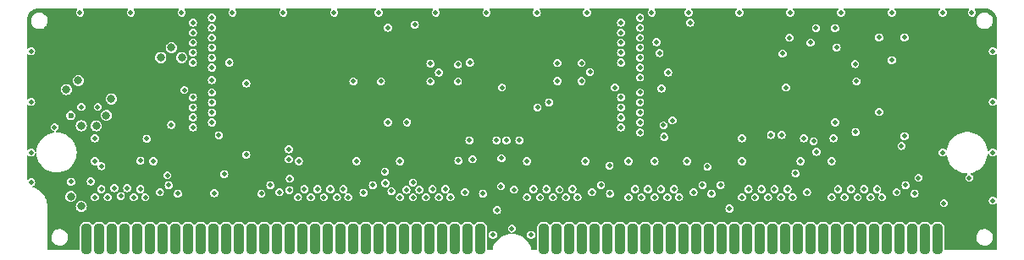
<source format=gbl>
G04 #@! TF.GenerationSoftware,KiCad,Pcbnew,7.0.10*
G04 #@! TF.CreationDate,2024-05-19T07:03:21-04:00*
G04 #@! TF.ProjectId,MacIIROMSIMM,4d616349-4952-44f4-9d53-494d4d2e6b69,1.0*
G04 #@! TF.SameCoordinates,Original*
G04 #@! TF.FileFunction,Copper,L4,Bot*
G04 #@! TF.FilePolarity,Positive*
%FSLAX46Y46*%
G04 Gerber Fmt 4.6, Leading zero omitted, Abs format (unit mm)*
G04 Created by KiCad (PCBNEW 7.0.10) date 2024-05-19 07:03:21*
%MOMM*%
%LPD*%
G01*
G04 APERTURE LIST*
G04 Aperture macros list*
%AMRoundRect*
0 Rectangle with rounded corners*
0 $1 Rounding radius*
0 $2 $3 $4 $5 $6 $7 $8 $9 X,Y pos of 4 corners*
0 Add a 4 corners polygon primitive as box body*
4,1,4,$2,$3,$4,$5,$6,$7,$8,$9,$2,$3,0*
0 Add four circle primitives for the rounded corners*
1,1,$1+$1,$2,$3*
1,1,$1+$1,$4,$5*
1,1,$1+$1,$6,$7*
1,1,$1+$1,$8,$9*
0 Add four rect primitives between the rounded corners*
20,1,$1+$1,$2,$3,$4,$5,0*
20,1,$1+$1,$4,$5,$6,$7,0*
20,1,$1+$1,$6,$7,$8,$9,0*
20,1,$1+$1,$8,$9,$2,$3,0*%
G04 Aperture macros list end*
G04 #@! TA.AperFunction,ComponentPad*
%ADD10RoundRect,0.416560X-0.104140X-1.107440X0.104140X-1.107440X0.104140X1.107440X-0.104140X1.107440X0*%
G04 #@! TD*
G04 #@! TA.AperFunction,ViaPad*
%ADD11C,0.800000*%
G04 #@! TD*
G04 #@! TA.AperFunction,ViaPad*
%ADD12C,0.600000*%
G04 #@! TD*
G04 #@! TA.AperFunction,ViaPad*
%ADD13C,0.500000*%
G04 #@! TD*
G04 APERTURE END LIST*
D10*
X78105000Y-126111000D03*
X79375000Y-126111000D03*
X80645000Y-126111000D03*
X81915000Y-126111000D03*
X83185000Y-126111000D03*
X84455000Y-126111000D03*
X85725000Y-126111000D03*
X86995000Y-126111000D03*
X88265000Y-126111000D03*
X89535000Y-126111000D03*
X90805000Y-126111000D03*
X92075000Y-126111000D03*
X93345000Y-126111000D03*
X94615000Y-126111000D03*
X95885000Y-126111000D03*
X97155000Y-126111000D03*
X98425000Y-126111000D03*
X99695000Y-126111000D03*
X100965000Y-126111000D03*
X102235000Y-126111000D03*
X103505000Y-126111000D03*
X104775000Y-126111000D03*
X106045000Y-126111000D03*
X107315000Y-126111000D03*
X108585000Y-126111000D03*
X109855000Y-126111000D03*
X111125000Y-126111000D03*
X112395000Y-126111000D03*
X113665000Y-126111000D03*
X114935000Y-126111000D03*
X116205000Y-126111000D03*
X117475000Y-126111000D03*
X123825000Y-126111000D03*
X125095000Y-126111000D03*
X126365000Y-126111000D03*
X127635000Y-126111000D03*
X128905000Y-126111000D03*
X130175000Y-126111000D03*
X131445000Y-126111000D03*
X132715000Y-126111000D03*
X133985000Y-126111000D03*
X135255000Y-126111000D03*
X136525000Y-126111000D03*
X137795000Y-126111000D03*
X139065000Y-126111000D03*
X140335000Y-126111000D03*
X141605000Y-126111000D03*
X142875000Y-126111000D03*
X144145000Y-126111000D03*
X145415000Y-126111000D03*
X146685000Y-126111000D03*
X147955000Y-126111000D03*
X149225000Y-126111000D03*
X150495000Y-126111000D03*
X151765000Y-126111000D03*
X153035000Y-126111000D03*
X154305000Y-126111000D03*
X155575000Y-126111000D03*
X156845000Y-126111000D03*
X158115000Y-126111000D03*
X159385000Y-126111000D03*
X160655000Y-126111000D03*
X161925000Y-126111000D03*
X163195000Y-126111000D03*
D11*
X76100000Y-111150000D03*
X77300000Y-110250000D03*
X77600000Y-114800000D03*
D12*
X76550000Y-113750000D03*
D13*
X142400000Y-123100000D03*
X77600000Y-112900000D03*
D11*
X77600000Y-122873000D03*
X76550000Y-121873000D03*
D13*
X99250000Y-121950000D03*
X99900000Y-121150000D03*
X122150000Y-121950000D03*
X100550000Y-121950000D03*
X101200000Y-121150000D03*
X77470000Y-103441500D03*
X72580500Y-107315000D03*
X72580500Y-112395000D03*
X72580500Y-117475000D03*
X72580500Y-120459500D03*
X168719500Y-107315000D03*
X168719500Y-112395000D03*
X168719500Y-117475000D03*
X168719500Y-122301000D03*
X120650000Y-125095000D03*
X118745000Y-125730000D03*
X122555000Y-125730000D03*
X74930000Y-114935000D03*
X166370000Y-120015000D03*
X76581000Y-120396000D03*
X110750000Y-120490000D03*
X155000000Y-115400000D03*
X143383000Y-103441500D03*
X138303000Y-103441500D03*
X134620000Y-103441500D03*
X82550000Y-103441500D03*
X87630000Y-103441500D03*
X97790000Y-103441500D03*
X92710000Y-103441500D03*
X102870000Y-103441500D03*
X118110000Y-103441500D03*
X113030000Y-103441500D03*
X123126500Y-103441500D03*
X115250000Y-108650000D03*
X115250000Y-110350000D03*
X107550000Y-110350000D03*
X92400000Y-108450000D03*
X94100000Y-110550000D03*
X116450000Y-108450000D03*
X127600000Y-108500000D03*
X127600000Y-110300000D03*
X120100000Y-116250000D03*
X119100000Y-116250000D03*
X135100000Y-106400000D03*
X150500000Y-106450000D03*
X135400000Y-107500000D03*
X104800000Y-110350000D03*
X86600000Y-114700000D03*
X86200000Y-119750000D03*
X140200000Y-118900000D03*
X119150000Y-123250000D03*
X120850000Y-121200000D03*
X161290000Y-120015000D03*
X163703000Y-117475000D03*
X163830000Y-122555000D03*
X135875000Y-115900000D03*
X116400000Y-116250000D03*
X90650000Y-110200000D03*
X78950000Y-118350000D03*
X84000000Y-121950000D03*
X85450000Y-121450000D03*
X84800000Y-118350000D03*
X122150000Y-118350000D03*
X128000000Y-118350000D03*
X130950000Y-110950000D03*
X130400000Y-118800000D03*
X107315000Y-103441500D03*
X163703000Y-103441500D03*
X158623000Y-103441500D03*
X153543000Y-103441500D03*
X148463000Y-103441500D03*
X125200000Y-108500000D03*
X125200000Y-110300000D03*
X108250000Y-114450000D03*
X128143000Y-103441500D03*
X153100000Y-106950000D03*
X138450000Y-104450000D03*
X149850000Y-116050000D03*
X149000000Y-119550000D03*
X121400000Y-116250000D03*
X116700000Y-118150000D03*
X151100000Y-117400000D03*
X136250000Y-109450000D03*
X147700000Y-107550000D03*
X148400000Y-105950000D03*
X94100000Y-117700000D03*
X90900000Y-121550000D03*
X91900000Y-119650000D03*
X143650000Y-116050000D03*
X150150000Y-121450000D03*
X130450000Y-121600000D03*
X112500000Y-108550000D03*
D11*
X79100000Y-114800000D03*
D13*
X79250000Y-112900000D03*
X98450000Y-120100000D03*
X95600000Y-121600000D03*
X152600000Y-118350000D03*
X157650000Y-121950000D03*
X87250000Y-121600000D03*
X115950000Y-121450000D03*
X98350000Y-117150000D03*
X96500000Y-120750000D03*
X160900000Y-121600000D03*
X155100000Y-110350000D03*
X109450000Y-118350000D03*
X159893000Y-115824000D03*
X113350000Y-109450000D03*
X148050000Y-110950000D03*
X104300000Y-121950000D03*
X139700000Y-120750000D03*
X141500000Y-120750000D03*
X128450000Y-109400000D03*
D11*
X80100000Y-113750000D03*
D13*
X78550000Y-120373000D03*
X152800000Y-116050000D03*
X78950000Y-116050000D03*
X154950000Y-108600000D03*
X160000000Y-120750000D03*
X151050000Y-105000000D03*
X143650000Y-118350000D03*
X110950000Y-104650000D03*
X166624000Y-103441500D03*
X129550000Y-120750000D03*
X108250000Y-104950000D03*
X99350000Y-118350000D03*
X97400000Y-121450000D03*
X127200000Y-121950000D03*
X110150000Y-114450000D03*
X114500000Y-121950000D03*
X137350000Y-121950000D03*
X132300000Y-118350000D03*
X138150000Y-118350000D03*
X148700000Y-121950000D03*
X106750000Y-120750000D03*
X105813500Y-121500000D03*
X117750000Y-121600000D03*
X86350000Y-120750000D03*
X152950000Y-105000000D03*
D11*
X87650000Y-107950000D03*
D13*
X135600000Y-111050000D03*
X140600000Y-121600000D03*
D11*
X85550000Y-107950000D03*
D13*
X159100000Y-121450000D03*
X138800000Y-121450000D03*
D11*
X86600000Y-106950000D03*
X80600000Y-112100000D03*
D13*
X152950000Y-114450000D03*
X112500000Y-110350000D03*
X128650000Y-121450000D03*
X101850000Y-121950000D03*
X102500000Y-121150000D03*
X103150000Y-121950000D03*
X124750000Y-121950000D03*
X103800000Y-121150000D03*
X78950000Y-121950000D03*
X79600000Y-121150000D03*
X80250000Y-121950000D03*
X80900000Y-121050000D03*
X81550000Y-121850000D03*
X82200000Y-121050000D03*
X82850000Y-121950000D03*
X98400000Y-121250000D03*
X83500000Y-121150000D03*
X109450000Y-121950000D03*
X110100000Y-121210000D03*
X110750000Y-121950000D03*
X111400000Y-121210000D03*
X112050000Y-121950000D03*
X112700000Y-121150000D03*
X113350000Y-121950000D03*
X114000000Y-121150000D03*
X122800000Y-121150000D03*
X123450000Y-121950000D03*
X124100000Y-121150000D03*
X125400000Y-121200000D03*
X126050000Y-121950000D03*
X126700000Y-121150000D03*
X132300000Y-121950000D03*
X132950000Y-121150000D03*
X133600000Y-121950000D03*
X134250000Y-121150000D03*
X134900000Y-121950000D03*
X135550000Y-121150000D03*
X136200000Y-121950000D03*
X136850000Y-121150000D03*
X143650000Y-121950000D03*
X144300000Y-121150000D03*
X144950000Y-121950000D03*
X145600000Y-121150000D03*
X146250000Y-121950000D03*
X146900000Y-121150000D03*
X147550000Y-121950000D03*
X148200000Y-121150000D03*
X152600000Y-121950000D03*
X153250000Y-121150000D03*
X153900000Y-121950000D03*
X154550000Y-121150000D03*
X155200000Y-121950000D03*
X155850000Y-121150000D03*
X156500000Y-121950000D03*
X157150000Y-121150000D03*
X84800000Y-121950000D03*
X85450000Y-123100000D03*
X86350000Y-123950000D03*
X87250000Y-123100000D03*
X128000000Y-121950000D03*
X128650000Y-123100000D03*
X129550000Y-123950000D03*
X125250000Y-109400000D03*
X120586500Y-103441500D03*
X125603000Y-103441500D03*
X115570000Y-103441500D03*
X140843000Y-103441500D03*
X151003000Y-103441500D03*
X156083000Y-103441500D03*
X145923000Y-103441500D03*
X136398000Y-103441500D03*
X168719500Y-109855000D03*
X168719500Y-114935000D03*
X168719500Y-120015000D03*
X72580500Y-109855000D03*
X72580500Y-114935000D03*
X85090000Y-103441500D03*
X80010000Y-103441500D03*
X100330000Y-103441500D03*
X105410000Y-103441500D03*
X95250000Y-103441500D03*
X130683000Y-103441500D03*
X160528000Y-103441500D03*
X72580500Y-105791000D03*
X168719500Y-105791000D03*
X153785882Y-110314118D03*
X108250000Y-109700000D03*
X96500000Y-123950000D03*
D11*
X85600000Y-109450000D03*
D13*
X150450000Y-104450000D03*
X152850000Y-109450000D03*
X159100000Y-123100000D03*
D11*
X87550000Y-109450000D03*
D13*
X115950000Y-123100000D03*
X151050000Y-123950000D03*
X139550000Y-123925000D03*
X88750000Y-109450000D03*
X111050000Y-110350000D03*
X149500000Y-121950000D03*
X117800000Y-123100000D03*
D11*
X79400000Y-109300000D03*
D13*
X152950000Y-104200000D03*
X138800000Y-123100000D03*
X116850000Y-123950000D03*
X138150000Y-121950000D03*
X110150000Y-109450000D03*
X131550000Y-109450000D03*
X126100000Y-108500000D03*
X110150000Y-104450000D03*
X130450000Y-123100000D03*
X115300000Y-121950000D03*
X160000000Y-123950000D03*
X105100000Y-121900000D03*
X106713500Y-123950000D03*
X97400000Y-123100000D03*
X96450000Y-117200000D03*
X95850000Y-118100000D03*
X126100000Y-110300000D03*
X95600000Y-123100000D03*
X88750000Y-110450000D03*
X153600000Y-108550000D03*
X165163500Y-103441500D03*
X111000000Y-108550000D03*
D11*
X86600000Y-110450000D03*
D13*
X105813500Y-123100000D03*
D11*
X80600000Y-110200000D03*
D13*
X160900000Y-123100000D03*
X107613500Y-123100000D03*
X150150000Y-123100000D03*
X158450000Y-121950000D03*
X90650000Y-113450000D03*
X133450000Y-113450000D03*
X88750000Y-113950000D03*
X131550000Y-113950000D03*
X90650000Y-114450000D03*
X133450000Y-114450000D03*
X88750000Y-114950000D03*
X131550000Y-114950000D03*
X133450000Y-115450000D03*
X91350000Y-115750000D03*
X108600000Y-121350000D03*
X150800000Y-116350000D03*
X79600000Y-118850000D03*
X108000000Y-120550000D03*
X147600000Y-115700000D03*
X83500000Y-118300000D03*
X84150000Y-116100000D03*
X146550000Y-115700000D03*
X107950000Y-119400000D03*
X119650000Y-110950000D03*
X90650000Y-108950000D03*
X133450000Y-108950000D03*
X123200000Y-112950000D03*
X131550000Y-112950000D03*
X88750000Y-112950000D03*
X90650000Y-112450000D03*
X124350000Y-112450000D03*
X133450000Y-112450000D03*
X90650000Y-103950000D03*
X133450000Y-103950000D03*
X88750000Y-104450000D03*
X131550000Y-104450000D03*
X90650000Y-104950000D03*
X133450000Y-104950000D03*
X88750000Y-105450000D03*
X131550000Y-105450000D03*
X90650000Y-105950000D03*
X133450000Y-105950000D03*
X88750000Y-106450000D03*
X131550000Y-106450000D03*
X90650000Y-106950000D03*
X133450000Y-106950000D03*
X88750000Y-107450000D03*
X131550000Y-107450000D03*
X134900000Y-118350000D03*
X119600000Y-118050000D03*
X88750000Y-111950000D03*
X131550000Y-111950000D03*
X90650000Y-111450000D03*
X133450000Y-111450000D03*
X157353000Y-113411000D03*
X135800000Y-114750000D03*
X159600000Y-116800000D03*
X136700000Y-114250000D03*
X133450000Y-109950000D03*
X159893000Y-105918000D03*
X87900000Y-111200000D03*
X105100000Y-118350000D03*
X98350000Y-118150000D03*
X115300000Y-118300000D03*
X149500000Y-118350000D03*
X119550000Y-120850000D03*
X88750000Y-108450000D03*
X131550000Y-108450000D03*
X158623000Y-108204000D03*
X90650000Y-107950000D03*
X133450000Y-107950000D03*
X157353000Y-105918000D03*
G04 #@! TA.AperFunction,Conductor*
G36*
X77181922Y-103040681D02*
G01*
X77207915Y-103085703D01*
X77198888Y-103136900D01*
X77186810Y-103152640D01*
X77138676Y-103200773D01*
X77138671Y-103200780D01*
X77080504Y-103314939D01*
X77080500Y-103314951D01*
X77060458Y-103441498D01*
X77060458Y-103441501D01*
X77080500Y-103568048D01*
X77080504Y-103568060D01*
X77138671Y-103682219D01*
X77138676Y-103682226D01*
X77229273Y-103772823D01*
X77229280Y-103772828D01*
X77328633Y-103823451D01*
X77343445Y-103830998D01*
X77343450Y-103830998D01*
X77343451Y-103830999D01*
X77469998Y-103851042D01*
X77470000Y-103851042D01*
X77470002Y-103851042D01*
X77564223Y-103836118D01*
X77596555Y-103830998D01*
X77710723Y-103772826D01*
X77801326Y-103682223D01*
X77859498Y-103568055D01*
X77879542Y-103441500D01*
X77877306Y-103427385D01*
X77859499Y-103314951D01*
X77859498Y-103314950D01*
X77859498Y-103314945D01*
X77801326Y-103200777D01*
X77801325Y-103200776D01*
X77801323Y-103200773D01*
X77753190Y-103152640D01*
X77731219Y-103105524D01*
X77744674Y-103055308D01*
X77787260Y-103025490D01*
X77806930Y-103022900D01*
X82213070Y-103022900D01*
X82261922Y-103040681D01*
X82287915Y-103085703D01*
X82278888Y-103136900D01*
X82266810Y-103152640D01*
X82218676Y-103200773D01*
X82218671Y-103200780D01*
X82160504Y-103314939D01*
X82160500Y-103314951D01*
X82140458Y-103441498D01*
X82140458Y-103441501D01*
X82160500Y-103568048D01*
X82160504Y-103568060D01*
X82218671Y-103682219D01*
X82218676Y-103682226D01*
X82309273Y-103772823D01*
X82309280Y-103772828D01*
X82408633Y-103823451D01*
X82423445Y-103830998D01*
X82423450Y-103830998D01*
X82423451Y-103830999D01*
X82549998Y-103851042D01*
X82550000Y-103851042D01*
X82550002Y-103851042D01*
X82644223Y-103836118D01*
X82676555Y-103830998D01*
X82790723Y-103772826D01*
X82881326Y-103682223D01*
X82939498Y-103568055D01*
X82959542Y-103441500D01*
X82957306Y-103427385D01*
X82939499Y-103314951D01*
X82939498Y-103314950D01*
X82939498Y-103314945D01*
X82881326Y-103200777D01*
X82881325Y-103200776D01*
X82881323Y-103200773D01*
X82833190Y-103152640D01*
X82811219Y-103105524D01*
X82824674Y-103055308D01*
X82867260Y-103025490D01*
X82886930Y-103022900D01*
X87293070Y-103022900D01*
X87341922Y-103040681D01*
X87367915Y-103085703D01*
X87358888Y-103136900D01*
X87346810Y-103152640D01*
X87298676Y-103200773D01*
X87298671Y-103200780D01*
X87240504Y-103314939D01*
X87240500Y-103314951D01*
X87220458Y-103441498D01*
X87220458Y-103441501D01*
X87240500Y-103568048D01*
X87240504Y-103568060D01*
X87298671Y-103682219D01*
X87298676Y-103682226D01*
X87389273Y-103772823D01*
X87389280Y-103772828D01*
X87488633Y-103823451D01*
X87503445Y-103830998D01*
X87503450Y-103830998D01*
X87503451Y-103830999D01*
X87629998Y-103851042D01*
X87630000Y-103851042D01*
X87630002Y-103851042D01*
X87724223Y-103836118D01*
X87756555Y-103830998D01*
X87870723Y-103772826D01*
X87961326Y-103682223D01*
X88019498Y-103568055D01*
X88039542Y-103441500D01*
X88037306Y-103427385D01*
X88019499Y-103314951D01*
X88019498Y-103314950D01*
X88019498Y-103314945D01*
X87961326Y-103200777D01*
X87961325Y-103200776D01*
X87961323Y-103200773D01*
X87913190Y-103152640D01*
X87891219Y-103105524D01*
X87904674Y-103055308D01*
X87947260Y-103025490D01*
X87966930Y-103022900D01*
X92373070Y-103022900D01*
X92421922Y-103040681D01*
X92447915Y-103085703D01*
X92438888Y-103136900D01*
X92426810Y-103152640D01*
X92378676Y-103200773D01*
X92378671Y-103200780D01*
X92320504Y-103314939D01*
X92320500Y-103314951D01*
X92300458Y-103441498D01*
X92300458Y-103441501D01*
X92320500Y-103568048D01*
X92320504Y-103568060D01*
X92378671Y-103682219D01*
X92378676Y-103682226D01*
X92469273Y-103772823D01*
X92469280Y-103772828D01*
X92568633Y-103823451D01*
X92583445Y-103830998D01*
X92583450Y-103830998D01*
X92583451Y-103830999D01*
X92709998Y-103851042D01*
X92710000Y-103851042D01*
X92710002Y-103851042D01*
X92804223Y-103836118D01*
X92836555Y-103830998D01*
X92950723Y-103772826D01*
X93041326Y-103682223D01*
X93099498Y-103568055D01*
X93119542Y-103441500D01*
X93117306Y-103427385D01*
X93099499Y-103314951D01*
X93099498Y-103314950D01*
X93099498Y-103314945D01*
X93041326Y-103200777D01*
X93041325Y-103200776D01*
X93041323Y-103200773D01*
X92993190Y-103152640D01*
X92971219Y-103105524D01*
X92984674Y-103055308D01*
X93027260Y-103025490D01*
X93046930Y-103022900D01*
X97453070Y-103022900D01*
X97501922Y-103040681D01*
X97527915Y-103085703D01*
X97518888Y-103136900D01*
X97506810Y-103152640D01*
X97458676Y-103200773D01*
X97458671Y-103200780D01*
X97400504Y-103314939D01*
X97400500Y-103314951D01*
X97380458Y-103441498D01*
X97380458Y-103441501D01*
X97400500Y-103568048D01*
X97400504Y-103568060D01*
X97458671Y-103682219D01*
X97458676Y-103682226D01*
X97549273Y-103772823D01*
X97549280Y-103772828D01*
X97648633Y-103823451D01*
X97663445Y-103830998D01*
X97663450Y-103830998D01*
X97663451Y-103830999D01*
X97789998Y-103851042D01*
X97790000Y-103851042D01*
X97790002Y-103851042D01*
X97884223Y-103836118D01*
X97916555Y-103830998D01*
X98030723Y-103772826D01*
X98121326Y-103682223D01*
X98179498Y-103568055D01*
X98199542Y-103441500D01*
X98197306Y-103427385D01*
X98179499Y-103314951D01*
X98179498Y-103314950D01*
X98179498Y-103314945D01*
X98121326Y-103200777D01*
X98121325Y-103200776D01*
X98121323Y-103200773D01*
X98073190Y-103152640D01*
X98051219Y-103105524D01*
X98064674Y-103055308D01*
X98107260Y-103025490D01*
X98126930Y-103022900D01*
X102533070Y-103022900D01*
X102581922Y-103040681D01*
X102607915Y-103085703D01*
X102598888Y-103136900D01*
X102586810Y-103152640D01*
X102538676Y-103200773D01*
X102538671Y-103200780D01*
X102480504Y-103314939D01*
X102480500Y-103314951D01*
X102460458Y-103441498D01*
X102460458Y-103441501D01*
X102480500Y-103568048D01*
X102480504Y-103568060D01*
X102538671Y-103682219D01*
X102538676Y-103682226D01*
X102629273Y-103772823D01*
X102629280Y-103772828D01*
X102728633Y-103823451D01*
X102743445Y-103830998D01*
X102743450Y-103830998D01*
X102743451Y-103830999D01*
X102869998Y-103851042D01*
X102870000Y-103851042D01*
X102870002Y-103851042D01*
X102964223Y-103836118D01*
X102996555Y-103830998D01*
X103110723Y-103772826D01*
X103201326Y-103682223D01*
X103259498Y-103568055D01*
X103279542Y-103441500D01*
X103277306Y-103427385D01*
X103259499Y-103314951D01*
X103259498Y-103314950D01*
X103259498Y-103314945D01*
X103201326Y-103200777D01*
X103201325Y-103200776D01*
X103201323Y-103200773D01*
X103153190Y-103152640D01*
X103131219Y-103105524D01*
X103144674Y-103055308D01*
X103187260Y-103025490D01*
X103206930Y-103022900D01*
X106978070Y-103022900D01*
X107026922Y-103040681D01*
X107052915Y-103085703D01*
X107043888Y-103136900D01*
X107031810Y-103152640D01*
X106983676Y-103200773D01*
X106983671Y-103200780D01*
X106925504Y-103314939D01*
X106925500Y-103314951D01*
X106905458Y-103441498D01*
X106905458Y-103441501D01*
X106925500Y-103568048D01*
X106925504Y-103568060D01*
X106983671Y-103682219D01*
X106983676Y-103682226D01*
X107074273Y-103772823D01*
X107074280Y-103772828D01*
X107173633Y-103823451D01*
X107188445Y-103830998D01*
X107188450Y-103830998D01*
X107188451Y-103830999D01*
X107314998Y-103851042D01*
X107315000Y-103851042D01*
X107315002Y-103851042D01*
X107409223Y-103836118D01*
X107441555Y-103830998D01*
X107555723Y-103772826D01*
X107646326Y-103682223D01*
X107704498Y-103568055D01*
X107724542Y-103441500D01*
X107722306Y-103427385D01*
X107704499Y-103314951D01*
X107704498Y-103314950D01*
X107704498Y-103314945D01*
X107646326Y-103200777D01*
X107646325Y-103200776D01*
X107646323Y-103200773D01*
X107598190Y-103152640D01*
X107576219Y-103105524D01*
X107589674Y-103055308D01*
X107632260Y-103025490D01*
X107651930Y-103022900D01*
X112693070Y-103022900D01*
X112741922Y-103040681D01*
X112767915Y-103085703D01*
X112758888Y-103136900D01*
X112746810Y-103152640D01*
X112698676Y-103200773D01*
X112698671Y-103200780D01*
X112640504Y-103314939D01*
X112640500Y-103314951D01*
X112620458Y-103441498D01*
X112620458Y-103441501D01*
X112640500Y-103568048D01*
X112640504Y-103568060D01*
X112698671Y-103682219D01*
X112698676Y-103682226D01*
X112789273Y-103772823D01*
X112789280Y-103772828D01*
X112888633Y-103823451D01*
X112903445Y-103830998D01*
X112903450Y-103830998D01*
X112903451Y-103830999D01*
X113029998Y-103851042D01*
X113030000Y-103851042D01*
X113030002Y-103851042D01*
X113124223Y-103836118D01*
X113156555Y-103830998D01*
X113270723Y-103772826D01*
X113361326Y-103682223D01*
X113419498Y-103568055D01*
X113439542Y-103441500D01*
X113437306Y-103427385D01*
X113419499Y-103314951D01*
X113419498Y-103314950D01*
X113419498Y-103314945D01*
X113361326Y-103200777D01*
X113361325Y-103200776D01*
X113361323Y-103200773D01*
X113313190Y-103152640D01*
X113291219Y-103105524D01*
X113304674Y-103055308D01*
X113347260Y-103025490D01*
X113366930Y-103022900D01*
X117773070Y-103022900D01*
X117821922Y-103040681D01*
X117847915Y-103085703D01*
X117838888Y-103136900D01*
X117826810Y-103152640D01*
X117778676Y-103200773D01*
X117778671Y-103200780D01*
X117720504Y-103314939D01*
X117720500Y-103314951D01*
X117700458Y-103441498D01*
X117700458Y-103441501D01*
X117720500Y-103568048D01*
X117720504Y-103568060D01*
X117778671Y-103682219D01*
X117778676Y-103682226D01*
X117869273Y-103772823D01*
X117869280Y-103772828D01*
X117968633Y-103823451D01*
X117983445Y-103830998D01*
X117983450Y-103830998D01*
X117983451Y-103830999D01*
X118109998Y-103851042D01*
X118110000Y-103851042D01*
X118110002Y-103851042D01*
X118204223Y-103836118D01*
X118236555Y-103830998D01*
X118350723Y-103772826D01*
X118441326Y-103682223D01*
X118499498Y-103568055D01*
X118519542Y-103441500D01*
X118517306Y-103427385D01*
X118499499Y-103314951D01*
X118499498Y-103314950D01*
X118499498Y-103314945D01*
X118441326Y-103200777D01*
X118441325Y-103200776D01*
X118441323Y-103200773D01*
X118393190Y-103152640D01*
X118371219Y-103105524D01*
X118384674Y-103055308D01*
X118427260Y-103025490D01*
X118446930Y-103022900D01*
X122789570Y-103022900D01*
X122838422Y-103040681D01*
X122864415Y-103085703D01*
X122855388Y-103136900D01*
X122843310Y-103152640D01*
X122795176Y-103200773D01*
X122795171Y-103200780D01*
X122737004Y-103314939D01*
X122737000Y-103314951D01*
X122716958Y-103441498D01*
X122716958Y-103441501D01*
X122737000Y-103568048D01*
X122737004Y-103568060D01*
X122795171Y-103682219D01*
X122795176Y-103682226D01*
X122885773Y-103772823D01*
X122885780Y-103772828D01*
X122985133Y-103823451D01*
X122999945Y-103830998D01*
X122999950Y-103830998D01*
X122999951Y-103830999D01*
X123126498Y-103851042D01*
X123126500Y-103851042D01*
X123126502Y-103851042D01*
X123220723Y-103836118D01*
X123253055Y-103830998D01*
X123367223Y-103772826D01*
X123457826Y-103682223D01*
X123515998Y-103568055D01*
X123536042Y-103441500D01*
X123533806Y-103427385D01*
X123515999Y-103314951D01*
X123515998Y-103314950D01*
X123515998Y-103314945D01*
X123457826Y-103200777D01*
X123457825Y-103200776D01*
X123457823Y-103200773D01*
X123409690Y-103152640D01*
X123387719Y-103105524D01*
X123401174Y-103055308D01*
X123443760Y-103025490D01*
X123463430Y-103022900D01*
X127806070Y-103022900D01*
X127854922Y-103040681D01*
X127880915Y-103085703D01*
X127871888Y-103136900D01*
X127859810Y-103152640D01*
X127811676Y-103200773D01*
X127811671Y-103200780D01*
X127753504Y-103314939D01*
X127753500Y-103314951D01*
X127733458Y-103441498D01*
X127733458Y-103441501D01*
X127753500Y-103568048D01*
X127753504Y-103568060D01*
X127811671Y-103682219D01*
X127811676Y-103682226D01*
X127902273Y-103772823D01*
X127902280Y-103772828D01*
X128001633Y-103823451D01*
X128016445Y-103830998D01*
X128016450Y-103830998D01*
X128016451Y-103830999D01*
X128142998Y-103851042D01*
X128143000Y-103851042D01*
X128143002Y-103851042D01*
X128237223Y-103836118D01*
X128269555Y-103830998D01*
X128383723Y-103772826D01*
X128474326Y-103682223D01*
X128532498Y-103568055D01*
X128552542Y-103441500D01*
X128550306Y-103427385D01*
X128532499Y-103314951D01*
X128532498Y-103314950D01*
X128532498Y-103314945D01*
X128474326Y-103200777D01*
X128474325Y-103200776D01*
X128474323Y-103200773D01*
X128426190Y-103152640D01*
X128404219Y-103105524D01*
X128417674Y-103055308D01*
X128460260Y-103025490D01*
X128479930Y-103022900D01*
X134283070Y-103022900D01*
X134331922Y-103040681D01*
X134357915Y-103085703D01*
X134348888Y-103136900D01*
X134336810Y-103152640D01*
X134288676Y-103200773D01*
X134288671Y-103200780D01*
X134230504Y-103314939D01*
X134230500Y-103314951D01*
X134210458Y-103441498D01*
X134210458Y-103441501D01*
X134230500Y-103568048D01*
X134230504Y-103568060D01*
X134288671Y-103682219D01*
X134288676Y-103682226D01*
X134379273Y-103772823D01*
X134379280Y-103772828D01*
X134478633Y-103823451D01*
X134493445Y-103830998D01*
X134493450Y-103830998D01*
X134493451Y-103830999D01*
X134619998Y-103851042D01*
X134620000Y-103851042D01*
X134620002Y-103851042D01*
X134714223Y-103836118D01*
X134746555Y-103830998D01*
X134860723Y-103772826D01*
X134951326Y-103682223D01*
X135009498Y-103568055D01*
X135029542Y-103441500D01*
X135027306Y-103427385D01*
X135009499Y-103314951D01*
X135009498Y-103314950D01*
X135009498Y-103314945D01*
X134951326Y-103200777D01*
X134951325Y-103200776D01*
X134951323Y-103200773D01*
X134903190Y-103152640D01*
X134881219Y-103105524D01*
X134894674Y-103055308D01*
X134937260Y-103025490D01*
X134956930Y-103022900D01*
X137966070Y-103022900D01*
X138014922Y-103040681D01*
X138040915Y-103085703D01*
X138031888Y-103136900D01*
X138019810Y-103152640D01*
X137971676Y-103200773D01*
X137971671Y-103200780D01*
X137913504Y-103314939D01*
X137913500Y-103314951D01*
X137893458Y-103441498D01*
X137893458Y-103441501D01*
X137913500Y-103568048D01*
X137913504Y-103568060D01*
X137971671Y-103682219D01*
X137971676Y-103682226D01*
X138062273Y-103772823D01*
X138062280Y-103772828D01*
X138161633Y-103823451D01*
X138176445Y-103830998D01*
X138176450Y-103830998D01*
X138176451Y-103830999D01*
X138302998Y-103851042D01*
X138303000Y-103851042D01*
X138303002Y-103851042D01*
X138397223Y-103836118D01*
X138429555Y-103830998D01*
X138543723Y-103772826D01*
X138634326Y-103682223D01*
X138692498Y-103568055D01*
X138712542Y-103441500D01*
X138710306Y-103427385D01*
X138692499Y-103314951D01*
X138692498Y-103314950D01*
X138692498Y-103314945D01*
X138634326Y-103200777D01*
X138634325Y-103200776D01*
X138634323Y-103200773D01*
X138586190Y-103152640D01*
X138564219Y-103105524D01*
X138577674Y-103055308D01*
X138620260Y-103025490D01*
X138639930Y-103022900D01*
X143046070Y-103022900D01*
X143094922Y-103040681D01*
X143120915Y-103085703D01*
X143111888Y-103136900D01*
X143099810Y-103152640D01*
X143051676Y-103200773D01*
X143051671Y-103200780D01*
X142993504Y-103314939D01*
X142993500Y-103314951D01*
X142973458Y-103441498D01*
X142973458Y-103441501D01*
X142993500Y-103568048D01*
X142993504Y-103568060D01*
X143051671Y-103682219D01*
X143051676Y-103682226D01*
X143142273Y-103772823D01*
X143142280Y-103772828D01*
X143241633Y-103823451D01*
X143256445Y-103830998D01*
X143256450Y-103830998D01*
X143256451Y-103830999D01*
X143382998Y-103851042D01*
X143383000Y-103851042D01*
X143383002Y-103851042D01*
X143477223Y-103836118D01*
X143509555Y-103830998D01*
X143623723Y-103772826D01*
X143714326Y-103682223D01*
X143772498Y-103568055D01*
X143792542Y-103441500D01*
X143790306Y-103427385D01*
X143772499Y-103314951D01*
X143772498Y-103314950D01*
X143772498Y-103314945D01*
X143714326Y-103200777D01*
X143714325Y-103200776D01*
X143714323Y-103200773D01*
X143666190Y-103152640D01*
X143644219Y-103105524D01*
X143657674Y-103055308D01*
X143700260Y-103025490D01*
X143719930Y-103022900D01*
X148126070Y-103022900D01*
X148174922Y-103040681D01*
X148200915Y-103085703D01*
X148191888Y-103136900D01*
X148179810Y-103152640D01*
X148131676Y-103200773D01*
X148131671Y-103200780D01*
X148073504Y-103314939D01*
X148073500Y-103314951D01*
X148053458Y-103441498D01*
X148053458Y-103441501D01*
X148073500Y-103568048D01*
X148073504Y-103568060D01*
X148131671Y-103682219D01*
X148131676Y-103682226D01*
X148222273Y-103772823D01*
X148222280Y-103772828D01*
X148321633Y-103823451D01*
X148336445Y-103830998D01*
X148336450Y-103830998D01*
X148336451Y-103830999D01*
X148462998Y-103851042D01*
X148463000Y-103851042D01*
X148463002Y-103851042D01*
X148557223Y-103836118D01*
X148589555Y-103830998D01*
X148703723Y-103772826D01*
X148794326Y-103682223D01*
X148852498Y-103568055D01*
X148872542Y-103441500D01*
X148870306Y-103427385D01*
X148852499Y-103314951D01*
X148852498Y-103314950D01*
X148852498Y-103314945D01*
X148794326Y-103200777D01*
X148794325Y-103200776D01*
X148794323Y-103200773D01*
X148746190Y-103152640D01*
X148724219Y-103105524D01*
X148737674Y-103055308D01*
X148780260Y-103025490D01*
X148799930Y-103022900D01*
X153206070Y-103022900D01*
X153254922Y-103040681D01*
X153280915Y-103085703D01*
X153271888Y-103136900D01*
X153259810Y-103152640D01*
X153211676Y-103200773D01*
X153211671Y-103200780D01*
X153153504Y-103314939D01*
X153153500Y-103314951D01*
X153133458Y-103441498D01*
X153133458Y-103441501D01*
X153153500Y-103568048D01*
X153153504Y-103568060D01*
X153211671Y-103682219D01*
X153211676Y-103682226D01*
X153302273Y-103772823D01*
X153302280Y-103772828D01*
X153401633Y-103823451D01*
X153416445Y-103830998D01*
X153416450Y-103830998D01*
X153416451Y-103830999D01*
X153542998Y-103851042D01*
X153543000Y-103851042D01*
X153543002Y-103851042D01*
X153637223Y-103836118D01*
X153669555Y-103830998D01*
X153783723Y-103772826D01*
X153874326Y-103682223D01*
X153932498Y-103568055D01*
X153952542Y-103441500D01*
X153950306Y-103427385D01*
X153932499Y-103314951D01*
X153932498Y-103314950D01*
X153932498Y-103314945D01*
X153874326Y-103200777D01*
X153874325Y-103200776D01*
X153874323Y-103200773D01*
X153826190Y-103152640D01*
X153804219Y-103105524D01*
X153817674Y-103055308D01*
X153860260Y-103025490D01*
X153879930Y-103022900D01*
X158286070Y-103022900D01*
X158334922Y-103040681D01*
X158360915Y-103085703D01*
X158351888Y-103136900D01*
X158339810Y-103152640D01*
X158291676Y-103200773D01*
X158291671Y-103200780D01*
X158233504Y-103314939D01*
X158233500Y-103314951D01*
X158213458Y-103441498D01*
X158213458Y-103441501D01*
X158233500Y-103568048D01*
X158233504Y-103568060D01*
X158291671Y-103682219D01*
X158291676Y-103682226D01*
X158382273Y-103772823D01*
X158382280Y-103772828D01*
X158481633Y-103823451D01*
X158496445Y-103830998D01*
X158496450Y-103830998D01*
X158496451Y-103830999D01*
X158622998Y-103851042D01*
X158623000Y-103851042D01*
X158623002Y-103851042D01*
X158717223Y-103836118D01*
X158749555Y-103830998D01*
X158863723Y-103772826D01*
X158954326Y-103682223D01*
X159012498Y-103568055D01*
X159032542Y-103441500D01*
X159030306Y-103427385D01*
X159012499Y-103314951D01*
X159012498Y-103314950D01*
X159012498Y-103314945D01*
X158954326Y-103200777D01*
X158954325Y-103200776D01*
X158954323Y-103200773D01*
X158906190Y-103152640D01*
X158884219Y-103105524D01*
X158897674Y-103055308D01*
X158940260Y-103025490D01*
X158959930Y-103022900D01*
X163366070Y-103022900D01*
X163414922Y-103040681D01*
X163440915Y-103085703D01*
X163431888Y-103136900D01*
X163419810Y-103152640D01*
X163371676Y-103200773D01*
X163371671Y-103200780D01*
X163313504Y-103314939D01*
X163313500Y-103314951D01*
X163293458Y-103441498D01*
X163293458Y-103441501D01*
X163313500Y-103568048D01*
X163313504Y-103568060D01*
X163371671Y-103682219D01*
X163371676Y-103682226D01*
X163462273Y-103772823D01*
X163462280Y-103772828D01*
X163561633Y-103823451D01*
X163576445Y-103830998D01*
X163576450Y-103830998D01*
X163576451Y-103830999D01*
X163702998Y-103851042D01*
X163703000Y-103851042D01*
X163703002Y-103851042D01*
X163797223Y-103836118D01*
X163829555Y-103830998D01*
X163943723Y-103772826D01*
X164034326Y-103682223D01*
X164092498Y-103568055D01*
X164112542Y-103441500D01*
X164110306Y-103427385D01*
X164092499Y-103314951D01*
X164092498Y-103314950D01*
X164092498Y-103314945D01*
X164034326Y-103200777D01*
X164034325Y-103200776D01*
X164034323Y-103200773D01*
X163986190Y-103152640D01*
X163964219Y-103105524D01*
X163977674Y-103055308D01*
X164020260Y-103025490D01*
X164039930Y-103022900D01*
X166287070Y-103022900D01*
X166335922Y-103040681D01*
X166361915Y-103085703D01*
X166352888Y-103136900D01*
X166340810Y-103152640D01*
X166292676Y-103200773D01*
X166292671Y-103200780D01*
X166234504Y-103314939D01*
X166234500Y-103314951D01*
X166214458Y-103441498D01*
X166214458Y-103441501D01*
X166234500Y-103568048D01*
X166234504Y-103568060D01*
X166292671Y-103682219D01*
X166292676Y-103682226D01*
X166383273Y-103772823D01*
X166383280Y-103772828D01*
X166482633Y-103823451D01*
X166497445Y-103830998D01*
X166497450Y-103830998D01*
X166497451Y-103830999D01*
X166623998Y-103851042D01*
X166624000Y-103851042D01*
X166624002Y-103851042D01*
X166718223Y-103836118D01*
X166750555Y-103830998D01*
X166864723Y-103772826D01*
X166955326Y-103682223D01*
X167013498Y-103568055D01*
X167033542Y-103441500D01*
X167031306Y-103427385D01*
X167013499Y-103314951D01*
X167013498Y-103314950D01*
X167013498Y-103314945D01*
X166955326Y-103200777D01*
X166955325Y-103200776D01*
X166955323Y-103200773D01*
X166907190Y-103152640D01*
X166885219Y-103105524D01*
X166898674Y-103055308D01*
X166941260Y-103025490D01*
X166960930Y-103022900D01*
X167962497Y-103022900D01*
X168017679Y-103022900D01*
X168024302Y-103023189D01*
X168049143Y-103025362D01*
X168208369Y-103039292D01*
X168221398Y-103041590D01*
X168396654Y-103088549D01*
X168409090Y-103093076D01*
X168573525Y-103169753D01*
X168584992Y-103176374D01*
X168733614Y-103280441D01*
X168743762Y-103288956D01*
X168872043Y-103417237D01*
X168880558Y-103427385D01*
X168984625Y-103576007D01*
X168991249Y-103587480D01*
X169067921Y-103751903D01*
X169072452Y-103764352D01*
X169119407Y-103939591D01*
X169121708Y-103952637D01*
X169137443Y-104132496D01*
X169137811Y-104136696D01*
X169138100Y-104143320D01*
X169138100Y-106978070D01*
X169120319Y-107026922D01*
X169075297Y-107052915D01*
X169024100Y-107043888D01*
X169008360Y-107031810D01*
X168960226Y-106983676D01*
X168960219Y-106983671D01*
X168846060Y-106925504D01*
X168846056Y-106925502D01*
X168846055Y-106925502D01*
X168846053Y-106925501D01*
X168846048Y-106925500D01*
X168719502Y-106905458D01*
X168719498Y-106905458D01*
X168592951Y-106925500D01*
X168592939Y-106925504D01*
X168478780Y-106983671D01*
X168478773Y-106983676D01*
X168388176Y-107074273D01*
X168388171Y-107074280D01*
X168330004Y-107188439D01*
X168330000Y-107188451D01*
X168309958Y-107314998D01*
X168309958Y-107315001D01*
X168330000Y-107441548D01*
X168330004Y-107441560D01*
X168388171Y-107555719D01*
X168388176Y-107555726D01*
X168478773Y-107646323D01*
X168478780Y-107646328D01*
X168538104Y-107676555D01*
X168592945Y-107704498D01*
X168592950Y-107704498D01*
X168592951Y-107704499D01*
X168719498Y-107724542D01*
X168719500Y-107724542D01*
X168719502Y-107724542D01*
X168815906Y-107709273D01*
X168846055Y-107704498D01*
X168960223Y-107646326D01*
X168980001Y-107626548D01*
X169008360Y-107598190D01*
X169055476Y-107576219D01*
X169105692Y-107589674D01*
X169135510Y-107632260D01*
X169138100Y-107651930D01*
X169138100Y-112058070D01*
X169120319Y-112106922D01*
X169075297Y-112132915D01*
X169024100Y-112123888D01*
X169008360Y-112111810D01*
X168960226Y-112063676D01*
X168960219Y-112063671D01*
X168846060Y-112005504D01*
X168846056Y-112005502D01*
X168846055Y-112005502D01*
X168846053Y-112005501D01*
X168846048Y-112005500D01*
X168719502Y-111985458D01*
X168719498Y-111985458D01*
X168592951Y-112005500D01*
X168592939Y-112005504D01*
X168478780Y-112063671D01*
X168478773Y-112063676D01*
X168388176Y-112154273D01*
X168388171Y-112154280D01*
X168330004Y-112268439D01*
X168330000Y-112268451D01*
X168309958Y-112394998D01*
X168309958Y-112395001D01*
X168330000Y-112521548D01*
X168330004Y-112521560D01*
X168388171Y-112635719D01*
X168388176Y-112635726D01*
X168478773Y-112726323D01*
X168478780Y-112726328D01*
X168592939Y-112784495D01*
X168592945Y-112784498D01*
X168592950Y-112784498D01*
X168592951Y-112784499D01*
X168719498Y-112804542D01*
X168719500Y-112804542D01*
X168719502Y-112804542D01*
X168813723Y-112789618D01*
X168846055Y-112784498D01*
X168960223Y-112726326D01*
X168977276Y-112709273D01*
X169008360Y-112678190D01*
X169055476Y-112656219D01*
X169105692Y-112669674D01*
X169135510Y-112712260D01*
X169138100Y-112731930D01*
X169138100Y-117138070D01*
X169120319Y-117186922D01*
X169075297Y-117212915D01*
X169024100Y-117203888D01*
X169008360Y-117191810D01*
X168960226Y-117143676D01*
X168960219Y-117143671D01*
X168846060Y-117085504D01*
X168846056Y-117085502D01*
X168846055Y-117085502D01*
X168846053Y-117085501D01*
X168846048Y-117085500D01*
X168719502Y-117065458D01*
X168719498Y-117065458D01*
X168592951Y-117085500D01*
X168592939Y-117085504D01*
X168478780Y-117143671D01*
X168478773Y-117143676D01*
X168388176Y-117234273D01*
X168388172Y-117234278D01*
X168358553Y-117292409D01*
X168320532Y-117327864D01*
X168268616Y-117330584D01*
X168227098Y-117299297D01*
X168215014Y-117263091D01*
X168213043Y-117234273D01*
X168210297Y-117194128D01*
X168153018Y-116918488D01*
X168058740Y-116653214D01*
X167929219Y-116403250D01*
X167804494Y-116226555D01*
X167766863Y-116173243D01*
X167580263Y-115973445D01*
X167574709Y-115967498D01*
X167574707Y-115967497D01*
X167574705Y-115967494D01*
X167356324Y-115789828D01*
X167115782Y-115643552D01*
X167115771Y-115643546D01*
X166857561Y-115531391D01*
X166857559Y-115531390D01*
X166586471Y-115455434D01*
X166586469Y-115455433D01*
X166586463Y-115455432D01*
X166307568Y-115417100D01*
X166307564Y-115417100D01*
X166026036Y-115417100D01*
X166026032Y-115417100D01*
X165747137Y-115455432D01*
X165747136Y-115455432D01*
X165720219Y-115462974D01*
X165476041Y-115531390D01*
X165476039Y-115531390D01*
X165476038Y-115531391D01*
X165217828Y-115643546D01*
X165217817Y-115643552D01*
X164977275Y-115789828D01*
X164758894Y-115967494D01*
X164566736Y-116173243D01*
X164404379Y-116403252D01*
X164274866Y-116653201D01*
X164274861Y-116653210D01*
X164180580Y-116918494D01*
X164129720Y-117163243D01*
X164102372Y-117207455D01*
X164053003Y-117223745D01*
X164004714Y-117204490D01*
X164001570Y-117201520D01*
X163943726Y-117143676D01*
X163943719Y-117143671D01*
X163829560Y-117085504D01*
X163829556Y-117085502D01*
X163829555Y-117085502D01*
X163829553Y-117085501D01*
X163829548Y-117085500D01*
X163703002Y-117065458D01*
X163702998Y-117065458D01*
X163576451Y-117085500D01*
X163576439Y-117085504D01*
X163462280Y-117143671D01*
X163462273Y-117143676D01*
X163371676Y-117234273D01*
X163371671Y-117234280D01*
X163313504Y-117348439D01*
X163313500Y-117348451D01*
X163293458Y-117474998D01*
X163293458Y-117475001D01*
X163313500Y-117601548D01*
X163313504Y-117601560D01*
X163371671Y-117715719D01*
X163371676Y-117715726D01*
X163462273Y-117806323D01*
X163462280Y-117806328D01*
X163576439Y-117864495D01*
X163576445Y-117864498D01*
X163576450Y-117864498D01*
X163576451Y-117864499D01*
X163702998Y-117884542D01*
X163703000Y-117884542D01*
X163703002Y-117884542D01*
X163797223Y-117869618D01*
X163829555Y-117864498D01*
X163943723Y-117806326D01*
X164001570Y-117748478D01*
X164048686Y-117726508D01*
X164098901Y-117739963D01*
X164128720Y-117782548D01*
X164129720Y-117786756D01*
X164180580Y-118031505D01*
X164180581Y-118031508D01*
X164180582Y-118031512D01*
X164222693Y-118150001D01*
X164274861Y-118296789D01*
X164274866Y-118296798D01*
X164402447Y-118543019D01*
X164404381Y-118546750D01*
X164419857Y-118568674D01*
X164566736Y-118776756D01*
X164758894Y-118982505D01*
X164977275Y-119160171D01*
X165107725Y-119239499D01*
X165217820Y-119306449D01*
X165217823Y-119306450D01*
X165217828Y-119306453D01*
X165328782Y-119354646D01*
X165476041Y-119418610D01*
X165747129Y-119494566D01*
X165747135Y-119494566D01*
X165747136Y-119494567D01*
X166026032Y-119532900D01*
X166108624Y-119532900D01*
X166157476Y-119550681D01*
X166183469Y-119595703D01*
X166174442Y-119646900D01*
X166143128Y-119676616D01*
X166129278Y-119683672D01*
X166129273Y-119683676D01*
X166038676Y-119774273D01*
X166038671Y-119774280D01*
X165980504Y-119888439D01*
X165980500Y-119888451D01*
X165960458Y-120014998D01*
X165960458Y-120015001D01*
X165980500Y-120141548D01*
X165980504Y-120141560D01*
X166038671Y-120255719D01*
X166038676Y-120255726D01*
X166129273Y-120346323D01*
X166129280Y-120346328D01*
X166162886Y-120363451D01*
X166243445Y-120404498D01*
X166243450Y-120404498D01*
X166243451Y-120404499D01*
X166369998Y-120424542D01*
X166370000Y-120424542D01*
X166370002Y-120424542D01*
X166464223Y-120409618D01*
X166496555Y-120404498D01*
X166610723Y-120346326D01*
X166701326Y-120255723D01*
X166759498Y-120141555D01*
X166775662Y-120039498D01*
X166779542Y-120015001D01*
X166779542Y-120014998D01*
X166759499Y-119888451D01*
X166759498Y-119888450D01*
X166759498Y-119888445D01*
X166719295Y-119809542D01*
X166701328Y-119774280D01*
X166701323Y-119774273D01*
X166610726Y-119683676D01*
X166610719Y-119683671D01*
X166529186Y-119642128D01*
X166493731Y-119604108D01*
X166491010Y-119552192D01*
X166522296Y-119510673D01*
X166553341Y-119499120D01*
X166575685Y-119496048D01*
X166586471Y-119494566D01*
X166857559Y-119418610D01*
X167108659Y-119309542D01*
X167115771Y-119306453D01*
X167115771Y-119306452D01*
X167115780Y-119306449D01*
X167356324Y-119160171D01*
X167574709Y-118982502D01*
X167732091Y-118813987D01*
X167766863Y-118776756D01*
X167769196Y-118773451D01*
X167929219Y-118546750D01*
X168058740Y-118296786D01*
X168153018Y-118031512D01*
X168210297Y-117755872D01*
X168215014Y-117686907D01*
X168236087Y-117639383D01*
X168282778Y-117616523D01*
X168333240Y-117629022D01*
X168358553Y-117657590D01*
X168388172Y-117715721D01*
X168388176Y-117715726D01*
X168478773Y-117806323D01*
X168478780Y-117806328D01*
X168592939Y-117864495D01*
X168592945Y-117864498D01*
X168592950Y-117864498D01*
X168592951Y-117864499D01*
X168719498Y-117884542D01*
X168719500Y-117884542D01*
X168719502Y-117884542D01*
X168813723Y-117869618D01*
X168846055Y-117864498D01*
X168960223Y-117806326D01*
X168984001Y-117782548D01*
X169008360Y-117758190D01*
X169055476Y-117736219D01*
X169105692Y-117749674D01*
X169135510Y-117792260D01*
X169138100Y-117811930D01*
X169138100Y-121964070D01*
X169120319Y-122012922D01*
X169075297Y-122038915D01*
X169024100Y-122029888D01*
X169008360Y-122017810D01*
X168960226Y-121969676D01*
X168960219Y-121969671D01*
X168846060Y-121911504D01*
X168846056Y-121911502D01*
X168846055Y-121911502D01*
X168846053Y-121911501D01*
X168846048Y-121911500D01*
X168719502Y-121891458D01*
X168719498Y-121891458D01*
X168592951Y-121911500D01*
X168592939Y-121911504D01*
X168478780Y-121969671D01*
X168478773Y-121969676D01*
X168388176Y-122060273D01*
X168388171Y-122060280D01*
X168330004Y-122174439D01*
X168330000Y-122174451D01*
X168309958Y-122300998D01*
X168309958Y-122301001D01*
X168330000Y-122427548D01*
X168330004Y-122427560D01*
X168388171Y-122541719D01*
X168388176Y-122541726D01*
X168478773Y-122632323D01*
X168478780Y-122632328D01*
X168575403Y-122681560D01*
X168592945Y-122690498D01*
X168592950Y-122690498D01*
X168592951Y-122690499D01*
X168719498Y-122710542D01*
X168719500Y-122710542D01*
X168719502Y-122710542D01*
X168813723Y-122695618D01*
X168846055Y-122690498D01*
X168960223Y-122632326D01*
X168974289Y-122618260D01*
X169008360Y-122584190D01*
X169055476Y-122562219D01*
X169105692Y-122575674D01*
X169135510Y-122618260D01*
X169138100Y-122637930D01*
X169138100Y-127152100D01*
X169120319Y-127200952D01*
X169075297Y-127226945D01*
X169062100Y-127228100D01*
X163946200Y-127228100D01*
X163897348Y-127210319D01*
X163871355Y-127165297D01*
X163870200Y-127152100D01*
X163870199Y-125938990D01*
X167063845Y-125938990D01*
X167073578Y-126118501D01*
X167115790Y-126270535D01*
X167121673Y-126291723D01*
X167205881Y-126450557D01*
X167205882Y-126450558D01*
X167322262Y-126587572D01*
X167398927Y-126645851D01*
X167465382Y-126696369D01*
X167628541Y-126771854D01*
X167804113Y-126810500D01*
X167938819Y-126810500D01*
X168044380Y-126799019D01*
X168072721Y-126795937D01*
X168243085Y-126738535D01*
X168397126Y-126645851D01*
X168527642Y-126522220D01*
X168628529Y-126373423D01*
X168695070Y-126206416D01*
X168724155Y-126029010D01*
X168714422Y-125849499D01*
X168666327Y-125676277D01*
X168582119Y-125517444D01*
X168582118Y-125517442D01*
X168582117Y-125517441D01*
X168465737Y-125380427D01*
X168322618Y-125271631D01*
X168159461Y-125196147D01*
X168159459Y-125196146D01*
X167983887Y-125157500D01*
X167849184Y-125157500D01*
X167849181Y-125157500D01*
X167715288Y-125172061D01*
X167715280Y-125172062D01*
X167715279Y-125172063D01*
X167657878Y-125191403D01*
X167544916Y-125229464D01*
X167544915Y-125229465D01*
X167390876Y-125322146D01*
X167390875Y-125322147D01*
X167260359Y-125445778D01*
X167260354Y-125445784D01*
X167159471Y-125594574D01*
X167092931Y-125761580D01*
X167092930Y-125761582D01*
X167092930Y-125761584D01*
X167063845Y-125938990D01*
X163870199Y-125938990D01*
X163870199Y-124966129D01*
X163870198Y-124966121D01*
X163855502Y-124854484D01*
X163855502Y-124854483D01*
X163797960Y-124715566D01*
X163706425Y-124596275D01*
X163587134Y-124504740D01*
X163448217Y-124447198D01*
X163448215Y-124447197D01*
X163336574Y-124432500D01*
X163053429Y-124432500D01*
X163053421Y-124432501D01*
X162941784Y-124447197D01*
X162872324Y-124475969D01*
X162802866Y-124504740D01*
X162802865Y-124504741D01*
X162683575Y-124596275D01*
X162620295Y-124678743D01*
X162576449Y-124706676D01*
X162524907Y-124699890D01*
X162499705Y-124678743D01*
X162488345Y-124663938D01*
X162436425Y-124596275D01*
X162317134Y-124504740D01*
X162178217Y-124447198D01*
X162178215Y-124447197D01*
X162066574Y-124432500D01*
X161783429Y-124432500D01*
X161783421Y-124432501D01*
X161671784Y-124447197D01*
X161602324Y-124475969D01*
X161532866Y-124504740D01*
X161532865Y-124504741D01*
X161413575Y-124596275D01*
X161350295Y-124678743D01*
X161306449Y-124706676D01*
X161254907Y-124699890D01*
X161229705Y-124678743D01*
X161218345Y-124663938D01*
X161166425Y-124596275D01*
X161047134Y-124504740D01*
X160908217Y-124447198D01*
X160908215Y-124447197D01*
X160796574Y-124432500D01*
X160513429Y-124432500D01*
X160513421Y-124432501D01*
X160401784Y-124447197D01*
X160332324Y-124475969D01*
X160262866Y-124504740D01*
X160262865Y-124504741D01*
X160143575Y-124596275D01*
X160080295Y-124678743D01*
X160036449Y-124706676D01*
X159984907Y-124699890D01*
X159959705Y-124678743D01*
X159948345Y-124663938D01*
X159896425Y-124596275D01*
X159777134Y-124504740D01*
X159638217Y-124447198D01*
X159638215Y-124447197D01*
X159526574Y-124432500D01*
X159243429Y-124432500D01*
X159243421Y-124432501D01*
X159131784Y-124447197D01*
X159062324Y-124475969D01*
X158992866Y-124504740D01*
X158992865Y-124504741D01*
X158873575Y-124596275D01*
X158810295Y-124678743D01*
X158766449Y-124706676D01*
X158714907Y-124699890D01*
X158689705Y-124678743D01*
X158678345Y-124663938D01*
X158626425Y-124596275D01*
X158507134Y-124504740D01*
X158368217Y-124447198D01*
X158368215Y-124447197D01*
X158256574Y-124432500D01*
X157973429Y-124432500D01*
X157973421Y-124432501D01*
X157861784Y-124447197D01*
X157792324Y-124475969D01*
X157722866Y-124504740D01*
X157722865Y-124504741D01*
X157603575Y-124596275D01*
X157540295Y-124678743D01*
X157496449Y-124706676D01*
X157444907Y-124699890D01*
X157419705Y-124678743D01*
X157408345Y-124663938D01*
X157356425Y-124596275D01*
X157237134Y-124504740D01*
X157098217Y-124447198D01*
X157098215Y-124447197D01*
X156986574Y-124432500D01*
X156703429Y-124432500D01*
X156703421Y-124432501D01*
X156591784Y-124447197D01*
X156522324Y-124475969D01*
X156452866Y-124504740D01*
X156452865Y-124504741D01*
X156333575Y-124596275D01*
X156270295Y-124678743D01*
X156226449Y-124706676D01*
X156174907Y-124699890D01*
X156149705Y-124678743D01*
X156138345Y-124663938D01*
X156086425Y-124596275D01*
X155967134Y-124504740D01*
X155828217Y-124447198D01*
X155828215Y-124447197D01*
X155716574Y-124432500D01*
X155433429Y-124432500D01*
X155433421Y-124432501D01*
X155321784Y-124447197D01*
X155252324Y-124475969D01*
X155182866Y-124504740D01*
X155182865Y-124504741D01*
X155063575Y-124596275D01*
X155000295Y-124678743D01*
X154956449Y-124706676D01*
X154904907Y-124699890D01*
X154879705Y-124678743D01*
X154868345Y-124663938D01*
X154816425Y-124596275D01*
X154697134Y-124504740D01*
X154558217Y-124447198D01*
X154558215Y-124447197D01*
X154446574Y-124432500D01*
X154163429Y-124432500D01*
X154163421Y-124432501D01*
X154051784Y-124447197D01*
X153982324Y-124475969D01*
X153912866Y-124504740D01*
X153912865Y-124504741D01*
X153793575Y-124596275D01*
X153730295Y-124678743D01*
X153686449Y-124706676D01*
X153634907Y-124699890D01*
X153609705Y-124678743D01*
X153598345Y-124663938D01*
X153546425Y-124596275D01*
X153427134Y-124504740D01*
X153288217Y-124447198D01*
X153288215Y-124447197D01*
X153176574Y-124432500D01*
X152893429Y-124432500D01*
X152893421Y-124432501D01*
X152781784Y-124447197D01*
X152712324Y-124475969D01*
X152642866Y-124504740D01*
X152642865Y-124504741D01*
X152523575Y-124596275D01*
X152460295Y-124678743D01*
X152416449Y-124706676D01*
X152364907Y-124699890D01*
X152339705Y-124678743D01*
X152328345Y-124663938D01*
X152276425Y-124596275D01*
X152157134Y-124504740D01*
X152018217Y-124447198D01*
X152018215Y-124447197D01*
X151906574Y-124432500D01*
X151623429Y-124432500D01*
X151623421Y-124432501D01*
X151511784Y-124447197D01*
X151442324Y-124475969D01*
X151372866Y-124504740D01*
X151372865Y-124504741D01*
X151253575Y-124596275D01*
X151190295Y-124678743D01*
X151146449Y-124706676D01*
X151094907Y-124699890D01*
X151069705Y-124678743D01*
X151058345Y-124663938D01*
X151006425Y-124596275D01*
X150887134Y-124504740D01*
X150748217Y-124447198D01*
X150748215Y-124447197D01*
X150636574Y-124432500D01*
X150353429Y-124432500D01*
X150353421Y-124432501D01*
X150241784Y-124447197D01*
X150172324Y-124475969D01*
X150102866Y-124504740D01*
X150102865Y-124504741D01*
X149983575Y-124596275D01*
X149920295Y-124678743D01*
X149876449Y-124706676D01*
X149824907Y-124699890D01*
X149799705Y-124678743D01*
X149788345Y-124663938D01*
X149736425Y-124596275D01*
X149617134Y-124504740D01*
X149478217Y-124447198D01*
X149478215Y-124447197D01*
X149366574Y-124432500D01*
X149083429Y-124432500D01*
X149083421Y-124432501D01*
X148971784Y-124447197D01*
X148902324Y-124475969D01*
X148832866Y-124504740D01*
X148832865Y-124504741D01*
X148713575Y-124596275D01*
X148650295Y-124678743D01*
X148606449Y-124706676D01*
X148554907Y-124699890D01*
X148529705Y-124678743D01*
X148518345Y-124663938D01*
X148466425Y-124596275D01*
X148347134Y-124504740D01*
X148208217Y-124447198D01*
X148208215Y-124447197D01*
X148096574Y-124432500D01*
X147813429Y-124432500D01*
X147813421Y-124432501D01*
X147701784Y-124447197D01*
X147632324Y-124475969D01*
X147562866Y-124504740D01*
X147562865Y-124504741D01*
X147443575Y-124596275D01*
X147380295Y-124678743D01*
X147336449Y-124706676D01*
X147284907Y-124699890D01*
X147259705Y-124678743D01*
X147248345Y-124663938D01*
X147196425Y-124596275D01*
X147077134Y-124504740D01*
X146938217Y-124447198D01*
X146938215Y-124447197D01*
X146826574Y-124432500D01*
X146543429Y-124432500D01*
X146543421Y-124432501D01*
X146431784Y-124447197D01*
X146362324Y-124475969D01*
X146292866Y-124504740D01*
X146292865Y-124504741D01*
X146173575Y-124596275D01*
X146110295Y-124678743D01*
X146066449Y-124706676D01*
X146014907Y-124699890D01*
X145989705Y-124678743D01*
X145978345Y-124663938D01*
X145926425Y-124596275D01*
X145807134Y-124504740D01*
X145668217Y-124447198D01*
X145668215Y-124447197D01*
X145556574Y-124432500D01*
X145273429Y-124432500D01*
X145273421Y-124432501D01*
X145161784Y-124447197D01*
X145092324Y-124475969D01*
X145022866Y-124504740D01*
X145022865Y-124504741D01*
X144903575Y-124596275D01*
X144840295Y-124678743D01*
X144796449Y-124706676D01*
X144744907Y-124699890D01*
X144719705Y-124678743D01*
X144708345Y-124663938D01*
X144656425Y-124596275D01*
X144537134Y-124504740D01*
X144398217Y-124447198D01*
X144398215Y-124447197D01*
X144286574Y-124432500D01*
X144003429Y-124432500D01*
X144003421Y-124432501D01*
X143891784Y-124447197D01*
X143822324Y-124475969D01*
X143752866Y-124504740D01*
X143752865Y-124504741D01*
X143633575Y-124596275D01*
X143570295Y-124678743D01*
X143526449Y-124706676D01*
X143474907Y-124699890D01*
X143449705Y-124678743D01*
X143438345Y-124663938D01*
X143386425Y-124596275D01*
X143267134Y-124504740D01*
X143128217Y-124447198D01*
X143128215Y-124447197D01*
X143016574Y-124432500D01*
X142733429Y-124432500D01*
X142733421Y-124432501D01*
X142621784Y-124447197D01*
X142552324Y-124475969D01*
X142482866Y-124504740D01*
X142482865Y-124504741D01*
X142363575Y-124596275D01*
X142300295Y-124678743D01*
X142256449Y-124706676D01*
X142204907Y-124699890D01*
X142179705Y-124678743D01*
X142168345Y-124663938D01*
X142116425Y-124596275D01*
X141997134Y-124504740D01*
X141858217Y-124447198D01*
X141858215Y-124447197D01*
X141746574Y-124432500D01*
X141463429Y-124432500D01*
X141463421Y-124432501D01*
X141351784Y-124447197D01*
X141282324Y-124475969D01*
X141212866Y-124504740D01*
X141212865Y-124504741D01*
X141093575Y-124596275D01*
X141030295Y-124678743D01*
X140986449Y-124706676D01*
X140934907Y-124699890D01*
X140909705Y-124678743D01*
X140898345Y-124663938D01*
X140846425Y-124596275D01*
X140727134Y-124504740D01*
X140588217Y-124447198D01*
X140588215Y-124447197D01*
X140476574Y-124432500D01*
X140193429Y-124432500D01*
X140193421Y-124432501D01*
X140081784Y-124447197D01*
X140012324Y-124475969D01*
X139942866Y-124504740D01*
X139942865Y-124504741D01*
X139823575Y-124596275D01*
X139760295Y-124678743D01*
X139716449Y-124706676D01*
X139664907Y-124699890D01*
X139639705Y-124678743D01*
X139628345Y-124663938D01*
X139576425Y-124596275D01*
X139457134Y-124504740D01*
X139318217Y-124447198D01*
X139318215Y-124447197D01*
X139206574Y-124432500D01*
X138923429Y-124432500D01*
X138923421Y-124432501D01*
X138811784Y-124447197D01*
X138742324Y-124475969D01*
X138672866Y-124504740D01*
X138672865Y-124504741D01*
X138553575Y-124596275D01*
X138490295Y-124678743D01*
X138446449Y-124706676D01*
X138394907Y-124699890D01*
X138369705Y-124678743D01*
X138358345Y-124663938D01*
X138306425Y-124596275D01*
X138187134Y-124504740D01*
X138048217Y-124447198D01*
X138048215Y-124447197D01*
X137936574Y-124432500D01*
X137653429Y-124432500D01*
X137653421Y-124432501D01*
X137541784Y-124447197D01*
X137472324Y-124475969D01*
X137402866Y-124504740D01*
X137402865Y-124504741D01*
X137283575Y-124596275D01*
X137220295Y-124678743D01*
X137176449Y-124706676D01*
X137124907Y-124699890D01*
X137099705Y-124678743D01*
X137088345Y-124663938D01*
X137036425Y-124596275D01*
X136917134Y-124504740D01*
X136778217Y-124447198D01*
X136778215Y-124447197D01*
X136666574Y-124432500D01*
X136383429Y-124432500D01*
X136383421Y-124432501D01*
X136271784Y-124447197D01*
X136202324Y-124475969D01*
X136132866Y-124504740D01*
X136132865Y-124504741D01*
X136013575Y-124596275D01*
X135950295Y-124678743D01*
X135906449Y-124706676D01*
X135854907Y-124699890D01*
X135829705Y-124678743D01*
X135818345Y-124663938D01*
X135766425Y-124596275D01*
X135647134Y-124504740D01*
X135508217Y-124447198D01*
X135508215Y-124447197D01*
X135396574Y-124432500D01*
X135113429Y-124432500D01*
X135113421Y-124432501D01*
X135001784Y-124447197D01*
X134932324Y-124475969D01*
X134862866Y-124504740D01*
X134862865Y-124504741D01*
X134743575Y-124596275D01*
X134680295Y-124678743D01*
X134636449Y-124706676D01*
X134584907Y-124699890D01*
X134559705Y-124678743D01*
X134548345Y-124663938D01*
X134496425Y-124596275D01*
X134377134Y-124504740D01*
X134238217Y-124447198D01*
X134238215Y-124447197D01*
X134126574Y-124432500D01*
X133843429Y-124432500D01*
X133843421Y-124432501D01*
X133731784Y-124447197D01*
X133662324Y-124475969D01*
X133592866Y-124504740D01*
X133592865Y-124504741D01*
X133473575Y-124596275D01*
X133410295Y-124678743D01*
X133366449Y-124706676D01*
X133314907Y-124699890D01*
X133289705Y-124678743D01*
X133278345Y-124663938D01*
X133226425Y-124596275D01*
X133107134Y-124504740D01*
X132968217Y-124447198D01*
X132968215Y-124447197D01*
X132856574Y-124432500D01*
X132573429Y-124432500D01*
X132573421Y-124432501D01*
X132461784Y-124447197D01*
X132392324Y-124475969D01*
X132322866Y-124504740D01*
X132322865Y-124504741D01*
X132203575Y-124596275D01*
X132140295Y-124678743D01*
X132096449Y-124706676D01*
X132044907Y-124699890D01*
X132019705Y-124678743D01*
X132008345Y-124663938D01*
X131956425Y-124596275D01*
X131837134Y-124504740D01*
X131698217Y-124447198D01*
X131698215Y-124447197D01*
X131586574Y-124432500D01*
X131303429Y-124432500D01*
X131303421Y-124432501D01*
X131191784Y-124447197D01*
X131122324Y-124475969D01*
X131052866Y-124504740D01*
X131052865Y-124504741D01*
X130933575Y-124596275D01*
X130870295Y-124678743D01*
X130826449Y-124706676D01*
X130774907Y-124699890D01*
X130749705Y-124678743D01*
X130738345Y-124663938D01*
X130686425Y-124596275D01*
X130567134Y-124504740D01*
X130428217Y-124447198D01*
X130428215Y-124447197D01*
X130316574Y-124432500D01*
X130033429Y-124432500D01*
X130033421Y-124432501D01*
X129921784Y-124447197D01*
X129852324Y-124475969D01*
X129782866Y-124504740D01*
X129782865Y-124504741D01*
X129663575Y-124596275D01*
X129600295Y-124678743D01*
X129556449Y-124706676D01*
X129504907Y-124699890D01*
X129479705Y-124678743D01*
X129468345Y-124663938D01*
X129416425Y-124596275D01*
X129297134Y-124504740D01*
X129158217Y-124447198D01*
X129158215Y-124447197D01*
X129046574Y-124432500D01*
X128763429Y-124432500D01*
X128763421Y-124432501D01*
X128651784Y-124447197D01*
X128582324Y-124475969D01*
X128512866Y-124504740D01*
X128512865Y-124504741D01*
X128393575Y-124596275D01*
X128330295Y-124678743D01*
X128286449Y-124706676D01*
X128234907Y-124699890D01*
X128209705Y-124678743D01*
X128198345Y-124663938D01*
X128146425Y-124596275D01*
X128027134Y-124504740D01*
X127888217Y-124447198D01*
X127888215Y-124447197D01*
X127776574Y-124432500D01*
X127493429Y-124432500D01*
X127493421Y-124432501D01*
X127381784Y-124447197D01*
X127312324Y-124475969D01*
X127242866Y-124504740D01*
X127242865Y-124504741D01*
X127123575Y-124596275D01*
X127060295Y-124678743D01*
X127016449Y-124706676D01*
X126964907Y-124699890D01*
X126939705Y-124678743D01*
X126928345Y-124663938D01*
X126876425Y-124596275D01*
X126757134Y-124504740D01*
X126618217Y-124447198D01*
X126618215Y-124447197D01*
X126506574Y-124432500D01*
X126223429Y-124432500D01*
X126223421Y-124432501D01*
X126111784Y-124447197D01*
X126042324Y-124475969D01*
X125972866Y-124504740D01*
X125972865Y-124504741D01*
X125853575Y-124596275D01*
X125790295Y-124678743D01*
X125746449Y-124706676D01*
X125694907Y-124699890D01*
X125669705Y-124678743D01*
X125658345Y-124663938D01*
X125606425Y-124596275D01*
X125487134Y-124504740D01*
X125348217Y-124447198D01*
X125348215Y-124447197D01*
X125236574Y-124432500D01*
X124953429Y-124432500D01*
X124953421Y-124432501D01*
X124841784Y-124447197D01*
X124772324Y-124475969D01*
X124702866Y-124504740D01*
X124702865Y-124504741D01*
X124583575Y-124596275D01*
X124520295Y-124678743D01*
X124476449Y-124706676D01*
X124424907Y-124699890D01*
X124399705Y-124678743D01*
X124388345Y-124663938D01*
X124336425Y-124596275D01*
X124217134Y-124504740D01*
X124078217Y-124447198D01*
X124078215Y-124447197D01*
X123966574Y-124432500D01*
X123683429Y-124432500D01*
X123683421Y-124432501D01*
X123571784Y-124447197D01*
X123502324Y-124475969D01*
X123432866Y-124504740D01*
X123313575Y-124596275D01*
X123222040Y-124715566D01*
X123202114Y-124763671D01*
X123164497Y-124854484D01*
X123149800Y-124966122D01*
X123149800Y-124966127D01*
X123149800Y-126084307D01*
X123149801Y-127152100D01*
X123132020Y-127200952D01*
X123086998Y-127226945D01*
X123073801Y-127228100D01*
X122664831Y-127228100D01*
X122615979Y-127210319D01*
X122591649Y-127172605D01*
X122555811Y-127044700D01*
X122533636Y-126965556D01*
X122449500Y-126771854D01*
X122424940Y-126715310D01*
X122424934Y-126715299D01*
X122413422Y-126696369D01*
X122307521Y-126522221D01*
X122283175Y-126482185D01*
X122110988Y-126270538D01*
X121949264Y-126119499D01*
X121911583Y-126084307D01*
X121688679Y-125926964D01*
X121688678Y-125926963D01*
X121688676Y-125926962D01*
X121446440Y-125801446D01*
X121446431Y-125801441D01*
X121245419Y-125730001D01*
X122145458Y-125730001D01*
X122165500Y-125856548D01*
X122165504Y-125856560D01*
X122223671Y-125970719D01*
X122223676Y-125970726D01*
X122314273Y-126061323D01*
X122314280Y-126061328D01*
X122359379Y-126084307D01*
X122428445Y-126119498D01*
X122428450Y-126119498D01*
X122428451Y-126119499D01*
X122554998Y-126139542D01*
X122555000Y-126139542D01*
X122555002Y-126139542D01*
X122649223Y-126124618D01*
X122681555Y-126119498D01*
X122795723Y-126061326D01*
X122886326Y-125970723D01*
X122944498Y-125856555D01*
X122964542Y-125730000D01*
X122961385Y-125710069D01*
X122944499Y-125603451D01*
X122944498Y-125603450D01*
X122944498Y-125603445D01*
X122944495Y-125603439D01*
X122886328Y-125489280D01*
X122886323Y-125489273D01*
X122795726Y-125398676D01*
X122795719Y-125398671D01*
X122681560Y-125340504D01*
X122681556Y-125340502D01*
X122681555Y-125340502D01*
X122681553Y-125340501D01*
X122681548Y-125340500D01*
X122555002Y-125320458D01*
X122554998Y-125320458D01*
X122428451Y-125340500D01*
X122428439Y-125340504D01*
X122314280Y-125398671D01*
X122314273Y-125398676D01*
X122223676Y-125489273D01*
X122223671Y-125489280D01*
X122165504Y-125603439D01*
X122165500Y-125603451D01*
X122145458Y-125729998D01*
X122145458Y-125730001D01*
X121245419Y-125730001D01*
X121189336Y-125710069D01*
X120922208Y-125654559D01*
X120740620Y-125642138D01*
X120693095Y-125621065D01*
X120670234Y-125574374D01*
X120682735Y-125523912D01*
X120724747Y-125493291D01*
X120733903Y-125491253D01*
X120776555Y-125484498D01*
X120890723Y-125426326D01*
X120981326Y-125335723D01*
X121039498Y-125221555D01*
X121059542Y-125095000D01*
X121039498Y-124968445D01*
X121038314Y-124966121D01*
X120981328Y-124854280D01*
X120981323Y-124854273D01*
X120890726Y-124763676D01*
X120890719Y-124763671D01*
X120776560Y-124705504D01*
X120776556Y-124705502D01*
X120776555Y-124705502D01*
X120776553Y-124705501D01*
X120776548Y-124705500D01*
X120650002Y-124685458D01*
X120649998Y-124685458D01*
X120523451Y-124705500D01*
X120523439Y-124705504D01*
X120409280Y-124763671D01*
X120409273Y-124763676D01*
X120318676Y-124854273D01*
X120318671Y-124854280D01*
X120260504Y-124968439D01*
X120260500Y-124968451D01*
X120240458Y-125094998D01*
X120240458Y-125095001D01*
X120260500Y-125221548D01*
X120260504Y-125221560D01*
X120318671Y-125335719D01*
X120318676Y-125335726D01*
X120409273Y-125426323D01*
X120409280Y-125426328D01*
X120523439Y-125484495D01*
X120523445Y-125484498D01*
X120523450Y-125484498D01*
X120523451Y-125484499D01*
X120566081Y-125491251D01*
X120611550Y-125516454D01*
X120630181Y-125564987D01*
X120613257Y-125614142D01*
X120568696Y-125640918D01*
X120559379Y-125642138D01*
X120377791Y-125654559D01*
X120110663Y-125710069D01*
X119853568Y-125801441D01*
X119853559Y-125801446D01*
X119611323Y-125926962D01*
X119388416Y-126084307D01*
X119189011Y-126270538D01*
X119016824Y-126482185D01*
X118875065Y-126715299D01*
X118875059Y-126715310D01*
X118766365Y-126965553D01*
X118708351Y-127172605D01*
X118678049Y-127214848D01*
X118635169Y-127228100D01*
X118226200Y-127228100D01*
X118177348Y-127210319D01*
X118151355Y-127165297D01*
X118150200Y-127152100D01*
X118150199Y-125730001D01*
X118335458Y-125730001D01*
X118355500Y-125856548D01*
X118355504Y-125856560D01*
X118413671Y-125970719D01*
X118413676Y-125970726D01*
X118504273Y-126061323D01*
X118504280Y-126061328D01*
X118549379Y-126084307D01*
X118618445Y-126119498D01*
X118618450Y-126119498D01*
X118618451Y-126119499D01*
X118744998Y-126139542D01*
X118745000Y-126139542D01*
X118745002Y-126139542D01*
X118839223Y-126124618D01*
X118871555Y-126119498D01*
X118985723Y-126061326D01*
X119076326Y-125970723D01*
X119134498Y-125856555D01*
X119154542Y-125730000D01*
X119151385Y-125710069D01*
X119134499Y-125603451D01*
X119134498Y-125603450D01*
X119134498Y-125603445D01*
X119134495Y-125603439D01*
X119076328Y-125489280D01*
X119076323Y-125489273D01*
X118985726Y-125398676D01*
X118985719Y-125398671D01*
X118871560Y-125340504D01*
X118871556Y-125340502D01*
X118871555Y-125340502D01*
X118871553Y-125340501D01*
X118871548Y-125340500D01*
X118745002Y-125320458D01*
X118744998Y-125320458D01*
X118618451Y-125340500D01*
X118618439Y-125340504D01*
X118504280Y-125398671D01*
X118504273Y-125398676D01*
X118413676Y-125489273D01*
X118413671Y-125489280D01*
X118355504Y-125603439D01*
X118355500Y-125603451D01*
X118335458Y-125729998D01*
X118335458Y-125730001D01*
X118150199Y-125730001D01*
X118150199Y-124966129D01*
X118150198Y-124966121D01*
X118135502Y-124854484D01*
X118135502Y-124854483D01*
X118077960Y-124715566D01*
X117986425Y-124596275D01*
X117867134Y-124504740D01*
X117728217Y-124447198D01*
X117728215Y-124447197D01*
X117616574Y-124432500D01*
X117333429Y-124432500D01*
X117333421Y-124432501D01*
X117221784Y-124447197D01*
X117152324Y-124475969D01*
X117082866Y-124504740D01*
X117082865Y-124504741D01*
X116963575Y-124596275D01*
X116900295Y-124678743D01*
X116856449Y-124706676D01*
X116804907Y-124699890D01*
X116779705Y-124678743D01*
X116768345Y-124663938D01*
X116716425Y-124596275D01*
X116597134Y-124504740D01*
X116458217Y-124447198D01*
X116458215Y-124447197D01*
X116346574Y-124432500D01*
X116063429Y-124432500D01*
X116063421Y-124432501D01*
X115951784Y-124447197D01*
X115882324Y-124475969D01*
X115812866Y-124504740D01*
X115812865Y-124504741D01*
X115693575Y-124596275D01*
X115630295Y-124678743D01*
X115586449Y-124706676D01*
X115534907Y-124699890D01*
X115509705Y-124678743D01*
X115498345Y-124663938D01*
X115446425Y-124596275D01*
X115327134Y-124504740D01*
X115188217Y-124447198D01*
X115188215Y-124447197D01*
X115076574Y-124432500D01*
X114793429Y-124432500D01*
X114793421Y-124432501D01*
X114681784Y-124447197D01*
X114612324Y-124475969D01*
X114542866Y-124504740D01*
X114542865Y-124504741D01*
X114423575Y-124596275D01*
X114360295Y-124678743D01*
X114316449Y-124706676D01*
X114264907Y-124699890D01*
X114239705Y-124678743D01*
X114228345Y-124663938D01*
X114176425Y-124596275D01*
X114057134Y-124504740D01*
X113918217Y-124447198D01*
X113918215Y-124447197D01*
X113806574Y-124432500D01*
X113523429Y-124432500D01*
X113523421Y-124432501D01*
X113411784Y-124447197D01*
X113342324Y-124475969D01*
X113272866Y-124504740D01*
X113272865Y-124504741D01*
X113153575Y-124596275D01*
X113090295Y-124678743D01*
X113046449Y-124706676D01*
X112994907Y-124699890D01*
X112969705Y-124678743D01*
X112958345Y-124663938D01*
X112906425Y-124596275D01*
X112787134Y-124504740D01*
X112648217Y-124447198D01*
X112648215Y-124447197D01*
X112536574Y-124432500D01*
X112253429Y-124432500D01*
X112253421Y-124432501D01*
X112141784Y-124447197D01*
X112072324Y-124475969D01*
X112002866Y-124504740D01*
X112002865Y-124504741D01*
X111883575Y-124596275D01*
X111820295Y-124678743D01*
X111776449Y-124706676D01*
X111724907Y-124699890D01*
X111699705Y-124678743D01*
X111688345Y-124663938D01*
X111636425Y-124596275D01*
X111517134Y-124504740D01*
X111378217Y-124447198D01*
X111378215Y-124447197D01*
X111266574Y-124432500D01*
X110983429Y-124432500D01*
X110983421Y-124432501D01*
X110871784Y-124447197D01*
X110802324Y-124475969D01*
X110732866Y-124504740D01*
X110732865Y-124504741D01*
X110613575Y-124596275D01*
X110550295Y-124678743D01*
X110506449Y-124706676D01*
X110454907Y-124699890D01*
X110429705Y-124678743D01*
X110418345Y-124663938D01*
X110366425Y-124596275D01*
X110247134Y-124504740D01*
X110108217Y-124447198D01*
X110108215Y-124447197D01*
X109996574Y-124432500D01*
X109713429Y-124432500D01*
X109713421Y-124432501D01*
X109601784Y-124447197D01*
X109532324Y-124475969D01*
X109462866Y-124504740D01*
X109462865Y-124504741D01*
X109343575Y-124596275D01*
X109280295Y-124678743D01*
X109236449Y-124706676D01*
X109184907Y-124699890D01*
X109159705Y-124678743D01*
X109148345Y-124663938D01*
X109096425Y-124596275D01*
X108977134Y-124504740D01*
X108838217Y-124447198D01*
X108838215Y-124447197D01*
X108726574Y-124432500D01*
X108443429Y-124432500D01*
X108443421Y-124432501D01*
X108331784Y-124447197D01*
X108262324Y-124475969D01*
X108192866Y-124504740D01*
X108192865Y-124504741D01*
X108073575Y-124596275D01*
X108010295Y-124678743D01*
X107966449Y-124706676D01*
X107914907Y-124699890D01*
X107889705Y-124678743D01*
X107878345Y-124663938D01*
X107826425Y-124596275D01*
X107707134Y-124504740D01*
X107568217Y-124447198D01*
X107568215Y-124447197D01*
X107456574Y-124432500D01*
X107173429Y-124432500D01*
X107173421Y-124432501D01*
X107061784Y-124447197D01*
X106992324Y-124475969D01*
X106922866Y-124504740D01*
X106922865Y-124504741D01*
X106803575Y-124596275D01*
X106740295Y-124678743D01*
X106696449Y-124706676D01*
X106644907Y-124699890D01*
X106619705Y-124678743D01*
X106608345Y-124663938D01*
X106556425Y-124596275D01*
X106437134Y-124504740D01*
X106298217Y-124447198D01*
X106298215Y-124447197D01*
X106186574Y-124432500D01*
X105903429Y-124432500D01*
X105903421Y-124432501D01*
X105791784Y-124447197D01*
X105722324Y-124475969D01*
X105652866Y-124504740D01*
X105652865Y-124504741D01*
X105533575Y-124596275D01*
X105470295Y-124678743D01*
X105426449Y-124706676D01*
X105374907Y-124699890D01*
X105349705Y-124678743D01*
X105338345Y-124663938D01*
X105286425Y-124596275D01*
X105167134Y-124504740D01*
X105028217Y-124447198D01*
X105028215Y-124447197D01*
X104916574Y-124432500D01*
X104633429Y-124432500D01*
X104633421Y-124432501D01*
X104521784Y-124447197D01*
X104452324Y-124475969D01*
X104382866Y-124504740D01*
X104382865Y-124504741D01*
X104263575Y-124596275D01*
X104200295Y-124678743D01*
X104156449Y-124706676D01*
X104104907Y-124699890D01*
X104079705Y-124678743D01*
X104068345Y-124663938D01*
X104016425Y-124596275D01*
X103897134Y-124504740D01*
X103758217Y-124447198D01*
X103758215Y-124447197D01*
X103646574Y-124432500D01*
X103363429Y-124432500D01*
X103363421Y-124432501D01*
X103251784Y-124447197D01*
X103182324Y-124475969D01*
X103112866Y-124504740D01*
X103112865Y-124504741D01*
X102993575Y-124596275D01*
X102930295Y-124678743D01*
X102886449Y-124706676D01*
X102834907Y-124699890D01*
X102809705Y-124678743D01*
X102798345Y-124663938D01*
X102746425Y-124596275D01*
X102627134Y-124504740D01*
X102488217Y-124447198D01*
X102488215Y-124447197D01*
X102376574Y-124432500D01*
X102093429Y-124432500D01*
X102093421Y-124432501D01*
X101981784Y-124447197D01*
X101912324Y-124475969D01*
X101842866Y-124504740D01*
X101842865Y-124504741D01*
X101723575Y-124596275D01*
X101660295Y-124678743D01*
X101616449Y-124706676D01*
X101564907Y-124699890D01*
X101539705Y-124678743D01*
X101528345Y-124663938D01*
X101476425Y-124596275D01*
X101357134Y-124504740D01*
X101218217Y-124447198D01*
X101218215Y-124447197D01*
X101106574Y-124432500D01*
X100823429Y-124432500D01*
X100823421Y-124432501D01*
X100711784Y-124447197D01*
X100642324Y-124475969D01*
X100572866Y-124504740D01*
X100572865Y-124504741D01*
X100453575Y-124596275D01*
X100390295Y-124678743D01*
X100346449Y-124706676D01*
X100294907Y-124699890D01*
X100269705Y-124678743D01*
X100258345Y-124663938D01*
X100206425Y-124596275D01*
X100087134Y-124504740D01*
X99948217Y-124447198D01*
X99948215Y-124447197D01*
X99836574Y-124432500D01*
X99553429Y-124432500D01*
X99553421Y-124432501D01*
X99441784Y-124447197D01*
X99372324Y-124475969D01*
X99302866Y-124504740D01*
X99302865Y-124504741D01*
X99183575Y-124596275D01*
X99120295Y-124678743D01*
X99076449Y-124706676D01*
X99024907Y-124699890D01*
X98999705Y-124678743D01*
X98988345Y-124663938D01*
X98936425Y-124596275D01*
X98817134Y-124504740D01*
X98678217Y-124447198D01*
X98678215Y-124447197D01*
X98566574Y-124432500D01*
X98283429Y-124432500D01*
X98283421Y-124432501D01*
X98171784Y-124447197D01*
X98102324Y-124475969D01*
X98032866Y-124504740D01*
X98032865Y-124504741D01*
X97913575Y-124596275D01*
X97850295Y-124678743D01*
X97806449Y-124706676D01*
X97754907Y-124699890D01*
X97729705Y-124678743D01*
X97718345Y-124663938D01*
X97666425Y-124596275D01*
X97547134Y-124504740D01*
X97408217Y-124447198D01*
X97408215Y-124447197D01*
X97296574Y-124432500D01*
X97013429Y-124432500D01*
X97013421Y-124432501D01*
X96901784Y-124447197D01*
X96832324Y-124475969D01*
X96762866Y-124504740D01*
X96762865Y-124504741D01*
X96643575Y-124596275D01*
X96580295Y-124678743D01*
X96536449Y-124706676D01*
X96484907Y-124699890D01*
X96459705Y-124678743D01*
X96448345Y-124663938D01*
X96396425Y-124596275D01*
X96277134Y-124504740D01*
X96138217Y-124447198D01*
X96138215Y-124447197D01*
X96026574Y-124432500D01*
X95743429Y-124432500D01*
X95743421Y-124432501D01*
X95631784Y-124447197D01*
X95562324Y-124475969D01*
X95492866Y-124504740D01*
X95492865Y-124504741D01*
X95373575Y-124596275D01*
X95310295Y-124678743D01*
X95266449Y-124706676D01*
X95214907Y-124699890D01*
X95189705Y-124678743D01*
X95178345Y-124663938D01*
X95126425Y-124596275D01*
X95007134Y-124504740D01*
X94868217Y-124447198D01*
X94868215Y-124447197D01*
X94756574Y-124432500D01*
X94473429Y-124432500D01*
X94473421Y-124432501D01*
X94361784Y-124447197D01*
X94292324Y-124475969D01*
X94222866Y-124504740D01*
X94222865Y-124504741D01*
X94103575Y-124596275D01*
X94040295Y-124678743D01*
X93996449Y-124706676D01*
X93944907Y-124699890D01*
X93919705Y-124678743D01*
X93908345Y-124663938D01*
X93856425Y-124596275D01*
X93737134Y-124504740D01*
X93598217Y-124447198D01*
X93598215Y-124447197D01*
X93486574Y-124432500D01*
X93203429Y-124432500D01*
X93203421Y-124432501D01*
X93091784Y-124447197D01*
X93022324Y-124475969D01*
X92952866Y-124504740D01*
X92952865Y-124504741D01*
X92833575Y-124596275D01*
X92770295Y-124678743D01*
X92726449Y-124706676D01*
X92674907Y-124699890D01*
X92649705Y-124678743D01*
X92638345Y-124663938D01*
X92586425Y-124596275D01*
X92467134Y-124504740D01*
X92328217Y-124447198D01*
X92328215Y-124447197D01*
X92216574Y-124432500D01*
X91933429Y-124432500D01*
X91933421Y-124432501D01*
X91821784Y-124447197D01*
X91752324Y-124475969D01*
X91682866Y-124504740D01*
X91682865Y-124504741D01*
X91563575Y-124596275D01*
X91500295Y-124678743D01*
X91456449Y-124706676D01*
X91404907Y-124699890D01*
X91379705Y-124678743D01*
X91368345Y-124663938D01*
X91316425Y-124596275D01*
X91197134Y-124504740D01*
X91058217Y-124447198D01*
X91058215Y-124447197D01*
X90946574Y-124432500D01*
X90663429Y-124432500D01*
X90663421Y-124432501D01*
X90551784Y-124447197D01*
X90482324Y-124475969D01*
X90412866Y-124504740D01*
X90412865Y-124504741D01*
X90293575Y-124596275D01*
X90230295Y-124678743D01*
X90186449Y-124706676D01*
X90134907Y-124699890D01*
X90109705Y-124678743D01*
X90098345Y-124663938D01*
X90046425Y-124596275D01*
X89927134Y-124504740D01*
X89788217Y-124447198D01*
X89788215Y-124447197D01*
X89676574Y-124432500D01*
X89393429Y-124432500D01*
X89393421Y-124432501D01*
X89281784Y-124447197D01*
X89212324Y-124475969D01*
X89142866Y-124504740D01*
X89142865Y-124504741D01*
X89023575Y-124596275D01*
X88960295Y-124678743D01*
X88916449Y-124706676D01*
X88864907Y-124699890D01*
X88839705Y-124678743D01*
X88828345Y-124663938D01*
X88776425Y-124596275D01*
X88657134Y-124504740D01*
X88518217Y-124447198D01*
X88518215Y-124447197D01*
X88406574Y-124432500D01*
X88123429Y-124432500D01*
X88123421Y-124432501D01*
X88011784Y-124447197D01*
X87942324Y-124475969D01*
X87872866Y-124504740D01*
X87872865Y-124504741D01*
X87753575Y-124596275D01*
X87690295Y-124678743D01*
X87646449Y-124706676D01*
X87594907Y-124699890D01*
X87569705Y-124678743D01*
X87558345Y-124663938D01*
X87506425Y-124596275D01*
X87387134Y-124504740D01*
X87248217Y-124447198D01*
X87248215Y-124447197D01*
X87136574Y-124432500D01*
X86853429Y-124432500D01*
X86853421Y-124432501D01*
X86741784Y-124447197D01*
X86672324Y-124475969D01*
X86602866Y-124504740D01*
X86602865Y-124504741D01*
X86483575Y-124596275D01*
X86420295Y-124678743D01*
X86376449Y-124706676D01*
X86324907Y-124699890D01*
X86299705Y-124678743D01*
X86288345Y-124663938D01*
X86236425Y-124596275D01*
X86117134Y-124504740D01*
X85978217Y-124447198D01*
X85978215Y-124447197D01*
X85866574Y-124432500D01*
X85583429Y-124432500D01*
X85583421Y-124432501D01*
X85471784Y-124447197D01*
X85402324Y-124475969D01*
X85332866Y-124504740D01*
X85332865Y-124504741D01*
X85213575Y-124596275D01*
X85150295Y-124678743D01*
X85106449Y-124706676D01*
X85054907Y-124699890D01*
X85029705Y-124678743D01*
X85018345Y-124663938D01*
X84966425Y-124596275D01*
X84847134Y-124504740D01*
X84708217Y-124447198D01*
X84708215Y-124447197D01*
X84596574Y-124432500D01*
X84313429Y-124432500D01*
X84313421Y-124432501D01*
X84201784Y-124447197D01*
X84132324Y-124475969D01*
X84062866Y-124504740D01*
X84062865Y-124504741D01*
X83943575Y-124596275D01*
X83880295Y-124678743D01*
X83836449Y-124706676D01*
X83784907Y-124699890D01*
X83759705Y-124678743D01*
X83748345Y-124663938D01*
X83696425Y-124596275D01*
X83577134Y-124504740D01*
X83438217Y-124447198D01*
X83438215Y-124447197D01*
X83326574Y-124432500D01*
X83043429Y-124432500D01*
X83043421Y-124432501D01*
X82931784Y-124447197D01*
X82862324Y-124475969D01*
X82792866Y-124504740D01*
X82792865Y-124504741D01*
X82673575Y-124596275D01*
X82610295Y-124678743D01*
X82566449Y-124706676D01*
X82514907Y-124699890D01*
X82489705Y-124678743D01*
X82478345Y-124663938D01*
X82426425Y-124596275D01*
X82307134Y-124504740D01*
X82168217Y-124447198D01*
X82168215Y-124447197D01*
X82056574Y-124432500D01*
X81773429Y-124432500D01*
X81773421Y-124432501D01*
X81661784Y-124447197D01*
X81592324Y-124475969D01*
X81522866Y-124504740D01*
X81522865Y-124504741D01*
X81403575Y-124596275D01*
X81340295Y-124678743D01*
X81296449Y-124706676D01*
X81244907Y-124699890D01*
X81219705Y-124678743D01*
X81208345Y-124663938D01*
X81156425Y-124596275D01*
X81037134Y-124504740D01*
X80898217Y-124447198D01*
X80898215Y-124447197D01*
X80786574Y-124432500D01*
X80503429Y-124432500D01*
X80503421Y-124432501D01*
X80391784Y-124447197D01*
X80322324Y-124475969D01*
X80252866Y-124504740D01*
X80252865Y-124504741D01*
X80133575Y-124596275D01*
X80070295Y-124678743D01*
X80026449Y-124706676D01*
X79974907Y-124699890D01*
X79949705Y-124678743D01*
X79938345Y-124663938D01*
X79886425Y-124596275D01*
X79767134Y-124504740D01*
X79628217Y-124447198D01*
X79628215Y-124447197D01*
X79516574Y-124432500D01*
X79233429Y-124432500D01*
X79233421Y-124432501D01*
X79121784Y-124447197D01*
X79052324Y-124475969D01*
X78982866Y-124504740D01*
X78982865Y-124504741D01*
X78863575Y-124596275D01*
X78800295Y-124678743D01*
X78756449Y-124706676D01*
X78704907Y-124699890D01*
X78679705Y-124678743D01*
X78668345Y-124663938D01*
X78616425Y-124596275D01*
X78497134Y-124504740D01*
X78358217Y-124447198D01*
X78358215Y-124447197D01*
X78246574Y-124432500D01*
X77963429Y-124432500D01*
X77963421Y-124432501D01*
X77851784Y-124447197D01*
X77782324Y-124475969D01*
X77712866Y-124504740D01*
X77593575Y-124596275D01*
X77502040Y-124715566D01*
X77482114Y-124763671D01*
X77444497Y-124854484D01*
X77429800Y-124966122D01*
X77429800Y-124966127D01*
X77429800Y-126084307D01*
X77429801Y-127152100D01*
X77412020Y-127200952D01*
X77366998Y-127226945D01*
X77353801Y-127228100D01*
X74269900Y-127228100D01*
X74221048Y-127210319D01*
X74195055Y-127165297D01*
X74193900Y-127152100D01*
X74193900Y-125938990D01*
X74607845Y-125938990D01*
X74617578Y-126118501D01*
X74659790Y-126270535D01*
X74665673Y-126291723D01*
X74749881Y-126450557D01*
X74749882Y-126450558D01*
X74866262Y-126587572D01*
X74942927Y-126645851D01*
X75009382Y-126696369D01*
X75172541Y-126771854D01*
X75348113Y-126810500D01*
X75482819Y-126810500D01*
X75588380Y-126799019D01*
X75616721Y-126795937D01*
X75787085Y-126738535D01*
X75941126Y-126645851D01*
X76071642Y-126522220D01*
X76172529Y-126373423D01*
X76239070Y-126206416D01*
X76268155Y-126029010D01*
X76258422Y-125849499D01*
X76210327Y-125676277D01*
X76126119Y-125517444D01*
X76126118Y-125517442D01*
X76126117Y-125517441D01*
X76009737Y-125380427D01*
X75866618Y-125271631D01*
X75703461Y-125196147D01*
X75703459Y-125196146D01*
X75527887Y-125157500D01*
X75393184Y-125157500D01*
X75393181Y-125157500D01*
X75259288Y-125172061D01*
X75259280Y-125172062D01*
X75259279Y-125172063D01*
X75201878Y-125191403D01*
X75088916Y-125229464D01*
X75088915Y-125229465D01*
X74934876Y-125322146D01*
X74934875Y-125322147D01*
X74804359Y-125445778D01*
X74804354Y-125445784D01*
X74703471Y-125594574D01*
X74636931Y-125761580D01*
X74636930Y-125761582D01*
X74636930Y-125761584D01*
X74607845Y-125938990D01*
X74193900Y-125938990D01*
X74193900Y-122873000D01*
X77040715Y-122873000D01*
X77059771Y-123017752D01*
X77103550Y-123123445D01*
X77115645Y-123152643D01*
X77204526Y-123268474D01*
X77320357Y-123357355D01*
X77455246Y-123413228D01*
X77600000Y-123432285D01*
X77744754Y-123413228D01*
X77879643Y-123357355D01*
X77995474Y-123268474D01*
X78009649Y-123250001D01*
X118740458Y-123250001D01*
X118760500Y-123376548D01*
X118760504Y-123376560D01*
X118818671Y-123490719D01*
X118818676Y-123490726D01*
X118909273Y-123581323D01*
X118909280Y-123581328D01*
X119023439Y-123639495D01*
X119023445Y-123639498D01*
X119023450Y-123639498D01*
X119023451Y-123639499D01*
X119149998Y-123659542D01*
X119150000Y-123659542D01*
X119150002Y-123659542D01*
X119244223Y-123644618D01*
X119276555Y-123639498D01*
X119390723Y-123581326D01*
X119481326Y-123490723D01*
X119539498Y-123376555D01*
X119559542Y-123250000D01*
X119544122Y-123152643D01*
X119539499Y-123123451D01*
X119539498Y-123123450D01*
X119539498Y-123123445D01*
X119527553Y-123100001D01*
X141990458Y-123100001D01*
X142010500Y-123226548D01*
X142010504Y-123226560D01*
X142068671Y-123340719D01*
X142068676Y-123340726D01*
X142159273Y-123431323D01*
X142159280Y-123431328D01*
X142273439Y-123489495D01*
X142273445Y-123489498D01*
X142273450Y-123489498D01*
X142273451Y-123489499D01*
X142399998Y-123509542D01*
X142400000Y-123509542D01*
X142400002Y-123509542D01*
X142494223Y-123494618D01*
X142526555Y-123489498D01*
X142640723Y-123431326D01*
X142731326Y-123340723D01*
X142789498Y-123226555D01*
X142809542Y-123100000D01*
X142796515Y-123017752D01*
X142789499Y-122973451D01*
X142789498Y-122973450D01*
X142789498Y-122973445D01*
X142761589Y-122918671D01*
X142731328Y-122859280D01*
X142731323Y-122859273D01*
X142640726Y-122768676D01*
X142640719Y-122768671D01*
X142526560Y-122710504D01*
X142526556Y-122710502D01*
X142526555Y-122710502D01*
X142526553Y-122710501D01*
X142526548Y-122710500D01*
X142400002Y-122690458D01*
X142399998Y-122690458D01*
X142273451Y-122710500D01*
X142273439Y-122710504D01*
X142159280Y-122768671D01*
X142159273Y-122768676D01*
X142068676Y-122859273D01*
X142068671Y-122859280D01*
X142010504Y-122973439D01*
X142010500Y-122973451D01*
X141990458Y-123099998D01*
X141990458Y-123100001D01*
X119527553Y-123100001D01*
X119527551Y-123099998D01*
X119481328Y-123009280D01*
X119481323Y-123009273D01*
X119390726Y-122918676D01*
X119390719Y-122918671D01*
X119276560Y-122860504D01*
X119276556Y-122860502D01*
X119276555Y-122860502D01*
X119276553Y-122860501D01*
X119276548Y-122860500D01*
X119150002Y-122840458D01*
X119149998Y-122840458D01*
X119023451Y-122860500D01*
X119023439Y-122860504D01*
X118909280Y-122918671D01*
X118909273Y-122918676D01*
X118818676Y-123009273D01*
X118818671Y-123009280D01*
X118760504Y-123123439D01*
X118760500Y-123123451D01*
X118740458Y-123249998D01*
X118740458Y-123250001D01*
X78009649Y-123250001D01*
X78084355Y-123152643D01*
X78140228Y-123017754D01*
X78159285Y-122873000D01*
X78140228Y-122728246D01*
X78084355Y-122593358D01*
X78054923Y-122555001D01*
X163420458Y-122555001D01*
X163440500Y-122681548D01*
X163440504Y-122681560D01*
X163498671Y-122795719D01*
X163498676Y-122795726D01*
X163589273Y-122886323D01*
X163589280Y-122886328D01*
X163703439Y-122944495D01*
X163703445Y-122944498D01*
X163703450Y-122944498D01*
X163703451Y-122944499D01*
X163829998Y-122964542D01*
X163830000Y-122964542D01*
X163830002Y-122964542D01*
X163924223Y-122949618D01*
X163956555Y-122944498D01*
X164070723Y-122886326D01*
X164161326Y-122795723D01*
X164219498Y-122681555D01*
X164239542Y-122555000D01*
X164219498Y-122428445D01*
X164219041Y-122427548D01*
X164161328Y-122314280D01*
X164161323Y-122314273D01*
X164070726Y-122223676D01*
X164070719Y-122223671D01*
X163956560Y-122165504D01*
X163956556Y-122165502D01*
X163956555Y-122165502D01*
X163956553Y-122165501D01*
X163956548Y-122165500D01*
X163830002Y-122145458D01*
X163829998Y-122145458D01*
X163703451Y-122165500D01*
X163703439Y-122165504D01*
X163589280Y-122223671D01*
X163589273Y-122223676D01*
X163498676Y-122314273D01*
X163498671Y-122314280D01*
X163440504Y-122428439D01*
X163440500Y-122428451D01*
X163420458Y-122554998D01*
X163420458Y-122555001D01*
X78054923Y-122555001D01*
X77995474Y-122477526D01*
X77879643Y-122388645D01*
X77879641Y-122388644D01*
X77879639Y-122388643D01*
X77744752Y-122332771D01*
X77600000Y-122313715D01*
X77455247Y-122332771D01*
X77390618Y-122359542D01*
X77320358Y-122388645D01*
X77204526Y-122477526D01*
X77115645Y-122593358D01*
X77087708Y-122660802D01*
X77059771Y-122728247D01*
X77040715Y-122873000D01*
X74193900Y-122873000D01*
X74193900Y-122741781D01*
X74193899Y-122741775D01*
X74189782Y-122710502D01*
X74159775Y-122482577D01*
X74092109Y-122230046D01*
X73992061Y-121988507D01*
X73925373Y-121873000D01*
X75990715Y-121873000D01*
X76009771Y-122017752D01*
X76027385Y-122060277D01*
X76065645Y-122152643D01*
X76154526Y-122268474D01*
X76270357Y-122357355D01*
X76405246Y-122413228D01*
X76550000Y-122432285D01*
X76694754Y-122413228D01*
X76829643Y-122357355D01*
X76945474Y-122268474D01*
X77034355Y-122152643D01*
X77090228Y-122017754D01*
X77099148Y-121950001D01*
X78540458Y-121950001D01*
X78560500Y-122076548D01*
X78560504Y-122076560D01*
X78618671Y-122190719D01*
X78618676Y-122190726D01*
X78709273Y-122281323D01*
X78709280Y-122281328D01*
X78817598Y-122336519D01*
X78823445Y-122339498D01*
X78823450Y-122339498D01*
X78823451Y-122339499D01*
X78949998Y-122359542D01*
X78950000Y-122359542D01*
X78950002Y-122359542D01*
X79044223Y-122344618D01*
X79076555Y-122339498D01*
X79190723Y-122281326D01*
X79281326Y-122190723D01*
X79339498Y-122076555D01*
X79356426Y-121969674D01*
X79359542Y-121950001D01*
X79840458Y-121950001D01*
X79860500Y-122076548D01*
X79860504Y-122076560D01*
X79918671Y-122190719D01*
X79918676Y-122190726D01*
X80009273Y-122281323D01*
X80009280Y-122281328D01*
X80117598Y-122336519D01*
X80123445Y-122339498D01*
X80123450Y-122339498D01*
X80123451Y-122339499D01*
X80249998Y-122359542D01*
X80250000Y-122359542D01*
X80250002Y-122359542D01*
X80344223Y-122344618D01*
X80376555Y-122339498D01*
X80490723Y-122281326D01*
X80581326Y-122190723D01*
X80639498Y-122076555D01*
X80656426Y-121969674D01*
X80659542Y-121950001D01*
X80659542Y-121949998D01*
X80643704Y-121850001D01*
X81140458Y-121850001D01*
X81160500Y-121976548D01*
X81160504Y-121976560D01*
X81218671Y-122090719D01*
X81218676Y-122090726D01*
X81309273Y-122181323D01*
X81309280Y-122181328D01*
X81404898Y-122230048D01*
X81423445Y-122239498D01*
X81423450Y-122239498D01*
X81423451Y-122239499D01*
X81549998Y-122259542D01*
X81550000Y-122259542D01*
X81550002Y-122259542D01*
X81644223Y-122244618D01*
X81676555Y-122239498D01*
X81790723Y-122181326D01*
X81881326Y-122090723D01*
X81939498Y-121976555D01*
X81943704Y-121950001D01*
X82440458Y-121950001D01*
X82460500Y-122076548D01*
X82460504Y-122076560D01*
X82518671Y-122190719D01*
X82518676Y-122190726D01*
X82609273Y-122281323D01*
X82609280Y-122281328D01*
X82717598Y-122336519D01*
X82723445Y-122339498D01*
X82723450Y-122339498D01*
X82723451Y-122339499D01*
X82849998Y-122359542D01*
X82850000Y-122359542D01*
X82850002Y-122359542D01*
X82944223Y-122344618D01*
X82976555Y-122339498D01*
X83090723Y-122281326D01*
X83181326Y-122190723D01*
X83239498Y-122076555D01*
X83256426Y-121969674D01*
X83259542Y-121950001D01*
X83259542Y-121949998D01*
X83239499Y-121823451D01*
X83239498Y-121823450D01*
X83239498Y-121823445D01*
X83218036Y-121781323D01*
X83181328Y-121709280D01*
X83181323Y-121709273D01*
X83090726Y-121618676D01*
X83090719Y-121618671D01*
X82976560Y-121560504D01*
X82976556Y-121560502D01*
X82976555Y-121560502D01*
X82976553Y-121560501D01*
X82976548Y-121560500D01*
X82850002Y-121540458D01*
X82849998Y-121540458D01*
X82723451Y-121560500D01*
X82723439Y-121560504D01*
X82609280Y-121618671D01*
X82609273Y-121618676D01*
X82518676Y-121709273D01*
X82518671Y-121709280D01*
X82460504Y-121823439D01*
X82460500Y-121823451D01*
X82440458Y-121949998D01*
X82440458Y-121950001D01*
X81943704Y-121950001D01*
X81959542Y-121850000D01*
X81956584Y-121831326D01*
X81939499Y-121723451D01*
X81939498Y-121723450D01*
X81939498Y-121723445D01*
X81939495Y-121723440D01*
X81939495Y-121723438D01*
X81881328Y-121609280D01*
X81881323Y-121609273D01*
X81790726Y-121518676D01*
X81790719Y-121518671D01*
X81676560Y-121460504D01*
X81676556Y-121460502D01*
X81676555Y-121460502D01*
X81676553Y-121460501D01*
X81676548Y-121460500D01*
X81550002Y-121440458D01*
X81549998Y-121440458D01*
X81423451Y-121460500D01*
X81423439Y-121460504D01*
X81309280Y-121518671D01*
X81309273Y-121518676D01*
X81218676Y-121609273D01*
X81218671Y-121609280D01*
X81160505Y-121723438D01*
X81160500Y-121723451D01*
X81140458Y-121849998D01*
X81140458Y-121850001D01*
X80643704Y-121850001D01*
X80639499Y-121823451D01*
X80639498Y-121823450D01*
X80639498Y-121823445D01*
X80618036Y-121781323D01*
X80581328Y-121709280D01*
X80581323Y-121709273D01*
X80490726Y-121618676D01*
X80490719Y-121618671D01*
X80376560Y-121560504D01*
X80376556Y-121560502D01*
X80376555Y-121560502D01*
X80376553Y-121560501D01*
X80376548Y-121560500D01*
X80250002Y-121540458D01*
X80249998Y-121540458D01*
X80123451Y-121560500D01*
X80123439Y-121560504D01*
X80009280Y-121618671D01*
X80009273Y-121618676D01*
X79918676Y-121709273D01*
X79918671Y-121709280D01*
X79860504Y-121823439D01*
X79860500Y-121823451D01*
X79840458Y-121949998D01*
X79840458Y-121950001D01*
X79359542Y-121950001D01*
X79359542Y-121949998D01*
X79339499Y-121823451D01*
X79339498Y-121823450D01*
X79339498Y-121823445D01*
X79318036Y-121781323D01*
X79281328Y-121709280D01*
X79281323Y-121709273D01*
X79190726Y-121618676D01*
X79190719Y-121618671D01*
X79076560Y-121560504D01*
X79076556Y-121560502D01*
X79076555Y-121560502D01*
X79076553Y-121560501D01*
X79076548Y-121560500D01*
X78950002Y-121540458D01*
X78949998Y-121540458D01*
X78823451Y-121560500D01*
X78823439Y-121560504D01*
X78709280Y-121618671D01*
X78709273Y-121618676D01*
X78618676Y-121709273D01*
X78618671Y-121709280D01*
X78560504Y-121823439D01*
X78560500Y-121823451D01*
X78540458Y-121949998D01*
X78540458Y-121950001D01*
X77099148Y-121950001D01*
X77109285Y-121873000D01*
X77090228Y-121728246D01*
X77034355Y-121593358D01*
X76945474Y-121477526D01*
X76829643Y-121388645D01*
X76829641Y-121388644D01*
X76829639Y-121388643D01*
X76694752Y-121332771D01*
X76550000Y-121313715D01*
X76405247Y-121332771D01*
X76341258Y-121359277D01*
X76270358Y-121388645D01*
X76154526Y-121477526D01*
X76065645Y-121593358D01*
X76051892Y-121626560D01*
X76009771Y-121728247D01*
X75990715Y-121873000D01*
X73925373Y-121873000D01*
X73861341Y-121762093D01*
X73702186Y-121554679D01*
X73517321Y-121369814D01*
X73309907Y-121210659D01*
X73308767Y-121210001D01*
X73204844Y-121150001D01*
X79190458Y-121150001D01*
X79210500Y-121276548D01*
X79210504Y-121276560D01*
X79268671Y-121390719D01*
X79268676Y-121390726D01*
X79359273Y-121481323D01*
X79359280Y-121481328D01*
X79468968Y-121537217D01*
X79473445Y-121539498D01*
X79473450Y-121539498D01*
X79473451Y-121539499D01*
X79599998Y-121559542D01*
X79600000Y-121559542D01*
X79600002Y-121559542D01*
X79694223Y-121544618D01*
X79726555Y-121539498D01*
X79840723Y-121481326D01*
X79931326Y-121390723D01*
X79989498Y-121276555D01*
X80009542Y-121150000D01*
X79998445Y-121079938D01*
X79993704Y-121050001D01*
X80490458Y-121050001D01*
X80510500Y-121176548D01*
X80510504Y-121176560D01*
X80568671Y-121290719D01*
X80568676Y-121290726D01*
X80659273Y-121381323D01*
X80659280Y-121381328D01*
X80741939Y-121423445D01*
X80773445Y-121439498D01*
X80773450Y-121439498D01*
X80773451Y-121439499D01*
X80899998Y-121459542D01*
X80900000Y-121459542D01*
X80900002Y-121459542D01*
X81015013Y-121441326D01*
X81026555Y-121439498D01*
X81140723Y-121381326D01*
X81231326Y-121290723D01*
X81289498Y-121176555D01*
X81309542Y-121050001D01*
X81790458Y-121050001D01*
X81810500Y-121176548D01*
X81810504Y-121176560D01*
X81868671Y-121290719D01*
X81868676Y-121290726D01*
X81959273Y-121381323D01*
X81959280Y-121381328D01*
X82041939Y-121423445D01*
X82073445Y-121439498D01*
X82073450Y-121439498D01*
X82073451Y-121439499D01*
X82199998Y-121459542D01*
X82200000Y-121459542D01*
X82200002Y-121459542D01*
X82315013Y-121441326D01*
X82326555Y-121439498D01*
X82440723Y-121381326D01*
X82531326Y-121290723D01*
X82589498Y-121176555D01*
X82593704Y-121150001D01*
X83090458Y-121150001D01*
X83110500Y-121276548D01*
X83110504Y-121276560D01*
X83168671Y-121390719D01*
X83168676Y-121390726D01*
X83259273Y-121481323D01*
X83259280Y-121481328D01*
X83368968Y-121537217D01*
X83373445Y-121539498D01*
X83373450Y-121539498D01*
X83373451Y-121539499D01*
X83499998Y-121559542D01*
X83500000Y-121559542D01*
X83500002Y-121559542D01*
X83594223Y-121544618D01*
X83626555Y-121539498D01*
X83631031Y-121537216D01*
X83682630Y-121530879D01*
X83726231Y-121559191D01*
X83741433Y-121608906D01*
X83721122Y-121656761D01*
X83719278Y-121658672D01*
X83668674Y-121709276D01*
X83668671Y-121709280D01*
X83610504Y-121823439D01*
X83610500Y-121823451D01*
X83590458Y-121949998D01*
X83590458Y-121950001D01*
X83610500Y-122076548D01*
X83610504Y-122076560D01*
X83668671Y-122190719D01*
X83668676Y-122190726D01*
X83759273Y-122281323D01*
X83759280Y-122281328D01*
X83867598Y-122336519D01*
X83873445Y-122339498D01*
X83873450Y-122339498D01*
X83873451Y-122339499D01*
X83999998Y-122359542D01*
X84000000Y-122359542D01*
X84000002Y-122359542D01*
X84094223Y-122344618D01*
X84126555Y-122339498D01*
X84240723Y-122281326D01*
X84331326Y-122190723D01*
X84389498Y-122076555D01*
X84406426Y-121969674D01*
X84409542Y-121950001D01*
X84409542Y-121949998D01*
X84389499Y-121823451D01*
X84389498Y-121823450D01*
X84389498Y-121823445D01*
X84368036Y-121781323D01*
X84331328Y-121709280D01*
X84331323Y-121709273D01*
X84240726Y-121618676D01*
X84240719Y-121618671D01*
X84126560Y-121560504D01*
X84126556Y-121560502D01*
X84126555Y-121560502D01*
X84126553Y-121560501D01*
X84126548Y-121560500D01*
X84000002Y-121540458D01*
X83999998Y-121540458D01*
X83873451Y-121560500D01*
X83873439Y-121560504D01*
X83868960Y-121562786D01*
X83817360Y-121569118D01*
X83773762Y-121540800D01*
X83758566Y-121491084D01*
X83776009Y-121450001D01*
X85040458Y-121450001D01*
X85060500Y-121576548D01*
X85060504Y-121576560D01*
X85118671Y-121690719D01*
X85118676Y-121690726D01*
X85209273Y-121781323D01*
X85209280Y-121781328D01*
X85323439Y-121839495D01*
X85323445Y-121839498D01*
X85323450Y-121839498D01*
X85323451Y-121839499D01*
X85449998Y-121859542D01*
X85450000Y-121859542D01*
X85450002Y-121859542D01*
X85544223Y-121844618D01*
X85576555Y-121839498D01*
X85690723Y-121781326D01*
X85781326Y-121690723D01*
X85827552Y-121600001D01*
X86840458Y-121600001D01*
X86860500Y-121726548D01*
X86860504Y-121726560D01*
X86918671Y-121840719D01*
X86918676Y-121840726D01*
X87009273Y-121931323D01*
X87009280Y-121931328D01*
X87084542Y-121969676D01*
X87123445Y-121989498D01*
X87123450Y-121989498D01*
X87123451Y-121989499D01*
X87249998Y-122009542D01*
X87250000Y-122009542D01*
X87250002Y-122009542D01*
X87344223Y-121994618D01*
X87376555Y-121989498D01*
X87490723Y-121931326D01*
X87581326Y-121840723D01*
X87639498Y-121726555D01*
X87658073Y-121609273D01*
X87659542Y-121600001D01*
X87659542Y-121599998D01*
X87651623Y-121550001D01*
X90490458Y-121550001D01*
X90510500Y-121676548D01*
X90510504Y-121676560D01*
X90568671Y-121790719D01*
X90568676Y-121790726D01*
X90659273Y-121881323D01*
X90659280Y-121881328D01*
X90773439Y-121939495D01*
X90773445Y-121939498D01*
X90773450Y-121939498D01*
X90773451Y-121939499D01*
X90899998Y-121959542D01*
X90900000Y-121959542D01*
X90900002Y-121959542D01*
X90994223Y-121944618D01*
X91026555Y-121939498D01*
X91140723Y-121881326D01*
X91231326Y-121790723D01*
X91289498Y-121676555D01*
X91301623Y-121600001D01*
X95190458Y-121600001D01*
X95210500Y-121726548D01*
X95210504Y-121726560D01*
X95268671Y-121840719D01*
X95268676Y-121840726D01*
X95359273Y-121931323D01*
X95359280Y-121931328D01*
X95434542Y-121969676D01*
X95473445Y-121989498D01*
X95473450Y-121989498D01*
X95473451Y-121989499D01*
X95599998Y-122009542D01*
X95600000Y-122009542D01*
X95600002Y-122009542D01*
X95694223Y-121994618D01*
X95726555Y-121989498D01*
X95804072Y-121950001D01*
X98840458Y-121950001D01*
X98860500Y-122076548D01*
X98860504Y-122076560D01*
X98918671Y-122190719D01*
X98918676Y-122190726D01*
X99009273Y-122281323D01*
X99009280Y-122281328D01*
X99117598Y-122336519D01*
X99123445Y-122339498D01*
X99123450Y-122339498D01*
X99123451Y-122339499D01*
X99249998Y-122359542D01*
X99250000Y-122359542D01*
X99250002Y-122359542D01*
X99344223Y-122344618D01*
X99376555Y-122339498D01*
X99490723Y-122281326D01*
X99581326Y-122190723D01*
X99639498Y-122076555D01*
X99656426Y-121969674D01*
X99659542Y-121950001D01*
X100140458Y-121950001D01*
X100160500Y-122076548D01*
X100160504Y-122076560D01*
X100218671Y-122190719D01*
X100218676Y-122190726D01*
X100309273Y-122281323D01*
X100309280Y-122281328D01*
X100417598Y-122336519D01*
X100423445Y-122339498D01*
X100423450Y-122339498D01*
X100423451Y-122339499D01*
X100549998Y-122359542D01*
X100550000Y-122359542D01*
X100550002Y-122359542D01*
X100644223Y-122344618D01*
X100676555Y-122339498D01*
X100790723Y-122281326D01*
X100881326Y-122190723D01*
X100939498Y-122076555D01*
X100956426Y-121969674D01*
X100959542Y-121950001D01*
X101440458Y-121950001D01*
X101460500Y-122076548D01*
X101460504Y-122076560D01*
X101518671Y-122190719D01*
X101518676Y-122190726D01*
X101609273Y-122281323D01*
X101609280Y-122281328D01*
X101717598Y-122336519D01*
X101723445Y-122339498D01*
X101723450Y-122339498D01*
X101723451Y-122339499D01*
X101849998Y-122359542D01*
X101850000Y-122359542D01*
X101850002Y-122359542D01*
X101944223Y-122344618D01*
X101976555Y-122339498D01*
X102090723Y-122281326D01*
X102181326Y-122190723D01*
X102239498Y-122076555D01*
X102256426Y-121969674D01*
X102259542Y-121950001D01*
X102740458Y-121950001D01*
X102760500Y-122076548D01*
X102760504Y-122076560D01*
X102818671Y-122190719D01*
X102818676Y-122190726D01*
X102909273Y-122281323D01*
X102909280Y-122281328D01*
X103017598Y-122336519D01*
X103023445Y-122339498D01*
X103023450Y-122339498D01*
X103023451Y-122339499D01*
X103149998Y-122359542D01*
X103150000Y-122359542D01*
X103150002Y-122359542D01*
X103244223Y-122344618D01*
X103276555Y-122339498D01*
X103390723Y-122281326D01*
X103481326Y-122190723D01*
X103539498Y-122076555D01*
X103556426Y-121969674D01*
X103559542Y-121950001D01*
X103559542Y-121949998D01*
X103539499Y-121823451D01*
X103539498Y-121823450D01*
X103539498Y-121823445D01*
X103518036Y-121781323D01*
X103481328Y-121709280D01*
X103481323Y-121709273D01*
X103390726Y-121618676D01*
X103390719Y-121618671D01*
X103276560Y-121560504D01*
X103276556Y-121560502D01*
X103276555Y-121560502D01*
X103276553Y-121560501D01*
X103276548Y-121560500D01*
X103150002Y-121540458D01*
X103149998Y-121540458D01*
X103023451Y-121560500D01*
X103023439Y-121560504D01*
X102909280Y-121618671D01*
X102909273Y-121618676D01*
X102818676Y-121709273D01*
X102818671Y-121709280D01*
X102760504Y-121823439D01*
X102760500Y-121823451D01*
X102740458Y-121949998D01*
X102740458Y-121950001D01*
X102259542Y-121950001D01*
X102259542Y-121949998D01*
X102239499Y-121823451D01*
X102239498Y-121823450D01*
X102239498Y-121823445D01*
X102218036Y-121781323D01*
X102181328Y-121709280D01*
X102181323Y-121709273D01*
X102090726Y-121618676D01*
X102090719Y-121618671D01*
X101976560Y-121560504D01*
X101976556Y-121560502D01*
X101976555Y-121560502D01*
X101976553Y-121560501D01*
X101976548Y-121560500D01*
X101850002Y-121540458D01*
X101849998Y-121540458D01*
X101723451Y-121560500D01*
X101723439Y-121560504D01*
X101609280Y-121618671D01*
X101609273Y-121618676D01*
X101518676Y-121709273D01*
X101518671Y-121709280D01*
X101460504Y-121823439D01*
X101460500Y-121823451D01*
X101440458Y-121949998D01*
X101440458Y-121950001D01*
X100959542Y-121950001D01*
X100959542Y-121949998D01*
X100939499Y-121823451D01*
X100939498Y-121823450D01*
X100939498Y-121823445D01*
X100918036Y-121781323D01*
X100881328Y-121709280D01*
X100881323Y-121709273D01*
X100790726Y-121618676D01*
X100790719Y-121618671D01*
X100676560Y-121560504D01*
X100676556Y-121560502D01*
X100676555Y-121560502D01*
X100676553Y-121560501D01*
X100676548Y-121560500D01*
X100550002Y-121540458D01*
X100549998Y-121540458D01*
X100423451Y-121560500D01*
X100423439Y-121560504D01*
X100309280Y-121618671D01*
X100309273Y-121618676D01*
X100218676Y-121709273D01*
X100218671Y-121709280D01*
X100160504Y-121823439D01*
X100160500Y-121823451D01*
X100140458Y-121949998D01*
X100140458Y-121950001D01*
X99659542Y-121950001D01*
X99659542Y-121949998D01*
X99639499Y-121823451D01*
X99639498Y-121823450D01*
X99639498Y-121823445D01*
X99618036Y-121781323D01*
X99581328Y-121709280D01*
X99581323Y-121709273D01*
X99490726Y-121618676D01*
X99490719Y-121618671D01*
X99376560Y-121560504D01*
X99376556Y-121560502D01*
X99376555Y-121560502D01*
X99376553Y-121560501D01*
X99376548Y-121560500D01*
X99250002Y-121540458D01*
X99249998Y-121540458D01*
X99123451Y-121560500D01*
X99123439Y-121560504D01*
X99009280Y-121618671D01*
X99009273Y-121618676D01*
X98918676Y-121709273D01*
X98918671Y-121709280D01*
X98860504Y-121823439D01*
X98860500Y-121823451D01*
X98840458Y-121949998D01*
X98840458Y-121950001D01*
X95804072Y-121950001D01*
X95840723Y-121931326D01*
X95931326Y-121840723D01*
X95989498Y-121726555D01*
X96008073Y-121609273D01*
X96009542Y-121600001D01*
X96009542Y-121599998D01*
X95989499Y-121473451D01*
X95989498Y-121473450D01*
X95989498Y-121473445D01*
X95977922Y-121450726D01*
X95977553Y-121450001D01*
X96990458Y-121450001D01*
X97010500Y-121576548D01*
X97010504Y-121576560D01*
X97068671Y-121690719D01*
X97068676Y-121690726D01*
X97159273Y-121781323D01*
X97159280Y-121781328D01*
X97273439Y-121839495D01*
X97273445Y-121839498D01*
X97273450Y-121839498D01*
X97273451Y-121839499D01*
X97399998Y-121859542D01*
X97400000Y-121859542D01*
X97400002Y-121859542D01*
X97494223Y-121844618D01*
X97526555Y-121839498D01*
X97640723Y-121781326D01*
X97731326Y-121690723D01*
X97789498Y-121576555D01*
X97798666Y-121518671D01*
X97809542Y-121450001D01*
X97809542Y-121449998D01*
X97789499Y-121323451D01*
X97789498Y-121323450D01*
X97789498Y-121323445D01*
X97756804Y-121259280D01*
X97752076Y-121250001D01*
X97990458Y-121250001D01*
X98010500Y-121376548D01*
X98010504Y-121376560D01*
X98068671Y-121490719D01*
X98068676Y-121490726D01*
X98159273Y-121581323D01*
X98159280Y-121581328D01*
X98234279Y-121619542D01*
X98273445Y-121639498D01*
X98273450Y-121639498D01*
X98273451Y-121639499D01*
X98399998Y-121659542D01*
X98400000Y-121659542D01*
X98400002Y-121659542D01*
X98494223Y-121644618D01*
X98526555Y-121639498D01*
X98640723Y-121581326D01*
X98731326Y-121490723D01*
X98789498Y-121376555D01*
X98803093Y-121290719D01*
X98809542Y-121250001D01*
X98809542Y-121249998D01*
X98793704Y-121150001D01*
X99490458Y-121150001D01*
X99510500Y-121276548D01*
X99510504Y-121276560D01*
X99568671Y-121390719D01*
X99568676Y-121390726D01*
X99659273Y-121481323D01*
X99659280Y-121481328D01*
X99768968Y-121537217D01*
X99773445Y-121539498D01*
X99773450Y-121539498D01*
X99773451Y-121539499D01*
X99899998Y-121559542D01*
X99900000Y-121559542D01*
X99900002Y-121559542D01*
X99994223Y-121544618D01*
X100026555Y-121539498D01*
X100140723Y-121481326D01*
X100231326Y-121390723D01*
X100289498Y-121276555D01*
X100309542Y-121150001D01*
X100790458Y-121150001D01*
X100810500Y-121276548D01*
X100810504Y-121276560D01*
X100868671Y-121390719D01*
X100868676Y-121390726D01*
X100959273Y-121481323D01*
X100959280Y-121481328D01*
X101068968Y-121537217D01*
X101073445Y-121539498D01*
X101073450Y-121539498D01*
X101073451Y-121539499D01*
X101199998Y-121559542D01*
X101200000Y-121559542D01*
X101200002Y-121559542D01*
X101294223Y-121544618D01*
X101326555Y-121539498D01*
X101440723Y-121481326D01*
X101531326Y-121390723D01*
X101589498Y-121276555D01*
X101609542Y-121150001D01*
X102090458Y-121150001D01*
X102110500Y-121276548D01*
X102110504Y-121276560D01*
X102168671Y-121390719D01*
X102168676Y-121390726D01*
X102259273Y-121481323D01*
X102259280Y-121481328D01*
X102368968Y-121537217D01*
X102373445Y-121539498D01*
X102373450Y-121539498D01*
X102373451Y-121539499D01*
X102499998Y-121559542D01*
X102500000Y-121559542D01*
X102500002Y-121559542D01*
X102594223Y-121544618D01*
X102626555Y-121539498D01*
X102740723Y-121481326D01*
X102831326Y-121390723D01*
X102889498Y-121276555D01*
X102909542Y-121150001D01*
X103390458Y-121150001D01*
X103410500Y-121276548D01*
X103410504Y-121276560D01*
X103468671Y-121390719D01*
X103468676Y-121390726D01*
X103559273Y-121481323D01*
X103559280Y-121481328D01*
X103668968Y-121537217D01*
X103673445Y-121539498D01*
X103673450Y-121539498D01*
X103673451Y-121539499D01*
X103799998Y-121559542D01*
X103800000Y-121559542D01*
X103800002Y-121559542D01*
X103894223Y-121544618D01*
X103926555Y-121539498D01*
X103931031Y-121537216D01*
X103982630Y-121530879D01*
X104026231Y-121559191D01*
X104041433Y-121608906D01*
X104021122Y-121656761D01*
X104019278Y-121658672D01*
X103968674Y-121709276D01*
X103968671Y-121709280D01*
X103910504Y-121823439D01*
X103910500Y-121823451D01*
X103890458Y-121949998D01*
X103890458Y-121950001D01*
X103910500Y-122076548D01*
X103910504Y-122076560D01*
X103968671Y-122190719D01*
X103968676Y-122190726D01*
X104059273Y-122281323D01*
X104059280Y-122281328D01*
X104167598Y-122336519D01*
X104173445Y-122339498D01*
X104173450Y-122339498D01*
X104173451Y-122339499D01*
X104299998Y-122359542D01*
X104300000Y-122359542D01*
X104300002Y-122359542D01*
X104394223Y-122344618D01*
X104426555Y-122339498D01*
X104540723Y-122281326D01*
X104631326Y-122190723D01*
X104689498Y-122076555D01*
X104706426Y-121969674D01*
X104709542Y-121950001D01*
X109040458Y-121950001D01*
X109060500Y-122076548D01*
X109060504Y-122076560D01*
X109118671Y-122190719D01*
X109118676Y-122190726D01*
X109209273Y-122281323D01*
X109209280Y-122281328D01*
X109317598Y-122336519D01*
X109323445Y-122339498D01*
X109323450Y-122339498D01*
X109323451Y-122339499D01*
X109449998Y-122359542D01*
X109450000Y-122359542D01*
X109450002Y-122359542D01*
X109544223Y-122344618D01*
X109576555Y-122339498D01*
X109690723Y-122281326D01*
X109781326Y-122190723D01*
X109839498Y-122076555D01*
X109856426Y-121969674D01*
X109859542Y-121950001D01*
X110340458Y-121950001D01*
X110360500Y-122076548D01*
X110360504Y-122076560D01*
X110418671Y-122190719D01*
X110418676Y-122190726D01*
X110509273Y-122281323D01*
X110509280Y-122281328D01*
X110617598Y-122336519D01*
X110623445Y-122339498D01*
X110623450Y-122339498D01*
X110623451Y-122339499D01*
X110749998Y-122359542D01*
X110750000Y-122359542D01*
X110750002Y-122359542D01*
X110844223Y-122344618D01*
X110876555Y-122339498D01*
X110990723Y-122281326D01*
X111081326Y-122190723D01*
X111139498Y-122076555D01*
X111156426Y-121969674D01*
X111159542Y-121950001D01*
X111640458Y-121950001D01*
X111660500Y-122076548D01*
X111660504Y-122076560D01*
X111718671Y-122190719D01*
X111718676Y-122190726D01*
X111809273Y-122281323D01*
X111809280Y-122281328D01*
X111917598Y-122336519D01*
X111923445Y-122339498D01*
X111923450Y-122339498D01*
X111923451Y-122339499D01*
X112049998Y-122359542D01*
X112050000Y-122359542D01*
X112050002Y-122359542D01*
X112144223Y-122344618D01*
X112176555Y-122339498D01*
X112290723Y-122281326D01*
X112381326Y-122190723D01*
X112439498Y-122076555D01*
X112456426Y-121969674D01*
X112459542Y-121950001D01*
X112940458Y-121950001D01*
X112960500Y-122076548D01*
X112960504Y-122076560D01*
X113018671Y-122190719D01*
X113018676Y-122190726D01*
X113109273Y-122281323D01*
X113109280Y-122281328D01*
X113217598Y-122336519D01*
X113223445Y-122339498D01*
X113223450Y-122339498D01*
X113223451Y-122339499D01*
X113349998Y-122359542D01*
X113350000Y-122359542D01*
X113350002Y-122359542D01*
X113444223Y-122344618D01*
X113476555Y-122339498D01*
X113590723Y-122281326D01*
X113681326Y-122190723D01*
X113739498Y-122076555D01*
X113756426Y-121969674D01*
X113759542Y-121950001D01*
X113759542Y-121949998D01*
X113739499Y-121823451D01*
X113739498Y-121823450D01*
X113739498Y-121823445D01*
X113718036Y-121781323D01*
X113681328Y-121709280D01*
X113681323Y-121709273D01*
X113590726Y-121618676D01*
X113590719Y-121618671D01*
X113476560Y-121560504D01*
X113476556Y-121560502D01*
X113476555Y-121560502D01*
X113476553Y-121560501D01*
X113476548Y-121560500D01*
X113350002Y-121540458D01*
X113349998Y-121540458D01*
X113223451Y-121560500D01*
X113223439Y-121560504D01*
X113109280Y-121618671D01*
X113109273Y-121618676D01*
X113018676Y-121709273D01*
X113018671Y-121709280D01*
X112960504Y-121823439D01*
X112960500Y-121823451D01*
X112940458Y-121949998D01*
X112940458Y-121950001D01*
X112459542Y-121950001D01*
X112459542Y-121949998D01*
X112439499Y-121823451D01*
X112439498Y-121823450D01*
X112439498Y-121823445D01*
X112418036Y-121781323D01*
X112381328Y-121709280D01*
X112381323Y-121709273D01*
X112290726Y-121618676D01*
X112290719Y-121618671D01*
X112176560Y-121560504D01*
X112176556Y-121560502D01*
X112176555Y-121560502D01*
X112176553Y-121560501D01*
X112176548Y-121560500D01*
X112050002Y-121540458D01*
X112049998Y-121540458D01*
X111923451Y-121560500D01*
X111923439Y-121560504D01*
X111809280Y-121618671D01*
X111809273Y-121618676D01*
X111718676Y-121709273D01*
X111718671Y-121709280D01*
X111660504Y-121823439D01*
X111660500Y-121823451D01*
X111640458Y-121949998D01*
X111640458Y-121950001D01*
X111159542Y-121950001D01*
X111159542Y-121949998D01*
X111139499Y-121823451D01*
X111139498Y-121823450D01*
X111139498Y-121823445D01*
X111118036Y-121781323D01*
X111081328Y-121709280D01*
X111081323Y-121709273D01*
X110990726Y-121618676D01*
X110990719Y-121618671D01*
X110876560Y-121560504D01*
X110876556Y-121560502D01*
X110876555Y-121560502D01*
X110876553Y-121560501D01*
X110876548Y-121560500D01*
X110750002Y-121540458D01*
X110749998Y-121540458D01*
X110623451Y-121560500D01*
X110623439Y-121560504D01*
X110509280Y-121618671D01*
X110509273Y-121618676D01*
X110418676Y-121709273D01*
X110418671Y-121709280D01*
X110360504Y-121823439D01*
X110360500Y-121823451D01*
X110340458Y-121949998D01*
X110340458Y-121950001D01*
X109859542Y-121950001D01*
X109859542Y-121949998D01*
X109839499Y-121823451D01*
X109839498Y-121823450D01*
X109839498Y-121823445D01*
X109818036Y-121781323D01*
X109781328Y-121709280D01*
X109781323Y-121709273D01*
X109690726Y-121618676D01*
X109690719Y-121618671D01*
X109576560Y-121560504D01*
X109576556Y-121560502D01*
X109576555Y-121560502D01*
X109576553Y-121560501D01*
X109576548Y-121560500D01*
X109450002Y-121540458D01*
X109449998Y-121540458D01*
X109323451Y-121560500D01*
X109323439Y-121560504D01*
X109209280Y-121618671D01*
X109209273Y-121618676D01*
X109118676Y-121709273D01*
X109118671Y-121709280D01*
X109060504Y-121823439D01*
X109060500Y-121823451D01*
X109040458Y-121949998D01*
X109040458Y-121950001D01*
X104709542Y-121950001D01*
X104709542Y-121949998D01*
X104689499Y-121823451D01*
X104689498Y-121823450D01*
X104689498Y-121823445D01*
X104668036Y-121781323D01*
X104631328Y-121709280D01*
X104631323Y-121709273D01*
X104540726Y-121618676D01*
X104540719Y-121618671D01*
X104426560Y-121560504D01*
X104426556Y-121560502D01*
X104426555Y-121560502D01*
X104426553Y-121560501D01*
X104426548Y-121560500D01*
X104300002Y-121540458D01*
X104299998Y-121540458D01*
X104173451Y-121560500D01*
X104173439Y-121560504D01*
X104168960Y-121562786D01*
X104117360Y-121569118D01*
X104073762Y-121540800D01*
X104061292Y-121500001D01*
X105403958Y-121500001D01*
X105424000Y-121626548D01*
X105424004Y-121626560D01*
X105482171Y-121740719D01*
X105482176Y-121740726D01*
X105572773Y-121831323D01*
X105572780Y-121831328D01*
X105686939Y-121889495D01*
X105686945Y-121889498D01*
X105686950Y-121889498D01*
X105686951Y-121889499D01*
X105813498Y-121909542D01*
X105813500Y-121909542D01*
X105813502Y-121909542D01*
X105907723Y-121894618D01*
X105940055Y-121889498D01*
X106054223Y-121831326D01*
X106144826Y-121740723D01*
X106202998Y-121626555D01*
X106223042Y-121500000D01*
X106220084Y-121481326D01*
X106202999Y-121373451D01*
X106202998Y-121373450D01*
X106202998Y-121373445D01*
X106191053Y-121350001D01*
X108190458Y-121350001D01*
X108210500Y-121476548D01*
X108210504Y-121476560D01*
X108268671Y-121590719D01*
X108268676Y-121590726D01*
X108359273Y-121681323D01*
X108359280Y-121681328D01*
X108441939Y-121723445D01*
X108473445Y-121739498D01*
X108473450Y-121739498D01*
X108473451Y-121739499D01*
X108599998Y-121759542D01*
X108600000Y-121759542D01*
X108600002Y-121759542D01*
X108694223Y-121744618D01*
X108726555Y-121739498D01*
X108840723Y-121681326D01*
X108931326Y-121590723D01*
X108989498Y-121476555D01*
X109003421Y-121388645D01*
X109009542Y-121350001D01*
X109009542Y-121349998D01*
X108989499Y-121223451D01*
X108989498Y-121223450D01*
X108989498Y-121223445D01*
X108982648Y-121210001D01*
X109690458Y-121210001D01*
X109710500Y-121336548D01*
X109710504Y-121336560D01*
X109768671Y-121450719D01*
X109768676Y-121450726D01*
X109859273Y-121541323D01*
X109859280Y-121541328D01*
X109973439Y-121599495D01*
X109973445Y-121599498D01*
X109973450Y-121599498D01*
X109973451Y-121599499D01*
X110099998Y-121619542D01*
X110100000Y-121619542D01*
X110100002Y-121619542D01*
X110223385Y-121600000D01*
X110226555Y-121599498D01*
X110340723Y-121541326D01*
X110431326Y-121450723D01*
X110489498Y-121336555D01*
X110500250Y-121268671D01*
X110509542Y-121210001D01*
X110990458Y-121210001D01*
X111010500Y-121336548D01*
X111010504Y-121336560D01*
X111068671Y-121450719D01*
X111068676Y-121450726D01*
X111159273Y-121541323D01*
X111159280Y-121541328D01*
X111273439Y-121599495D01*
X111273445Y-121599498D01*
X111273450Y-121599498D01*
X111273451Y-121599499D01*
X111399998Y-121619542D01*
X111400000Y-121619542D01*
X111400002Y-121619542D01*
X111523385Y-121600000D01*
X111526555Y-121599498D01*
X111640723Y-121541326D01*
X111731326Y-121450723D01*
X111789498Y-121336555D01*
X111800250Y-121268671D01*
X111809542Y-121210001D01*
X111809542Y-121209998D01*
X111800039Y-121150001D01*
X112290458Y-121150001D01*
X112310500Y-121276548D01*
X112310504Y-121276560D01*
X112368671Y-121390719D01*
X112368676Y-121390726D01*
X112459273Y-121481323D01*
X112459280Y-121481328D01*
X112568968Y-121537217D01*
X112573445Y-121539498D01*
X112573450Y-121539498D01*
X112573451Y-121539499D01*
X112699998Y-121559542D01*
X112700000Y-121559542D01*
X112700002Y-121559542D01*
X112794223Y-121544618D01*
X112826555Y-121539498D01*
X112940723Y-121481326D01*
X113031326Y-121390723D01*
X113089498Y-121276555D01*
X113109542Y-121150001D01*
X113590458Y-121150001D01*
X113610500Y-121276548D01*
X113610504Y-121276560D01*
X113668671Y-121390719D01*
X113668676Y-121390726D01*
X113759273Y-121481323D01*
X113759280Y-121481328D01*
X113868968Y-121537217D01*
X113873445Y-121539498D01*
X113873450Y-121539498D01*
X113873451Y-121539499D01*
X113999998Y-121559542D01*
X114000000Y-121559542D01*
X114000002Y-121559542D01*
X114094223Y-121544618D01*
X114126555Y-121539498D01*
X114131031Y-121537216D01*
X114182630Y-121530879D01*
X114226231Y-121559191D01*
X114241433Y-121608906D01*
X114221122Y-121656761D01*
X114219278Y-121658672D01*
X114168674Y-121709276D01*
X114168671Y-121709280D01*
X114110504Y-121823439D01*
X114110500Y-121823451D01*
X114090458Y-121949998D01*
X114090458Y-121950001D01*
X114110500Y-122076548D01*
X114110504Y-122076560D01*
X114168671Y-122190719D01*
X114168676Y-122190726D01*
X114259273Y-122281323D01*
X114259280Y-122281328D01*
X114367598Y-122336519D01*
X114373445Y-122339498D01*
X114373450Y-122339498D01*
X114373451Y-122339499D01*
X114499998Y-122359542D01*
X114500000Y-122359542D01*
X114500002Y-122359542D01*
X114594223Y-122344618D01*
X114626555Y-122339498D01*
X114740723Y-122281326D01*
X114831326Y-122190723D01*
X114889498Y-122076555D01*
X114906426Y-121969674D01*
X114909542Y-121950001D01*
X114909542Y-121949998D01*
X114889499Y-121823451D01*
X114889498Y-121823450D01*
X114889498Y-121823445D01*
X114868036Y-121781323D01*
X114831328Y-121709280D01*
X114831323Y-121709273D01*
X114740726Y-121618676D01*
X114740719Y-121618671D01*
X114626560Y-121560504D01*
X114626556Y-121560502D01*
X114626555Y-121560502D01*
X114626553Y-121560501D01*
X114626548Y-121560500D01*
X114500002Y-121540458D01*
X114499998Y-121540458D01*
X114373451Y-121560500D01*
X114373439Y-121560504D01*
X114368960Y-121562786D01*
X114317360Y-121569118D01*
X114273762Y-121540800D01*
X114258566Y-121491084D01*
X114276009Y-121450001D01*
X115540458Y-121450001D01*
X115560500Y-121576548D01*
X115560504Y-121576560D01*
X115618671Y-121690719D01*
X115618676Y-121690726D01*
X115709273Y-121781323D01*
X115709280Y-121781328D01*
X115823439Y-121839495D01*
X115823445Y-121839498D01*
X115823450Y-121839498D01*
X115823451Y-121839499D01*
X115949998Y-121859542D01*
X115950000Y-121859542D01*
X115950002Y-121859542D01*
X116044223Y-121844618D01*
X116076555Y-121839498D01*
X116190723Y-121781326D01*
X116281326Y-121690723D01*
X116327552Y-121600001D01*
X117340458Y-121600001D01*
X117360500Y-121726548D01*
X117360504Y-121726560D01*
X117418671Y-121840719D01*
X117418676Y-121840726D01*
X117509273Y-121931323D01*
X117509280Y-121931328D01*
X117584542Y-121969676D01*
X117623445Y-121989498D01*
X117623450Y-121989498D01*
X117623451Y-121989499D01*
X117749998Y-122009542D01*
X117750000Y-122009542D01*
X117750002Y-122009542D01*
X117844223Y-121994618D01*
X117876555Y-121989498D01*
X117954072Y-121950001D01*
X121740458Y-121950001D01*
X121760500Y-122076548D01*
X121760504Y-122076560D01*
X121818671Y-122190719D01*
X121818676Y-122190726D01*
X121909273Y-122281323D01*
X121909280Y-122281328D01*
X122017598Y-122336519D01*
X122023445Y-122339498D01*
X122023450Y-122339498D01*
X122023451Y-122339499D01*
X122149998Y-122359542D01*
X122150000Y-122359542D01*
X122150002Y-122359542D01*
X122244223Y-122344618D01*
X122276555Y-122339498D01*
X122390723Y-122281326D01*
X122481326Y-122190723D01*
X122539498Y-122076555D01*
X122556426Y-121969674D01*
X122559542Y-121950001D01*
X123040458Y-121950001D01*
X123060500Y-122076548D01*
X123060504Y-122076560D01*
X123118671Y-122190719D01*
X123118676Y-122190726D01*
X123209273Y-122281323D01*
X123209280Y-122281328D01*
X123317598Y-122336519D01*
X123323445Y-122339498D01*
X123323450Y-122339498D01*
X123323451Y-122339499D01*
X123449998Y-122359542D01*
X123450000Y-122359542D01*
X123450002Y-122359542D01*
X123544223Y-122344618D01*
X123576555Y-122339498D01*
X123690723Y-122281326D01*
X123781326Y-122190723D01*
X123839498Y-122076555D01*
X123856426Y-121969674D01*
X123859542Y-121950001D01*
X124340458Y-121950001D01*
X124360500Y-122076548D01*
X124360504Y-122076560D01*
X124418671Y-122190719D01*
X124418676Y-122190726D01*
X124509273Y-122281323D01*
X124509280Y-122281328D01*
X124617598Y-122336519D01*
X124623445Y-122339498D01*
X124623450Y-122339498D01*
X124623451Y-122339499D01*
X124749998Y-122359542D01*
X124750000Y-122359542D01*
X124750002Y-122359542D01*
X124844223Y-122344618D01*
X124876555Y-122339498D01*
X124990723Y-122281326D01*
X125081326Y-122190723D01*
X125139498Y-122076555D01*
X125156426Y-121969674D01*
X125159542Y-121950001D01*
X125640458Y-121950001D01*
X125660500Y-122076548D01*
X125660504Y-122076560D01*
X125718671Y-122190719D01*
X125718676Y-122190726D01*
X125809273Y-122281323D01*
X125809280Y-122281328D01*
X125917598Y-122336519D01*
X125923445Y-122339498D01*
X125923450Y-122339498D01*
X125923451Y-122339499D01*
X126049998Y-122359542D01*
X126050000Y-122359542D01*
X126050002Y-122359542D01*
X126144223Y-122344618D01*
X126176555Y-122339498D01*
X126290723Y-122281326D01*
X126381326Y-122190723D01*
X126439498Y-122076555D01*
X126456426Y-121969674D01*
X126459542Y-121950001D01*
X126459542Y-121949998D01*
X126439499Y-121823451D01*
X126439498Y-121823450D01*
X126439498Y-121823445D01*
X126418036Y-121781323D01*
X126381328Y-121709280D01*
X126381323Y-121709273D01*
X126290726Y-121618676D01*
X126290719Y-121618671D01*
X126176560Y-121560504D01*
X126176556Y-121560502D01*
X126176555Y-121560502D01*
X126176553Y-121560501D01*
X126176548Y-121560500D01*
X126050002Y-121540458D01*
X126049998Y-121540458D01*
X125923451Y-121560500D01*
X125923439Y-121560504D01*
X125809280Y-121618671D01*
X125809273Y-121618676D01*
X125718676Y-121709273D01*
X125718671Y-121709280D01*
X125660504Y-121823439D01*
X125660500Y-121823451D01*
X125640458Y-121949998D01*
X125640458Y-121950001D01*
X125159542Y-121950001D01*
X125159542Y-121949998D01*
X125139499Y-121823451D01*
X125139498Y-121823450D01*
X125139498Y-121823445D01*
X125118036Y-121781323D01*
X125081328Y-121709280D01*
X125081323Y-121709273D01*
X124990726Y-121618676D01*
X124990719Y-121618671D01*
X124876560Y-121560504D01*
X124876556Y-121560502D01*
X124876555Y-121560502D01*
X124876553Y-121560501D01*
X124876548Y-121560500D01*
X124750002Y-121540458D01*
X124749998Y-121540458D01*
X124623451Y-121560500D01*
X124623439Y-121560504D01*
X124509280Y-121618671D01*
X124509273Y-121618676D01*
X124418676Y-121709273D01*
X124418671Y-121709280D01*
X124360504Y-121823439D01*
X124360500Y-121823451D01*
X124340458Y-121949998D01*
X124340458Y-121950001D01*
X123859542Y-121950001D01*
X123859542Y-121949998D01*
X123839499Y-121823451D01*
X123839498Y-121823450D01*
X123839498Y-121823445D01*
X123818036Y-121781323D01*
X123781328Y-121709280D01*
X123781323Y-121709273D01*
X123690726Y-121618676D01*
X123690719Y-121618671D01*
X123576560Y-121560504D01*
X123576556Y-121560502D01*
X123576555Y-121560502D01*
X123576553Y-121560501D01*
X123576548Y-121560500D01*
X123450002Y-121540458D01*
X123449998Y-121540458D01*
X123323451Y-121560500D01*
X123323439Y-121560504D01*
X123209280Y-121618671D01*
X123209273Y-121618676D01*
X123118676Y-121709273D01*
X123118671Y-121709280D01*
X123060504Y-121823439D01*
X123060500Y-121823451D01*
X123040458Y-121949998D01*
X123040458Y-121950001D01*
X122559542Y-121950001D01*
X122559542Y-121949998D01*
X122539499Y-121823451D01*
X122539498Y-121823450D01*
X122539498Y-121823445D01*
X122518036Y-121781323D01*
X122481328Y-121709280D01*
X122481323Y-121709273D01*
X122390726Y-121618676D01*
X122390719Y-121618671D01*
X122276560Y-121560504D01*
X122276556Y-121560502D01*
X122276555Y-121560502D01*
X122276553Y-121560501D01*
X122276548Y-121560500D01*
X122150002Y-121540458D01*
X122149998Y-121540458D01*
X122023451Y-121560500D01*
X122023439Y-121560504D01*
X121909280Y-121618671D01*
X121909273Y-121618676D01*
X121818676Y-121709273D01*
X121818671Y-121709280D01*
X121760504Y-121823439D01*
X121760500Y-121823451D01*
X121740458Y-121949998D01*
X121740458Y-121950001D01*
X117954072Y-121950001D01*
X117990723Y-121931326D01*
X118081326Y-121840723D01*
X118139498Y-121726555D01*
X118158073Y-121609273D01*
X118159542Y-121600001D01*
X118159542Y-121599998D01*
X118139499Y-121473451D01*
X118139498Y-121473450D01*
X118139498Y-121473445D01*
X118127922Y-121450726D01*
X118081328Y-121359280D01*
X118081323Y-121359273D01*
X117990726Y-121268676D01*
X117990719Y-121268671D01*
X117876560Y-121210504D01*
X117876556Y-121210502D01*
X117876555Y-121210502D01*
X117876553Y-121210501D01*
X117876548Y-121210500D01*
X117750002Y-121190458D01*
X117749998Y-121190458D01*
X117623451Y-121210500D01*
X117623439Y-121210504D01*
X117509280Y-121268671D01*
X117509273Y-121268676D01*
X117418676Y-121359273D01*
X117418671Y-121359280D01*
X117360504Y-121473439D01*
X117360500Y-121473451D01*
X117340458Y-121599998D01*
X117340458Y-121600001D01*
X116327552Y-121600001D01*
X116339498Y-121576555D01*
X116348666Y-121518671D01*
X116359542Y-121450001D01*
X116359542Y-121449998D01*
X116339499Y-121323451D01*
X116339498Y-121323450D01*
X116339498Y-121323445D01*
X116306804Y-121259280D01*
X116281328Y-121209280D01*
X116281323Y-121209273D01*
X116190726Y-121118676D01*
X116190719Y-121118671D01*
X116076560Y-121060504D01*
X116076556Y-121060502D01*
X116076555Y-121060502D01*
X116076553Y-121060501D01*
X116076548Y-121060500D01*
X115950002Y-121040458D01*
X115949998Y-121040458D01*
X115823451Y-121060500D01*
X115823439Y-121060504D01*
X115709280Y-121118671D01*
X115709273Y-121118676D01*
X115618676Y-121209273D01*
X115618671Y-121209280D01*
X115560504Y-121323439D01*
X115560500Y-121323451D01*
X115540458Y-121449998D01*
X115540458Y-121450001D01*
X114276009Y-121450001D01*
X114278883Y-121443231D01*
X114280694Y-121441354D01*
X114331326Y-121390723D01*
X114389498Y-121276555D01*
X114409542Y-121150000D01*
X114398445Y-121079938D01*
X114389499Y-121023451D01*
X114389498Y-121023450D01*
X114389498Y-121023445D01*
X114367306Y-120979891D01*
X114331328Y-120909280D01*
X114331323Y-120909273D01*
X114272051Y-120850001D01*
X119140458Y-120850001D01*
X119160500Y-120976548D01*
X119160504Y-120976560D01*
X119218671Y-121090719D01*
X119218676Y-121090726D01*
X119309273Y-121181323D01*
X119309280Y-121181328D01*
X119391939Y-121223445D01*
X119423445Y-121239498D01*
X119423450Y-121239498D01*
X119423451Y-121239499D01*
X119549998Y-121259542D01*
X119550000Y-121259542D01*
X119550002Y-121259542D01*
X119644223Y-121244618D01*
X119676555Y-121239498D01*
X119754072Y-121200001D01*
X120440458Y-121200001D01*
X120460500Y-121326548D01*
X120460504Y-121326560D01*
X120518671Y-121440719D01*
X120518676Y-121440726D01*
X120609273Y-121531323D01*
X120609280Y-121531328D01*
X120723439Y-121589495D01*
X120723445Y-121589498D01*
X120723450Y-121589498D01*
X120723451Y-121589499D01*
X120849998Y-121609542D01*
X120850000Y-121609542D01*
X120850002Y-121609542D01*
X120944223Y-121594618D01*
X120976555Y-121589498D01*
X121090723Y-121531326D01*
X121181326Y-121440723D01*
X121239498Y-121326555D01*
X121257958Y-121210000D01*
X121259542Y-121200001D01*
X121259542Y-121199998D01*
X121251623Y-121150001D01*
X122390458Y-121150001D01*
X122410500Y-121276548D01*
X122410504Y-121276560D01*
X122468671Y-121390719D01*
X122468676Y-121390726D01*
X122559273Y-121481323D01*
X122559280Y-121481328D01*
X122668968Y-121537217D01*
X122673445Y-121539498D01*
X122673450Y-121539498D01*
X122673451Y-121539499D01*
X122799998Y-121559542D01*
X122800000Y-121559542D01*
X122800002Y-121559542D01*
X122894223Y-121544618D01*
X122926555Y-121539498D01*
X123040723Y-121481326D01*
X123131326Y-121390723D01*
X123189498Y-121276555D01*
X123209542Y-121150001D01*
X123690458Y-121150001D01*
X123710500Y-121276548D01*
X123710504Y-121276560D01*
X123768671Y-121390719D01*
X123768676Y-121390726D01*
X123859273Y-121481323D01*
X123859280Y-121481328D01*
X123968968Y-121537217D01*
X123973445Y-121539498D01*
X123973450Y-121539498D01*
X123973451Y-121539499D01*
X124099998Y-121559542D01*
X124100000Y-121559542D01*
X124100002Y-121559542D01*
X124194223Y-121544618D01*
X124226555Y-121539498D01*
X124340723Y-121481326D01*
X124431326Y-121390723D01*
X124489498Y-121276555D01*
X124501623Y-121200001D01*
X124990458Y-121200001D01*
X125010500Y-121326548D01*
X125010504Y-121326560D01*
X125068671Y-121440719D01*
X125068676Y-121440726D01*
X125159273Y-121531323D01*
X125159280Y-121531328D01*
X125273439Y-121589495D01*
X125273445Y-121589498D01*
X125273450Y-121589498D01*
X125273451Y-121589499D01*
X125399998Y-121609542D01*
X125400000Y-121609542D01*
X125400002Y-121609542D01*
X125494223Y-121594618D01*
X125526555Y-121589498D01*
X125640723Y-121531326D01*
X125731326Y-121440723D01*
X125789498Y-121326555D01*
X125807958Y-121210000D01*
X125809542Y-121200001D01*
X125809542Y-121199998D01*
X125801623Y-121150001D01*
X126290458Y-121150001D01*
X126310500Y-121276548D01*
X126310504Y-121276560D01*
X126368671Y-121390719D01*
X126368676Y-121390726D01*
X126459273Y-121481323D01*
X126459280Y-121481328D01*
X126568968Y-121537217D01*
X126573445Y-121539498D01*
X126573450Y-121539498D01*
X126573451Y-121539499D01*
X126699998Y-121559542D01*
X126700000Y-121559542D01*
X126700002Y-121559542D01*
X126794223Y-121544618D01*
X126826555Y-121539498D01*
X126831031Y-121537216D01*
X126882630Y-121530879D01*
X126926231Y-121559191D01*
X126941433Y-121608906D01*
X126921122Y-121656761D01*
X126919278Y-121658672D01*
X126868674Y-121709276D01*
X126868671Y-121709280D01*
X126810504Y-121823439D01*
X126810500Y-121823451D01*
X126790458Y-121949998D01*
X126790458Y-121950001D01*
X126810500Y-122076548D01*
X126810504Y-122076560D01*
X126868671Y-122190719D01*
X126868676Y-122190726D01*
X126959273Y-122281323D01*
X126959280Y-122281328D01*
X127067598Y-122336519D01*
X127073445Y-122339498D01*
X127073450Y-122339498D01*
X127073451Y-122339499D01*
X127199998Y-122359542D01*
X127200000Y-122359542D01*
X127200002Y-122359542D01*
X127294223Y-122344618D01*
X127326555Y-122339498D01*
X127440723Y-122281326D01*
X127531326Y-122190723D01*
X127589498Y-122076555D01*
X127606426Y-121969674D01*
X127609542Y-121950001D01*
X127609542Y-121949998D01*
X127589499Y-121823451D01*
X127589498Y-121823450D01*
X127589498Y-121823445D01*
X127568036Y-121781323D01*
X127531328Y-121709280D01*
X127531323Y-121709273D01*
X127440726Y-121618676D01*
X127440719Y-121618671D01*
X127326560Y-121560504D01*
X127326556Y-121560502D01*
X127326555Y-121560502D01*
X127326553Y-121560501D01*
X127326548Y-121560500D01*
X127200002Y-121540458D01*
X127199998Y-121540458D01*
X127073451Y-121560500D01*
X127073439Y-121560504D01*
X127068960Y-121562786D01*
X127017360Y-121569118D01*
X126973762Y-121540800D01*
X126958566Y-121491084D01*
X126976009Y-121450001D01*
X128240458Y-121450001D01*
X128260500Y-121576548D01*
X128260504Y-121576560D01*
X128318671Y-121690719D01*
X128318676Y-121690726D01*
X128409273Y-121781323D01*
X128409280Y-121781328D01*
X128523439Y-121839495D01*
X128523445Y-121839498D01*
X128523450Y-121839498D01*
X128523451Y-121839499D01*
X128649998Y-121859542D01*
X128650000Y-121859542D01*
X128650002Y-121859542D01*
X128744223Y-121844618D01*
X128776555Y-121839498D01*
X128890723Y-121781326D01*
X128981326Y-121690723D01*
X129027552Y-121600001D01*
X130040458Y-121600001D01*
X130060500Y-121726548D01*
X130060504Y-121726560D01*
X130118671Y-121840719D01*
X130118676Y-121840726D01*
X130209273Y-121931323D01*
X130209280Y-121931328D01*
X130284542Y-121969676D01*
X130323445Y-121989498D01*
X130323450Y-121989498D01*
X130323451Y-121989499D01*
X130449998Y-122009542D01*
X130450000Y-122009542D01*
X130450002Y-122009542D01*
X130544223Y-121994618D01*
X130576555Y-121989498D01*
X130654072Y-121950001D01*
X131890458Y-121950001D01*
X131910500Y-122076548D01*
X131910504Y-122076560D01*
X131968671Y-122190719D01*
X131968676Y-122190726D01*
X132059273Y-122281323D01*
X132059280Y-122281328D01*
X132167598Y-122336519D01*
X132173445Y-122339498D01*
X132173450Y-122339498D01*
X132173451Y-122339499D01*
X132299998Y-122359542D01*
X132300000Y-122359542D01*
X132300002Y-122359542D01*
X132394223Y-122344618D01*
X132426555Y-122339498D01*
X132540723Y-122281326D01*
X132631326Y-122190723D01*
X132689498Y-122076555D01*
X132706426Y-121969674D01*
X132709542Y-121950001D01*
X133190458Y-121950001D01*
X133210500Y-122076548D01*
X133210504Y-122076560D01*
X133268671Y-122190719D01*
X133268676Y-122190726D01*
X133359273Y-122281323D01*
X133359280Y-122281328D01*
X133467598Y-122336519D01*
X133473445Y-122339498D01*
X133473450Y-122339498D01*
X133473451Y-122339499D01*
X133599998Y-122359542D01*
X133600000Y-122359542D01*
X133600002Y-122359542D01*
X133694223Y-122344618D01*
X133726555Y-122339498D01*
X133840723Y-122281326D01*
X133931326Y-122190723D01*
X133989498Y-122076555D01*
X134006426Y-121969674D01*
X134009542Y-121950001D01*
X134490458Y-121950001D01*
X134510500Y-122076548D01*
X134510504Y-122076560D01*
X134568671Y-122190719D01*
X134568676Y-122190726D01*
X134659273Y-122281323D01*
X134659280Y-122281328D01*
X134767598Y-122336519D01*
X134773445Y-122339498D01*
X134773450Y-122339498D01*
X134773451Y-122339499D01*
X134899998Y-122359542D01*
X134900000Y-122359542D01*
X134900002Y-122359542D01*
X134994223Y-122344618D01*
X135026555Y-122339498D01*
X135140723Y-122281326D01*
X135231326Y-122190723D01*
X135289498Y-122076555D01*
X135306426Y-121969674D01*
X135309542Y-121950001D01*
X135790458Y-121950001D01*
X135810500Y-122076548D01*
X135810504Y-122076560D01*
X135868671Y-122190719D01*
X135868676Y-122190726D01*
X135959273Y-122281323D01*
X135959280Y-122281328D01*
X136067598Y-122336519D01*
X136073445Y-122339498D01*
X136073450Y-122339498D01*
X136073451Y-122339499D01*
X136199998Y-122359542D01*
X136200000Y-122359542D01*
X136200002Y-122359542D01*
X136294223Y-122344618D01*
X136326555Y-122339498D01*
X136440723Y-122281326D01*
X136531326Y-122190723D01*
X136589498Y-122076555D01*
X136606426Y-121969674D01*
X136609542Y-121950001D01*
X136609542Y-121949998D01*
X136589499Y-121823451D01*
X136589498Y-121823450D01*
X136589498Y-121823445D01*
X136568036Y-121781323D01*
X136531328Y-121709280D01*
X136531323Y-121709273D01*
X136440726Y-121618676D01*
X136440719Y-121618671D01*
X136326560Y-121560504D01*
X136326556Y-121560502D01*
X136326555Y-121560502D01*
X136326553Y-121560501D01*
X136326548Y-121560500D01*
X136200002Y-121540458D01*
X136199998Y-121540458D01*
X136073451Y-121560500D01*
X136073439Y-121560504D01*
X135959280Y-121618671D01*
X135959273Y-121618676D01*
X135868676Y-121709273D01*
X135868671Y-121709280D01*
X135810504Y-121823439D01*
X135810500Y-121823451D01*
X135790458Y-121949998D01*
X135790458Y-121950001D01*
X135309542Y-121950001D01*
X135309542Y-121949998D01*
X135289499Y-121823451D01*
X135289498Y-121823450D01*
X135289498Y-121823445D01*
X135268036Y-121781323D01*
X135231328Y-121709280D01*
X135231323Y-121709273D01*
X135140726Y-121618676D01*
X135140719Y-121618671D01*
X135026560Y-121560504D01*
X135026556Y-121560502D01*
X135026555Y-121560502D01*
X135026553Y-121560501D01*
X135026548Y-121560500D01*
X134900002Y-121540458D01*
X134899998Y-121540458D01*
X134773451Y-121560500D01*
X134773439Y-121560504D01*
X134659280Y-121618671D01*
X134659273Y-121618676D01*
X134568676Y-121709273D01*
X134568671Y-121709280D01*
X134510504Y-121823439D01*
X134510500Y-121823451D01*
X134490458Y-121949998D01*
X134490458Y-121950001D01*
X134009542Y-121950001D01*
X134009542Y-121949998D01*
X133989499Y-121823451D01*
X133989498Y-121823450D01*
X133989498Y-121823445D01*
X133968036Y-121781323D01*
X133931328Y-121709280D01*
X133931323Y-121709273D01*
X133840726Y-121618676D01*
X133840719Y-121618671D01*
X133726560Y-121560504D01*
X133726556Y-121560502D01*
X133726555Y-121560502D01*
X133726553Y-121560501D01*
X133726548Y-121560500D01*
X133600002Y-121540458D01*
X133599998Y-121540458D01*
X133473451Y-121560500D01*
X133473439Y-121560504D01*
X133359280Y-121618671D01*
X133359273Y-121618676D01*
X133268676Y-121709273D01*
X133268671Y-121709280D01*
X133210504Y-121823439D01*
X133210500Y-121823451D01*
X133190458Y-121949998D01*
X133190458Y-121950001D01*
X132709542Y-121950001D01*
X132709542Y-121949998D01*
X132689499Y-121823451D01*
X132689498Y-121823450D01*
X132689498Y-121823445D01*
X132668036Y-121781323D01*
X132631328Y-121709280D01*
X132631323Y-121709273D01*
X132540726Y-121618676D01*
X132540719Y-121618671D01*
X132426560Y-121560504D01*
X132426556Y-121560502D01*
X132426555Y-121560502D01*
X132426553Y-121560501D01*
X132426548Y-121560500D01*
X132300002Y-121540458D01*
X132299998Y-121540458D01*
X132173451Y-121560500D01*
X132173439Y-121560504D01*
X132059280Y-121618671D01*
X132059273Y-121618676D01*
X131968676Y-121709273D01*
X131968671Y-121709280D01*
X131910504Y-121823439D01*
X131910500Y-121823451D01*
X131890458Y-121949998D01*
X131890458Y-121950001D01*
X130654072Y-121950001D01*
X130690723Y-121931326D01*
X130781326Y-121840723D01*
X130839498Y-121726555D01*
X130858073Y-121609273D01*
X130859542Y-121600001D01*
X130859542Y-121599998D01*
X130839499Y-121473451D01*
X130839498Y-121473450D01*
X130839498Y-121473445D01*
X130827922Y-121450726D01*
X130781328Y-121359280D01*
X130781323Y-121359273D01*
X130690726Y-121268676D01*
X130690719Y-121268671D01*
X130576560Y-121210504D01*
X130576556Y-121210502D01*
X130576555Y-121210502D01*
X130576553Y-121210501D01*
X130576548Y-121210500D01*
X130450002Y-121190458D01*
X130449998Y-121190458D01*
X130323451Y-121210500D01*
X130323439Y-121210504D01*
X130209280Y-121268671D01*
X130209273Y-121268676D01*
X130118676Y-121359273D01*
X130118671Y-121359280D01*
X130060504Y-121473439D01*
X130060500Y-121473451D01*
X130040458Y-121599998D01*
X130040458Y-121600001D01*
X129027552Y-121600001D01*
X129039498Y-121576555D01*
X129048666Y-121518671D01*
X129059542Y-121450001D01*
X129059542Y-121449998D01*
X129039499Y-121323451D01*
X129039498Y-121323450D01*
X129039498Y-121323445D01*
X129006804Y-121259280D01*
X128981328Y-121209280D01*
X128981323Y-121209273D01*
X128890726Y-121118676D01*
X128890719Y-121118671D01*
X128776560Y-121060504D01*
X128776556Y-121060502D01*
X128776555Y-121060502D01*
X128776553Y-121060501D01*
X128776548Y-121060500D01*
X128650002Y-121040458D01*
X128649998Y-121040458D01*
X128523451Y-121060500D01*
X128523439Y-121060504D01*
X128409280Y-121118671D01*
X128409273Y-121118676D01*
X128318676Y-121209273D01*
X128318671Y-121209280D01*
X128260504Y-121323439D01*
X128260500Y-121323451D01*
X128240458Y-121449998D01*
X128240458Y-121450001D01*
X126976009Y-121450001D01*
X126978883Y-121443231D01*
X126980694Y-121441354D01*
X127031326Y-121390723D01*
X127089498Y-121276555D01*
X127109542Y-121150000D01*
X127098445Y-121079938D01*
X127089499Y-121023451D01*
X127089498Y-121023450D01*
X127089498Y-121023445D01*
X127067306Y-120979891D01*
X127031328Y-120909280D01*
X127031323Y-120909273D01*
X126940726Y-120818676D01*
X126940719Y-120818671D01*
X126826560Y-120760504D01*
X126826556Y-120760502D01*
X126826555Y-120760502D01*
X126826553Y-120760501D01*
X126826548Y-120760500D01*
X126760257Y-120750001D01*
X129140458Y-120750001D01*
X129160500Y-120876548D01*
X129160504Y-120876560D01*
X129218671Y-120990719D01*
X129218676Y-120990726D01*
X129309273Y-121081323D01*
X129309280Y-121081328D01*
X129391939Y-121123445D01*
X129423445Y-121139498D01*
X129423450Y-121139498D01*
X129423451Y-121139499D01*
X129549998Y-121159542D01*
X129550000Y-121159542D01*
X129550002Y-121159542D01*
X129610238Y-121150001D01*
X132540458Y-121150001D01*
X132560500Y-121276548D01*
X132560504Y-121276560D01*
X132618671Y-121390719D01*
X132618676Y-121390726D01*
X132709273Y-121481323D01*
X132709280Y-121481328D01*
X132818968Y-121537217D01*
X132823445Y-121539498D01*
X132823450Y-121539498D01*
X132823451Y-121539499D01*
X132949998Y-121559542D01*
X132950000Y-121559542D01*
X132950002Y-121559542D01*
X133044223Y-121544618D01*
X133076555Y-121539498D01*
X133190723Y-121481326D01*
X133281326Y-121390723D01*
X133339498Y-121276555D01*
X133359542Y-121150001D01*
X133840458Y-121150001D01*
X133860500Y-121276548D01*
X133860504Y-121276560D01*
X133918671Y-121390719D01*
X133918676Y-121390726D01*
X134009273Y-121481323D01*
X134009280Y-121481328D01*
X134118968Y-121537217D01*
X134123445Y-121539498D01*
X134123450Y-121539498D01*
X134123451Y-121539499D01*
X134249998Y-121559542D01*
X134250000Y-121559542D01*
X134250002Y-121559542D01*
X134344223Y-121544618D01*
X134376555Y-121539498D01*
X134490723Y-121481326D01*
X134581326Y-121390723D01*
X134639498Y-121276555D01*
X134659542Y-121150001D01*
X135140458Y-121150001D01*
X135160500Y-121276548D01*
X135160504Y-121276560D01*
X135218671Y-121390719D01*
X135218676Y-121390726D01*
X135309273Y-121481323D01*
X135309280Y-121481328D01*
X135418968Y-121537217D01*
X135423445Y-121539498D01*
X135423450Y-121539498D01*
X135423451Y-121539499D01*
X135549998Y-121559542D01*
X135550000Y-121559542D01*
X135550002Y-121559542D01*
X135644223Y-121544618D01*
X135676555Y-121539498D01*
X135790723Y-121481326D01*
X135881326Y-121390723D01*
X135939498Y-121276555D01*
X135959542Y-121150001D01*
X136440458Y-121150001D01*
X136460500Y-121276548D01*
X136460504Y-121276560D01*
X136518671Y-121390719D01*
X136518676Y-121390726D01*
X136609273Y-121481323D01*
X136609280Y-121481328D01*
X136718968Y-121537217D01*
X136723445Y-121539498D01*
X136723450Y-121539498D01*
X136723451Y-121539499D01*
X136849998Y-121559542D01*
X136850000Y-121559542D01*
X136850002Y-121559542D01*
X136944223Y-121544618D01*
X136976555Y-121539498D01*
X136981031Y-121537216D01*
X137032630Y-121530879D01*
X137076231Y-121559191D01*
X137091433Y-121608906D01*
X137071122Y-121656761D01*
X137069278Y-121658672D01*
X137018674Y-121709276D01*
X137018671Y-121709280D01*
X136960504Y-121823439D01*
X136960500Y-121823451D01*
X136940458Y-121949998D01*
X136940458Y-121950001D01*
X136960500Y-122076548D01*
X136960504Y-122076560D01*
X137018671Y-122190719D01*
X137018676Y-122190726D01*
X137109273Y-122281323D01*
X137109280Y-122281328D01*
X137217598Y-122336519D01*
X137223445Y-122339498D01*
X137223450Y-122339498D01*
X137223451Y-122339499D01*
X137349998Y-122359542D01*
X137350000Y-122359542D01*
X137350002Y-122359542D01*
X137444223Y-122344618D01*
X137476555Y-122339498D01*
X137590723Y-122281326D01*
X137681326Y-122190723D01*
X137739498Y-122076555D01*
X137756426Y-121969674D01*
X137759542Y-121950001D01*
X137759542Y-121949998D01*
X137739499Y-121823451D01*
X137739498Y-121823450D01*
X137739498Y-121823445D01*
X137718036Y-121781323D01*
X137681328Y-121709280D01*
X137681323Y-121709273D01*
X137590726Y-121618676D01*
X137590719Y-121618671D01*
X137476560Y-121560504D01*
X137476556Y-121560502D01*
X137476555Y-121560502D01*
X137476553Y-121560501D01*
X137476548Y-121560500D01*
X137350002Y-121540458D01*
X137349998Y-121540458D01*
X137223451Y-121560500D01*
X137223439Y-121560504D01*
X137218960Y-121562786D01*
X137167360Y-121569118D01*
X137123762Y-121540800D01*
X137108566Y-121491084D01*
X137126009Y-121450001D01*
X138390458Y-121450001D01*
X138410500Y-121576548D01*
X138410504Y-121576560D01*
X138468671Y-121690719D01*
X138468676Y-121690726D01*
X138559273Y-121781323D01*
X138559280Y-121781328D01*
X138673439Y-121839495D01*
X138673445Y-121839498D01*
X138673450Y-121839498D01*
X138673451Y-121839499D01*
X138799998Y-121859542D01*
X138800000Y-121859542D01*
X138800002Y-121859542D01*
X138894223Y-121844618D01*
X138926555Y-121839498D01*
X139040723Y-121781326D01*
X139131326Y-121690723D01*
X139177552Y-121600001D01*
X140190458Y-121600001D01*
X140210500Y-121726548D01*
X140210504Y-121726560D01*
X140268671Y-121840719D01*
X140268676Y-121840726D01*
X140359273Y-121931323D01*
X140359280Y-121931328D01*
X140434542Y-121969676D01*
X140473445Y-121989498D01*
X140473450Y-121989498D01*
X140473451Y-121989499D01*
X140599998Y-122009542D01*
X140600000Y-122009542D01*
X140600002Y-122009542D01*
X140694223Y-121994618D01*
X140726555Y-121989498D01*
X140804072Y-121950001D01*
X143240458Y-121950001D01*
X143260500Y-122076548D01*
X143260504Y-122076560D01*
X143318671Y-122190719D01*
X143318676Y-122190726D01*
X143409273Y-122281323D01*
X143409280Y-122281328D01*
X143517598Y-122336519D01*
X143523445Y-122339498D01*
X143523450Y-122339498D01*
X143523451Y-122339499D01*
X143649998Y-122359542D01*
X143650000Y-122359542D01*
X143650002Y-122359542D01*
X143744223Y-122344618D01*
X143776555Y-122339498D01*
X143890723Y-122281326D01*
X143981326Y-122190723D01*
X144039498Y-122076555D01*
X144056426Y-121969674D01*
X144059542Y-121950001D01*
X144540458Y-121950001D01*
X144560500Y-122076548D01*
X144560504Y-122076560D01*
X144618671Y-122190719D01*
X144618676Y-122190726D01*
X144709273Y-122281323D01*
X144709280Y-122281328D01*
X144817598Y-122336519D01*
X144823445Y-122339498D01*
X144823450Y-122339498D01*
X144823451Y-122339499D01*
X144949998Y-122359542D01*
X144950000Y-122359542D01*
X144950002Y-122359542D01*
X145044223Y-122344618D01*
X145076555Y-122339498D01*
X145190723Y-122281326D01*
X145281326Y-122190723D01*
X145339498Y-122076555D01*
X145356426Y-121969674D01*
X145359542Y-121950001D01*
X145840458Y-121950001D01*
X145860500Y-122076548D01*
X145860504Y-122076560D01*
X145918671Y-122190719D01*
X145918676Y-122190726D01*
X146009273Y-122281323D01*
X146009280Y-122281328D01*
X146117598Y-122336519D01*
X146123445Y-122339498D01*
X146123450Y-122339498D01*
X146123451Y-122339499D01*
X146249998Y-122359542D01*
X146250000Y-122359542D01*
X146250002Y-122359542D01*
X146344223Y-122344618D01*
X146376555Y-122339498D01*
X146490723Y-122281326D01*
X146581326Y-122190723D01*
X146639498Y-122076555D01*
X146656426Y-121969674D01*
X146659542Y-121950001D01*
X147140458Y-121950001D01*
X147160500Y-122076548D01*
X147160504Y-122076560D01*
X147218671Y-122190719D01*
X147218676Y-122190726D01*
X147309273Y-122281323D01*
X147309280Y-122281328D01*
X147417598Y-122336519D01*
X147423445Y-122339498D01*
X147423450Y-122339498D01*
X147423451Y-122339499D01*
X147549998Y-122359542D01*
X147550000Y-122359542D01*
X147550002Y-122359542D01*
X147644223Y-122344618D01*
X147676555Y-122339498D01*
X147790723Y-122281326D01*
X147881326Y-122190723D01*
X147939498Y-122076555D01*
X147956426Y-121969674D01*
X147959542Y-121950001D01*
X147959542Y-121949998D01*
X147939499Y-121823451D01*
X147939498Y-121823450D01*
X147939498Y-121823445D01*
X147918036Y-121781323D01*
X147881328Y-121709280D01*
X147881323Y-121709273D01*
X147790726Y-121618676D01*
X147790719Y-121618671D01*
X147676560Y-121560504D01*
X147676556Y-121560502D01*
X147676555Y-121560502D01*
X147676553Y-121560501D01*
X147676548Y-121560500D01*
X147550002Y-121540458D01*
X147549998Y-121540458D01*
X147423451Y-121560500D01*
X147423439Y-121560504D01*
X147309280Y-121618671D01*
X147309273Y-121618676D01*
X147218676Y-121709273D01*
X147218671Y-121709280D01*
X147160504Y-121823439D01*
X147160500Y-121823451D01*
X147140458Y-121949998D01*
X147140458Y-121950001D01*
X146659542Y-121950001D01*
X146659542Y-121949998D01*
X146639499Y-121823451D01*
X146639498Y-121823450D01*
X146639498Y-121823445D01*
X146618036Y-121781323D01*
X146581328Y-121709280D01*
X146581323Y-121709273D01*
X146490726Y-121618676D01*
X146490719Y-121618671D01*
X146376560Y-121560504D01*
X146376556Y-121560502D01*
X146376555Y-121560502D01*
X146376553Y-121560501D01*
X146376548Y-121560500D01*
X146250002Y-121540458D01*
X146249998Y-121540458D01*
X146123451Y-121560500D01*
X146123439Y-121560504D01*
X146009280Y-121618671D01*
X146009273Y-121618676D01*
X145918676Y-121709273D01*
X145918671Y-121709280D01*
X145860504Y-121823439D01*
X145860500Y-121823451D01*
X145840458Y-121949998D01*
X145840458Y-121950001D01*
X145359542Y-121950001D01*
X145359542Y-121949998D01*
X145339499Y-121823451D01*
X145339498Y-121823450D01*
X145339498Y-121823445D01*
X145318036Y-121781323D01*
X145281328Y-121709280D01*
X145281323Y-121709273D01*
X145190726Y-121618676D01*
X145190719Y-121618671D01*
X145076560Y-121560504D01*
X145076556Y-121560502D01*
X145076555Y-121560502D01*
X145076553Y-121560501D01*
X145076548Y-121560500D01*
X144950002Y-121540458D01*
X144949998Y-121540458D01*
X144823451Y-121560500D01*
X144823439Y-121560504D01*
X144709280Y-121618671D01*
X144709273Y-121618676D01*
X144618676Y-121709273D01*
X144618671Y-121709280D01*
X144560504Y-121823439D01*
X144560500Y-121823451D01*
X144540458Y-121949998D01*
X144540458Y-121950001D01*
X144059542Y-121950001D01*
X144059542Y-121949998D01*
X144039499Y-121823451D01*
X144039498Y-121823450D01*
X144039498Y-121823445D01*
X144018036Y-121781323D01*
X143981328Y-121709280D01*
X143981323Y-121709273D01*
X143890726Y-121618676D01*
X143890719Y-121618671D01*
X143776560Y-121560504D01*
X143776556Y-121560502D01*
X143776555Y-121560502D01*
X143776553Y-121560501D01*
X143776548Y-121560500D01*
X143650002Y-121540458D01*
X143649998Y-121540458D01*
X143523451Y-121560500D01*
X143523439Y-121560504D01*
X143409280Y-121618671D01*
X143409273Y-121618676D01*
X143318676Y-121709273D01*
X143318671Y-121709280D01*
X143260504Y-121823439D01*
X143260500Y-121823451D01*
X143240458Y-121949998D01*
X143240458Y-121950001D01*
X140804072Y-121950001D01*
X140840723Y-121931326D01*
X140931326Y-121840723D01*
X140989498Y-121726555D01*
X141008073Y-121609273D01*
X141009542Y-121600001D01*
X141009542Y-121599998D01*
X140989499Y-121473451D01*
X140989498Y-121473450D01*
X140989498Y-121473445D01*
X140977922Y-121450726D01*
X140931328Y-121359280D01*
X140931323Y-121359273D01*
X140840726Y-121268676D01*
X140840719Y-121268671D01*
X140726560Y-121210504D01*
X140726556Y-121210502D01*
X140726555Y-121210502D01*
X140726553Y-121210501D01*
X140726548Y-121210500D01*
X140600002Y-121190458D01*
X140599998Y-121190458D01*
X140473451Y-121210500D01*
X140473439Y-121210504D01*
X140359280Y-121268671D01*
X140359273Y-121268676D01*
X140268676Y-121359273D01*
X140268671Y-121359280D01*
X140210504Y-121473439D01*
X140210500Y-121473451D01*
X140190458Y-121599998D01*
X140190458Y-121600001D01*
X139177552Y-121600001D01*
X139189498Y-121576555D01*
X139198666Y-121518671D01*
X139209542Y-121450001D01*
X139209542Y-121449998D01*
X139189499Y-121323451D01*
X139189498Y-121323450D01*
X139189498Y-121323445D01*
X139156804Y-121259280D01*
X139131328Y-121209280D01*
X139131323Y-121209273D01*
X139040726Y-121118676D01*
X139040719Y-121118671D01*
X138926560Y-121060504D01*
X138926556Y-121060502D01*
X138926555Y-121060502D01*
X138926553Y-121060501D01*
X138926548Y-121060500D01*
X138800002Y-121040458D01*
X138799998Y-121040458D01*
X138673451Y-121060500D01*
X138673439Y-121060504D01*
X138559280Y-121118671D01*
X138559273Y-121118676D01*
X138468676Y-121209273D01*
X138468671Y-121209280D01*
X138410504Y-121323439D01*
X138410500Y-121323451D01*
X138390458Y-121449998D01*
X138390458Y-121450001D01*
X137126009Y-121450001D01*
X137128883Y-121443231D01*
X137130694Y-121441354D01*
X137181326Y-121390723D01*
X137239498Y-121276555D01*
X137259542Y-121150000D01*
X137248445Y-121079938D01*
X137239499Y-121023451D01*
X137239498Y-121023450D01*
X137239498Y-121023445D01*
X137217306Y-120979891D01*
X137181328Y-120909280D01*
X137181323Y-120909273D01*
X137090726Y-120818676D01*
X137090719Y-120818671D01*
X136976560Y-120760504D01*
X136976556Y-120760502D01*
X136976555Y-120760502D01*
X136976553Y-120760501D01*
X136976548Y-120760500D01*
X136910257Y-120750001D01*
X139290458Y-120750001D01*
X139310500Y-120876548D01*
X139310504Y-120876560D01*
X139368671Y-120990719D01*
X139368676Y-120990726D01*
X139459273Y-121081323D01*
X139459280Y-121081328D01*
X139541939Y-121123445D01*
X139573445Y-121139498D01*
X139573450Y-121139498D01*
X139573451Y-121139499D01*
X139699998Y-121159542D01*
X139700000Y-121159542D01*
X139700002Y-121159542D01*
X139794223Y-121144618D01*
X139826555Y-121139498D01*
X139940723Y-121081326D01*
X140031326Y-120990723D01*
X140089498Y-120876555D01*
X140104388Y-120782542D01*
X140109542Y-120750001D01*
X141090458Y-120750001D01*
X141110500Y-120876548D01*
X141110504Y-120876560D01*
X141168671Y-120990719D01*
X141168676Y-120990726D01*
X141259273Y-121081323D01*
X141259280Y-121081328D01*
X141341939Y-121123445D01*
X141373445Y-121139498D01*
X141373450Y-121139498D01*
X141373451Y-121139499D01*
X141499998Y-121159542D01*
X141500000Y-121159542D01*
X141500002Y-121159542D01*
X141560238Y-121150001D01*
X143890458Y-121150001D01*
X143910500Y-121276548D01*
X143910504Y-121276560D01*
X143968671Y-121390719D01*
X143968676Y-121390726D01*
X144059273Y-121481323D01*
X144059280Y-121481328D01*
X144168968Y-121537217D01*
X144173445Y-121539498D01*
X144173450Y-121539498D01*
X144173451Y-121539499D01*
X144299998Y-121559542D01*
X144300000Y-121559542D01*
X144300002Y-121559542D01*
X144394223Y-121544618D01*
X144426555Y-121539498D01*
X144540723Y-121481326D01*
X144631326Y-121390723D01*
X144689498Y-121276555D01*
X144709542Y-121150001D01*
X145190458Y-121150001D01*
X145210500Y-121276548D01*
X145210504Y-121276560D01*
X145268671Y-121390719D01*
X145268676Y-121390726D01*
X145359273Y-121481323D01*
X145359280Y-121481328D01*
X145468968Y-121537217D01*
X145473445Y-121539498D01*
X145473450Y-121539498D01*
X145473451Y-121539499D01*
X145599998Y-121559542D01*
X145600000Y-121559542D01*
X145600002Y-121559542D01*
X145694223Y-121544618D01*
X145726555Y-121539498D01*
X145840723Y-121481326D01*
X145931326Y-121390723D01*
X145989498Y-121276555D01*
X146009542Y-121150001D01*
X146490458Y-121150001D01*
X146510500Y-121276548D01*
X146510504Y-121276560D01*
X146568671Y-121390719D01*
X146568676Y-121390726D01*
X146659273Y-121481323D01*
X146659280Y-121481328D01*
X146768968Y-121537217D01*
X146773445Y-121539498D01*
X146773450Y-121539498D01*
X146773451Y-121539499D01*
X146899998Y-121559542D01*
X146900000Y-121559542D01*
X146900002Y-121559542D01*
X146994223Y-121544618D01*
X147026555Y-121539498D01*
X147140723Y-121481326D01*
X147231326Y-121390723D01*
X147289498Y-121276555D01*
X147309542Y-121150001D01*
X147790458Y-121150001D01*
X147810500Y-121276548D01*
X147810504Y-121276560D01*
X147868671Y-121390719D01*
X147868676Y-121390726D01*
X147959273Y-121481323D01*
X147959280Y-121481328D01*
X148068968Y-121537217D01*
X148073445Y-121539498D01*
X148073450Y-121539498D01*
X148073451Y-121539499D01*
X148199998Y-121559542D01*
X148200000Y-121559542D01*
X148200002Y-121559542D01*
X148294223Y-121544618D01*
X148326555Y-121539498D01*
X148331031Y-121537216D01*
X148382630Y-121530879D01*
X148426231Y-121559191D01*
X148441433Y-121608906D01*
X148421122Y-121656761D01*
X148419278Y-121658672D01*
X148368674Y-121709276D01*
X148368671Y-121709280D01*
X148310504Y-121823439D01*
X148310500Y-121823451D01*
X148290458Y-121949998D01*
X148290458Y-121950001D01*
X148310500Y-122076548D01*
X148310504Y-122076560D01*
X148368671Y-122190719D01*
X148368676Y-122190726D01*
X148459273Y-122281323D01*
X148459280Y-122281328D01*
X148567598Y-122336519D01*
X148573445Y-122339498D01*
X148573450Y-122339498D01*
X148573451Y-122339499D01*
X148699998Y-122359542D01*
X148700000Y-122359542D01*
X148700002Y-122359542D01*
X148794223Y-122344618D01*
X148826555Y-122339498D01*
X148940723Y-122281326D01*
X149031326Y-122190723D01*
X149089498Y-122076555D01*
X149106426Y-121969674D01*
X149109542Y-121950001D01*
X152190458Y-121950001D01*
X152210500Y-122076548D01*
X152210504Y-122076560D01*
X152268671Y-122190719D01*
X152268676Y-122190726D01*
X152359273Y-122281323D01*
X152359280Y-122281328D01*
X152467598Y-122336519D01*
X152473445Y-122339498D01*
X152473450Y-122339498D01*
X152473451Y-122339499D01*
X152599998Y-122359542D01*
X152600000Y-122359542D01*
X152600002Y-122359542D01*
X152694223Y-122344618D01*
X152726555Y-122339498D01*
X152840723Y-122281326D01*
X152931326Y-122190723D01*
X152989498Y-122076555D01*
X153006426Y-121969674D01*
X153009542Y-121950001D01*
X153490458Y-121950001D01*
X153510500Y-122076548D01*
X153510504Y-122076560D01*
X153568671Y-122190719D01*
X153568676Y-122190726D01*
X153659273Y-122281323D01*
X153659280Y-122281328D01*
X153767598Y-122336519D01*
X153773445Y-122339498D01*
X153773450Y-122339498D01*
X153773451Y-122339499D01*
X153899998Y-122359542D01*
X153900000Y-122359542D01*
X153900002Y-122359542D01*
X153994223Y-122344618D01*
X154026555Y-122339498D01*
X154140723Y-122281326D01*
X154231326Y-122190723D01*
X154289498Y-122076555D01*
X154306426Y-121969674D01*
X154309542Y-121950001D01*
X154790458Y-121950001D01*
X154810500Y-122076548D01*
X154810504Y-122076560D01*
X154868671Y-122190719D01*
X154868676Y-122190726D01*
X154959273Y-122281323D01*
X154959280Y-122281328D01*
X155067598Y-122336519D01*
X155073445Y-122339498D01*
X155073450Y-122339498D01*
X155073451Y-122339499D01*
X155199998Y-122359542D01*
X155200000Y-122359542D01*
X155200002Y-122359542D01*
X155294223Y-122344618D01*
X155326555Y-122339498D01*
X155440723Y-122281326D01*
X155531326Y-122190723D01*
X155589498Y-122076555D01*
X155606426Y-121969674D01*
X155609542Y-121950001D01*
X156090458Y-121950001D01*
X156110500Y-122076548D01*
X156110504Y-122076560D01*
X156168671Y-122190719D01*
X156168676Y-122190726D01*
X156259273Y-122281323D01*
X156259280Y-122281328D01*
X156367598Y-122336519D01*
X156373445Y-122339498D01*
X156373450Y-122339498D01*
X156373451Y-122339499D01*
X156499998Y-122359542D01*
X156500000Y-122359542D01*
X156500002Y-122359542D01*
X156594223Y-122344618D01*
X156626555Y-122339498D01*
X156740723Y-122281326D01*
X156831326Y-122190723D01*
X156889498Y-122076555D01*
X156906426Y-121969674D01*
X156909542Y-121950001D01*
X156909542Y-121949998D01*
X156889499Y-121823451D01*
X156889498Y-121823450D01*
X156889498Y-121823445D01*
X156868036Y-121781323D01*
X156831328Y-121709280D01*
X156831323Y-121709273D01*
X156740726Y-121618676D01*
X156740719Y-121618671D01*
X156626560Y-121560504D01*
X156626556Y-121560502D01*
X156626555Y-121560502D01*
X156626553Y-121560501D01*
X156626548Y-121560500D01*
X156500002Y-121540458D01*
X156499998Y-121540458D01*
X156373451Y-121560500D01*
X156373439Y-121560504D01*
X156259280Y-121618671D01*
X156259273Y-121618676D01*
X156168676Y-121709273D01*
X156168671Y-121709280D01*
X156110504Y-121823439D01*
X156110500Y-121823451D01*
X156090458Y-121949998D01*
X156090458Y-121950001D01*
X155609542Y-121950001D01*
X155609542Y-121949998D01*
X155589499Y-121823451D01*
X155589498Y-121823450D01*
X155589498Y-121823445D01*
X155568036Y-121781323D01*
X155531328Y-121709280D01*
X155531323Y-121709273D01*
X155440726Y-121618676D01*
X155440719Y-121618671D01*
X155326560Y-121560504D01*
X155326556Y-121560502D01*
X155326555Y-121560502D01*
X155326553Y-121560501D01*
X155326548Y-121560500D01*
X155200002Y-121540458D01*
X155199998Y-121540458D01*
X155073451Y-121560500D01*
X155073439Y-121560504D01*
X154959280Y-121618671D01*
X154959273Y-121618676D01*
X154868676Y-121709273D01*
X154868671Y-121709280D01*
X154810504Y-121823439D01*
X154810500Y-121823451D01*
X154790458Y-121949998D01*
X154790458Y-121950001D01*
X154309542Y-121950001D01*
X154309542Y-121949998D01*
X154289499Y-121823451D01*
X154289498Y-121823450D01*
X154289498Y-121823445D01*
X154268036Y-121781323D01*
X154231328Y-121709280D01*
X154231323Y-121709273D01*
X154140726Y-121618676D01*
X154140719Y-121618671D01*
X154026560Y-121560504D01*
X154026556Y-121560502D01*
X154026555Y-121560502D01*
X154026553Y-121560501D01*
X154026548Y-121560500D01*
X153900002Y-121540458D01*
X153899998Y-121540458D01*
X153773451Y-121560500D01*
X153773439Y-121560504D01*
X153659280Y-121618671D01*
X153659273Y-121618676D01*
X153568676Y-121709273D01*
X153568671Y-121709280D01*
X153510504Y-121823439D01*
X153510500Y-121823451D01*
X153490458Y-121949998D01*
X153490458Y-121950001D01*
X153009542Y-121950001D01*
X153009542Y-121949998D01*
X152989499Y-121823451D01*
X152989498Y-121823450D01*
X152989498Y-121823445D01*
X152968036Y-121781323D01*
X152931328Y-121709280D01*
X152931323Y-121709273D01*
X152840726Y-121618676D01*
X152840719Y-121618671D01*
X152726560Y-121560504D01*
X152726556Y-121560502D01*
X152726555Y-121560502D01*
X152726553Y-121560501D01*
X152726548Y-121560500D01*
X152600002Y-121540458D01*
X152599998Y-121540458D01*
X152473451Y-121560500D01*
X152473439Y-121560504D01*
X152359280Y-121618671D01*
X152359273Y-121618676D01*
X152268676Y-121709273D01*
X152268671Y-121709280D01*
X152210504Y-121823439D01*
X152210500Y-121823451D01*
X152190458Y-121949998D01*
X152190458Y-121950001D01*
X149109542Y-121950001D01*
X149109542Y-121949998D01*
X149089499Y-121823451D01*
X149089498Y-121823450D01*
X149089498Y-121823445D01*
X149068036Y-121781323D01*
X149031328Y-121709280D01*
X149031323Y-121709273D01*
X148940726Y-121618676D01*
X148940719Y-121618671D01*
X148826560Y-121560504D01*
X148826556Y-121560502D01*
X148826555Y-121560502D01*
X148826553Y-121560501D01*
X148826548Y-121560500D01*
X148700002Y-121540458D01*
X148699998Y-121540458D01*
X148573451Y-121560500D01*
X148573439Y-121560504D01*
X148568960Y-121562786D01*
X148517360Y-121569118D01*
X148473762Y-121540800D01*
X148458566Y-121491084D01*
X148476009Y-121450001D01*
X149740458Y-121450001D01*
X149760500Y-121576548D01*
X149760504Y-121576560D01*
X149818671Y-121690719D01*
X149818676Y-121690726D01*
X149909273Y-121781323D01*
X149909280Y-121781328D01*
X150023439Y-121839495D01*
X150023445Y-121839498D01*
X150023450Y-121839498D01*
X150023451Y-121839499D01*
X150149998Y-121859542D01*
X150150000Y-121859542D01*
X150150002Y-121859542D01*
X150244223Y-121844618D01*
X150276555Y-121839498D01*
X150390723Y-121781326D01*
X150481326Y-121690723D01*
X150539498Y-121576555D01*
X150548666Y-121518671D01*
X150559542Y-121450001D01*
X150559542Y-121449998D01*
X150539499Y-121323451D01*
X150539498Y-121323450D01*
X150539498Y-121323445D01*
X150506804Y-121259280D01*
X150481328Y-121209280D01*
X150481323Y-121209273D01*
X150422051Y-121150001D01*
X152840458Y-121150001D01*
X152860500Y-121276548D01*
X152860504Y-121276560D01*
X152918671Y-121390719D01*
X152918676Y-121390726D01*
X153009273Y-121481323D01*
X153009280Y-121481328D01*
X153118968Y-121537217D01*
X153123445Y-121539498D01*
X153123450Y-121539498D01*
X153123451Y-121539499D01*
X153249998Y-121559542D01*
X153250000Y-121559542D01*
X153250002Y-121559542D01*
X153344223Y-121544618D01*
X153376555Y-121539498D01*
X153490723Y-121481326D01*
X153581326Y-121390723D01*
X153639498Y-121276555D01*
X153659542Y-121150001D01*
X154140458Y-121150001D01*
X154160500Y-121276548D01*
X154160504Y-121276560D01*
X154218671Y-121390719D01*
X154218676Y-121390726D01*
X154309273Y-121481323D01*
X154309280Y-121481328D01*
X154418968Y-121537217D01*
X154423445Y-121539498D01*
X154423450Y-121539498D01*
X154423451Y-121539499D01*
X154549998Y-121559542D01*
X154550000Y-121559542D01*
X154550002Y-121559542D01*
X154644223Y-121544618D01*
X154676555Y-121539498D01*
X154790723Y-121481326D01*
X154881326Y-121390723D01*
X154939498Y-121276555D01*
X154959542Y-121150001D01*
X155440458Y-121150001D01*
X155460500Y-121276548D01*
X155460504Y-121276560D01*
X155518671Y-121390719D01*
X155518676Y-121390726D01*
X155609273Y-121481323D01*
X155609280Y-121481328D01*
X155718968Y-121537217D01*
X155723445Y-121539498D01*
X155723450Y-121539498D01*
X155723451Y-121539499D01*
X155849998Y-121559542D01*
X155850000Y-121559542D01*
X155850002Y-121559542D01*
X155944223Y-121544618D01*
X155976555Y-121539498D01*
X156090723Y-121481326D01*
X156181326Y-121390723D01*
X156239498Y-121276555D01*
X156259542Y-121150001D01*
X156740458Y-121150001D01*
X156760500Y-121276548D01*
X156760504Y-121276560D01*
X156818671Y-121390719D01*
X156818676Y-121390726D01*
X156909273Y-121481323D01*
X156909280Y-121481328D01*
X157018968Y-121537217D01*
X157023445Y-121539498D01*
X157023450Y-121539498D01*
X157023451Y-121539499D01*
X157149998Y-121559542D01*
X157150000Y-121559542D01*
X157150002Y-121559542D01*
X157244223Y-121544618D01*
X157276555Y-121539498D01*
X157281031Y-121537216D01*
X157332630Y-121530879D01*
X157376231Y-121559191D01*
X157391433Y-121608906D01*
X157371122Y-121656761D01*
X157369278Y-121658672D01*
X157318674Y-121709276D01*
X157318671Y-121709280D01*
X157260504Y-121823439D01*
X157260500Y-121823451D01*
X157240458Y-121949998D01*
X157240458Y-121950001D01*
X157260500Y-122076548D01*
X157260504Y-122076560D01*
X157318671Y-122190719D01*
X157318676Y-122190726D01*
X157409273Y-122281323D01*
X157409280Y-122281328D01*
X157517598Y-122336519D01*
X157523445Y-122339498D01*
X157523450Y-122339498D01*
X157523451Y-122339499D01*
X157649998Y-122359542D01*
X157650000Y-122359542D01*
X157650002Y-122359542D01*
X157744223Y-122344618D01*
X157776555Y-122339498D01*
X157890723Y-122281326D01*
X157981326Y-122190723D01*
X158039498Y-122076555D01*
X158056426Y-121969674D01*
X158059542Y-121950001D01*
X158059542Y-121949998D01*
X158039499Y-121823451D01*
X158039498Y-121823450D01*
X158039498Y-121823445D01*
X158018036Y-121781323D01*
X157981328Y-121709280D01*
X157981323Y-121709273D01*
X157890726Y-121618676D01*
X157890719Y-121618671D01*
X157776560Y-121560504D01*
X157776556Y-121560502D01*
X157776555Y-121560502D01*
X157776553Y-121560501D01*
X157776548Y-121560500D01*
X157650002Y-121540458D01*
X157649998Y-121540458D01*
X157523451Y-121560500D01*
X157523439Y-121560504D01*
X157518960Y-121562786D01*
X157467360Y-121569118D01*
X157423762Y-121540800D01*
X157408566Y-121491084D01*
X157426009Y-121450001D01*
X158690458Y-121450001D01*
X158710500Y-121576548D01*
X158710504Y-121576560D01*
X158768671Y-121690719D01*
X158768676Y-121690726D01*
X158859273Y-121781323D01*
X158859280Y-121781328D01*
X158973439Y-121839495D01*
X158973445Y-121839498D01*
X158973450Y-121839498D01*
X158973451Y-121839499D01*
X159099998Y-121859542D01*
X159100000Y-121859542D01*
X159100002Y-121859542D01*
X159194223Y-121844618D01*
X159226555Y-121839498D01*
X159340723Y-121781326D01*
X159431326Y-121690723D01*
X159477552Y-121600001D01*
X160490458Y-121600001D01*
X160510500Y-121726548D01*
X160510504Y-121726560D01*
X160568671Y-121840719D01*
X160568676Y-121840726D01*
X160659273Y-121931323D01*
X160659280Y-121931328D01*
X160734542Y-121969676D01*
X160773445Y-121989498D01*
X160773450Y-121989498D01*
X160773451Y-121989499D01*
X160899998Y-122009542D01*
X160900000Y-122009542D01*
X160900002Y-122009542D01*
X160994223Y-121994618D01*
X161026555Y-121989498D01*
X161140723Y-121931326D01*
X161231326Y-121840723D01*
X161289498Y-121726555D01*
X161308073Y-121609273D01*
X161309542Y-121600001D01*
X161309542Y-121599998D01*
X161289499Y-121473451D01*
X161289498Y-121473450D01*
X161289498Y-121473445D01*
X161277922Y-121450726D01*
X161231328Y-121359280D01*
X161231323Y-121359273D01*
X161140726Y-121268676D01*
X161140719Y-121268671D01*
X161026560Y-121210504D01*
X161026556Y-121210502D01*
X161026555Y-121210502D01*
X161026553Y-121210501D01*
X161026548Y-121210500D01*
X160900002Y-121190458D01*
X160899998Y-121190458D01*
X160773451Y-121210500D01*
X160773439Y-121210504D01*
X160659280Y-121268671D01*
X160659273Y-121268676D01*
X160568676Y-121359273D01*
X160568671Y-121359280D01*
X160510504Y-121473439D01*
X160510500Y-121473451D01*
X160490458Y-121599998D01*
X160490458Y-121600001D01*
X159477552Y-121600001D01*
X159489498Y-121576555D01*
X159498666Y-121518671D01*
X159509542Y-121450001D01*
X159509542Y-121449998D01*
X159489499Y-121323451D01*
X159489498Y-121323450D01*
X159489498Y-121323445D01*
X159456804Y-121259280D01*
X159431328Y-121209280D01*
X159431323Y-121209273D01*
X159340726Y-121118676D01*
X159340719Y-121118671D01*
X159226560Y-121060504D01*
X159226556Y-121060502D01*
X159226555Y-121060502D01*
X159226553Y-121060501D01*
X159226548Y-121060500D01*
X159100002Y-121040458D01*
X159099998Y-121040458D01*
X158973451Y-121060500D01*
X158973439Y-121060504D01*
X158859280Y-121118671D01*
X158859273Y-121118676D01*
X158768676Y-121209273D01*
X158768671Y-121209280D01*
X158710504Y-121323439D01*
X158710500Y-121323451D01*
X158690458Y-121449998D01*
X158690458Y-121450001D01*
X157426009Y-121450001D01*
X157428883Y-121443231D01*
X157430694Y-121441354D01*
X157481326Y-121390723D01*
X157539498Y-121276555D01*
X157559542Y-121150000D01*
X157548445Y-121079938D01*
X157539499Y-121023451D01*
X157539498Y-121023450D01*
X157539498Y-121023445D01*
X157517306Y-120979891D01*
X157481328Y-120909280D01*
X157481323Y-120909273D01*
X157390726Y-120818676D01*
X157390719Y-120818671D01*
X157276560Y-120760504D01*
X157276556Y-120760502D01*
X157276555Y-120760502D01*
X157276553Y-120760501D01*
X157276548Y-120760500D01*
X157210257Y-120750001D01*
X159590458Y-120750001D01*
X159610500Y-120876548D01*
X159610504Y-120876560D01*
X159668671Y-120990719D01*
X159668676Y-120990726D01*
X159759273Y-121081323D01*
X159759280Y-121081328D01*
X159841939Y-121123445D01*
X159873445Y-121139498D01*
X159873450Y-121139498D01*
X159873451Y-121139499D01*
X159999998Y-121159542D01*
X160000000Y-121159542D01*
X160000002Y-121159542D01*
X160094223Y-121144618D01*
X160126555Y-121139498D01*
X160240723Y-121081326D01*
X160331326Y-120990723D01*
X160389498Y-120876555D01*
X160404388Y-120782542D01*
X160409542Y-120750001D01*
X160409542Y-120749998D01*
X160389499Y-120623451D01*
X160389498Y-120623450D01*
X160389498Y-120623445D01*
X160352075Y-120549998D01*
X160331328Y-120509280D01*
X160331323Y-120509273D01*
X160240726Y-120418676D01*
X160240719Y-120418671D01*
X160126560Y-120360504D01*
X160126556Y-120360502D01*
X160126555Y-120360502D01*
X160126553Y-120360501D01*
X160126548Y-120360500D01*
X160000002Y-120340458D01*
X159999998Y-120340458D01*
X159873451Y-120360500D01*
X159873439Y-120360504D01*
X159759280Y-120418671D01*
X159759273Y-120418676D01*
X159668676Y-120509273D01*
X159668671Y-120509280D01*
X159610504Y-120623439D01*
X159610500Y-120623451D01*
X159590458Y-120749998D01*
X159590458Y-120750001D01*
X157210257Y-120750001D01*
X157150002Y-120740458D01*
X157149998Y-120740458D01*
X157023451Y-120760500D01*
X157023439Y-120760504D01*
X156909280Y-120818671D01*
X156909273Y-120818676D01*
X156818676Y-120909273D01*
X156818671Y-120909280D01*
X156760504Y-121023439D01*
X156760500Y-121023451D01*
X156740458Y-121149998D01*
X156740458Y-121150001D01*
X156259542Y-121150001D01*
X156259542Y-121150000D01*
X156248445Y-121079938D01*
X156239499Y-121023451D01*
X156239498Y-121023450D01*
X156239498Y-121023445D01*
X156217306Y-120979891D01*
X156181328Y-120909280D01*
X156181323Y-120909273D01*
X156090726Y-120818676D01*
X156090719Y-120818671D01*
X155976560Y-120760504D01*
X155976556Y-120760502D01*
X155976555Y-120760502D01*
X155976553Y-120760501D01*
X155976548Y-120760500D01*
X155850002Y-120740458D01*
X155849998Y-120740458D01*
X155723451Y-120760500D01*
X155723439Y-120760504D01*
X155609280Y-120818671D01*
X155609273Y-120818676D01*
X155518676Y-120909273D01*
X155518671Y-120909280D01*
X155460504Y-121023439D01*
X155460500Y-121023451D01*
X155440458Y-121149998D01*
X155440458Y-121150001D01*
X154959542Y-121150001D01*
X154959542Y-121150000D01*
X154948445Y-121079938D01*
X154939499Y-121023451D01*
X154939498Y-121023450D01*
X154939498Y-121023445D01*
X154917306Y-120979891D01*
X154881328Y-120909280D01*
X154881323Y-120909273D01*
X154790726Y-120818676D01*
X154790719Y-120818671D01*
X154676560Y-120760504D01*
X154676556Y-120760502D01*
X154676555Y-120760502D01*
X154676553Y-120760501D01*
X154676548Y-120760500D01*
X154550002Y-120740458D01*
X154549998Y-120740458D01*
X154423451Y-120760500D01*
X154423439Y-120760504D01*
X154309280Y-120818671D01*
X154309273Y-120818676D01*
X154218676Y-120909273D01*
X154218671Y-120909280D01*
X154160504Y-121023439D01*
X154160500Y-121023451D01*
X154140458Y-121149998D01*
X154140458Y-121150001D01*
X153659542Y-121150001D01*
X153659542Y-121150000D01*
X153648445Y-121079938D01*
X153639499Y-121023451D01*
X153639498Y-121023450D01*
X153639498Y-121023445D01*
X153617306Y-120979891D01*
X153581328Y-120909280D01*
X153581323Y-120909273D01*
X153490726Y-120818676D01*
X153490719Y-120818671D01*
X153376560Y-120760504D01*
X153376556Y-120760502D01*
X153376555Y-120760502D01*
X153376553Y-120760501D01*
X153376548Y-120760500D01*
X153250002Y-120740458D01*
X153249998Y-120740458D01*
X153123451Y-120760500D01*
X153123439Y-120760504D01*
X153009280Y-120818671D01*
X153009273Y-120818676D01*
X152918676Y-120909273D01*
X152918671Y-120909280D01*
X152860504Y-121023439D01*
X152860500Y-121023451D01*
X152840458Y-121149998D01*
X152840458Y-121150001D01*
X150422051Y-121150001D01*
X150390726Y-121118676D01*
X150390719Y-121118671D01*
X150276560Y-121060504D01*
X150276556Y-121060502D01*
X150276555Y-121060502D01*
X150276553Y-121060501D01*
X150276548Y-121060500D01*
X150150002Y-121040458D01*
X150149998Y-121040458D01*
X150023451Y-121060500D01*
X150023439Y-121060504D01*
X149909280Y-121118671D01*
X149909273Y-121118676D01*
X149818676Y-121209273D01*
X149818671Y-121209280D01*
X149760504Y-121323439D01*
X149760500Y-121323451D01*
X149740458Y-121449998D01*
X149740458Y-121450001D01*
X148476009Y-121450001D01*
X148478883Y-121443231D01*
X148480694Y-121441354D01*
X148531326Y-121390723D01*
X148589498Y-121276555D01*
X148609542Y-121150000D01*
X148598445Y-121079938D01*
X148589499Y-121023451D01*
X148589498Y-121023450D01*
X148589498Y-121023445D01*
X148567306Y-120979891D01*
X148531328Y-120909280D01*
X148531323Y-120909273D01*
X148440726Y-120818676D01*
X148440719Y-120818671D01*
X148326560Y-120760504D01*
X148326556Y-120760502D01*
X148326555Y-120760502D01*
X148326553Y-120760501D01*
X148326548Y-120760500D01*
X148200002Y-120740458D01*
X148199998Y-120740458D01*
X148073451Y-120760500D01*
X148073439Y-120760504D01*
X147959280Y-120818671D01*
X147959273Y-120818676D01*
X147868676Y-120909273D01*
X147868671Y-120909280D01*
X147810504Y-121023439D01*
X147810500Y-121023451D01*
X147790458Y-121149998D01*
X147790458Y-121150001D01*
X147309542Y-121150001D01*
X147309542Y-121150000D01*
X147298445Y-121079938D01*
X147289499Y-121023451D01*
X147289498Y-121023450D01*
X147289498Y-121023445D01*
X147267306Y-120979891D01*
X147231328Y-120909280D01*
X147231323Y-120909273D01*
X147140726Y-120818676D01*
X147140719Y-120818671D01*
X147026560Y-120760504D01*
X147026556Y-120760502D01*
X147026555Y-120760502D01*
X147026553Y-120760501D01*
X147026548Y-120760500D01*
X146900002Y-120740458D01*
X146899998Y-120740458D01*
X146773451Y-120760500D01*
X146773439Y-120760504D01*
X146659280Y-120818671D01*
X146659273Y-120818676D01*
X146568676Y-120909273D01*
X146568671Y-120909280D01*
X146510504Y-121023439D01*
X146510500Y-121023451D01*
X146490458Y-121149998D01*
X146490458Y-121150001D01*
X146009542Y-121150001D01*
X146009542Y-121150000D01*
X145998445Y-121079938D01*
X145989499Y-121023451D01*
X145989498Y-121023450D01*
X145989498Y-121023445D01*
X145967306Y-120979891D01*
X145931328Y-120909280D01*
X145931323Y-120909273D01*
X145840726Y-120818676D01*
X145840719Y-120818671D01*
X145726560Y-120760504D01*
X145726556Y-120760502D01*
X145726555Y-120760502D01*
X145726553Y-120760501D01*
X145726548Y-120760500D01*
X145600002Y-120740458D01*
X145599998Y-120740458D01*
X145473451Y-120760500D01*
X145473439Y-120760504D01*
X145359280Y-120818671D01*
X145359273Y-120818676D01*
X145268676Y-120909273D01*
X145268671Y-120909280D01*
X145210504Y-121023439D01*
X145210500Y-121023451D01*
X145190458Y-121149998D01*
X145190458Y-121150001D01*
X144709542Y-121150001D01*
X144709542Y-121150000D01*
X144698445Y-121079938D01*
X144689499Y-121023451D01*
X144689498Y-121023450D01*
X144689498Y-121023445D01*
X144667306Y-120979891D01*
X144631328Y-120909280D01*
X144631323Y-120909273D01*
X144540726Y-120818676D01*
X144540719Y-120818671D01*
X144426560Y-120760504D01*
X144426556Y-120760502D01*
X144426555Y-120760502D01*
X144426553Y-120760501D01*
X144426548Y-120760500D01*
X144300002Y-120740458D01*
X144299998Y-120740458D01*
X144173451Y-120760500D01*
X144173439Y-120760504D01*
X144059280Y-120818671D01*
X144059273Y-120818676D01*
X143968676Y-120909273D01*
X143968671Y-120909280D01*
X143910504Y-121023439D01*
X143910500Y-121023451D01*
X143890458Y-121149998D01*
X143890458Y-121150001D01*
X141560238Y-121150001D01*
X141594223Y-121144618D01*
X141626555Y-121139498D01*
X141740723Y-121081326D01*
X141831326Y-120990723D01*
X141889498Y-120876555D01*
X141904388Y-120782542D01*
X141909542Y-120750001D01*
X141909542Y-120749998D01*
X141889499Y-120623451D01*
X141889498Y-120623450D01*
X141889498Y-120623445D01*
X141852075Y-120549998D01*
X141831328Y-120509280D01*
X141831323Y-120509273D01*
X141740726Y-120418676D01*
X141740719Y-120418671D01*
X141626560Y-120360504D01*
X141626556Y-120360502D01*
X141626555Y-120360502D01*
X141626553Y-120360501D01*
X141626548Y-120360500D01*
X141500002Y-120340458D01*
X141499998Y-120340458D01*
X141373451Y-120360500D01*
X141373439Y-120360504D01*
X141259280Y-120418671D01*
X141259273Y-120418676D01*
X141168676Y-120509273D01*
X141168671Y-120509280D01*
X141110504Y-120623439D01*
X141110500Y-120623451D01*
X141090458Y-120749998D01*
X141090458Y-120750001D01*
X140109542Y-120750001D01*
X140109542Y-120749998D01*
X140089499Y-120623451D01*
X140089498Y-120623450D01*
X140089498Y-120623445D01*
X140052075Y-120549998D01*
X140031328Y-120509280D01*
X140031323Y-120509273D01*
X139940726Y-120418676D01*
X139940719Y-120418671D01*
X139826560Y-120360504D01*
X139826556Y-120360502D01*
X139826555Y-120360502D01*
X139826553Y-120360501D01*
X139826548Y-120360500D01*
X139700002Y-120340458D01*
X139699998Y-120340458D01*
X139573451Y-120360500D01*
X139573439Y-120360504D01*
X139459280Y-120418671D01*
X139459273Y-120418676D01*
X139368676Y-120509273D01*
X139368671Y-120509280D01*
X139310504Y-120623439D01*
X139310500Y-120623451D01*
X139290458Y-120749998D01*
X139290458Y-120750001D01*
X136910257Y-120750001D01*
X136850002Y-120740458D01*
X136849998Y-120740458D01*
X136723451Y-120760500D01*
X136723439Y-120760504D01*
X136609280Y-120818671D01*
X136609273Y-120818676D01*
X136518676Y-120909273D01*
X136518671Y-120909280D01*
X136460504Y-121023439D01*
X136460500Y-121023451D01*
X136440458Y-121149998D01*
X136440458Y-121150001D01*
X135959542Y-121150001D01*
X135959542Y-121150000D01*
X135948445Y-121079938D01*
X135939499Y-121023451D01*
X135939498Y-121023450D01*
X135939498Y-121023445D01*
X135917306Y-120979891D01*
X135881328Y-120909280D01*
X135881323Y-120909273D01*
X135790726Y-120818676D01*
X135790719Y-120818671D01*
X135676560Y-120760504D01*
X135676556Y-120760502D01*
X135676555Y-120760502D01*
X135676553Y-120760501D01*
X135676548Y-120760500D01*
X135550002Y-120740458D01*
X135549998Y-120740458D01*
X135423451Y-120760500D01*
X135423439Y-120760504D01*
X135309280Y-120818671D01*
X135309273Y-120818676D01*
X135218676Y-120909273D01*
X135218671Y-120909280D01*
X135160504Y-121023439D01*
X135160500Y-121023451D01*
X135140458Y-121149998D01*
X135140458Y-121150001D01*
X134659542Y-121150001D01*
X134659542Y-121150000D01*
X134648445Y-121079938D01*
X134639499Y-121023451D01*
X134639498Y-121023450D01*
X134639498Y-121023445D01*
X134617306Y-120979891D01*
X134581328Y-120909280D01*
X134581323Y-120909273D01*
X134490726Y-120818676D01*
X134490719Y-120818671D01*
X134376560Y-120760504D01*
X134376556Y-120760502D01*
X134376555Y-120760502D01*
X134376553Y-120760501D01*
X134376548Y-120760500D01*
X134250002Y-120740458D01*
X134249998Y-120740458D01*
X134123451Y-120760500D01*
X134123439Y-120760504D01*
X134009280Y-120818671D01*
X134009273Y-120818676D01*
X133918676Y-120909273D01*
X133918671Y-120909280D01*
X133860504Y-121023439D01*
X133860500Y-121023451D01*
X133840458Y-121149998D01*
X133840458Y-121150001D01*
X133359542Y-121150001D01*
X133359542Y-121150000D01*
X133348445Y-121079938D01*
X133339499Y-121023451D01*
X133339498Y-121023450D01*
X133339498Y-121023445D01*
X133317306Y-120979891D01*
X133281328Y-120909280D01*
X133281323Y-120909273D01*
X133190726Y-120818676D01*
X133190719Y-120818671D01*
X133076560Y-120760504D01*
X133076556Y-120760502D01*
X133076555Y-120760502D01*
X133076553Y-120760501D01*
X133076548Y-120760500D01*
X132950002Y-120740458D01*
X132949998Y-120740458D01*
X132823451Y-120760500D01*
X132823439Y-120760504D01*
X132709280Y-120818671D01*
X132709273Y-120818676D01*
X132618676Y-120909273D01*
X132618671Y-120909280D01*
X132560504Y-121023439D01*
X132560500Y-121023451D01*
X132540458Y-121149998D01*
X132540458Y-121150001D01*
X129610238Y-121150001D01*
X129644223Y-121144618D01*
X129676555Y-121139498D01*
X129790723Y-121081326D01*
X129881326Y-120990723D01*
X129939498Y-120876555D01*
X129954388Y-120782542D01*
X129959542Y-120750001D01*
X129959542Y-120749998D01*
X129939499Y-120623451D01*
X129939498Y-120623450D01*
X129939498Y-120623445D01*
X129902075Y-120549998D01*
X129881328Y-120509280D01*
X129881323Y-120509273D01*
X129790726Y-120418676D01*
X129790719Y-120418671D01*
X129676560Y-120360504D01*
X129676556Y-120360502D01*
X129676555Y-120360502D01*
X129676553Y-120360501D01*
X129676548Y-120360500D01*
X129550002Y-120340458D01*
X129549998Y-120340458D01*
X129423451Y-120360500D01*
X129423439Y-120360504D01*
X129309280Y-120418671D01*
X129309273Y-120418676D01*
X129218676Y-120509273D01*
X129218671Y-120509280D01*
X129160504Y-120623439D01*
X129160500Y-120623451D01*
X129140458Y-120749998D01*
X129140458Y-120750001D01*
X126760257Y-120750001D01*
X126700002Y-120740458D01*
X126699998Y-120740458D01*
X126573451Y-120760500D01*
X126573439Y-120760504D01*
X126459280Y-120818671D01*
X126459273Y-120818676D01*
X126368676Y-120909273D01*
X126368671Y-120909280D01*
X126310504Y-121023439D01*
X126310500Y-121023451D01*
X126290458Y-121149998D01*
X126290458Y-121150001D01*
X125801623Y-121150001D01*
X125789499Y-121073451D01*
X125789498Y-121073450D01*
X125789498Y-121073445D01*
X125764022Y-121023445D01*
X125731328Y-120959280D01*
X125731323Y-120959273D01*
X125640726Y-120868676D01*
X125640719Y-120868671D01*
X125526560Y-120810504D01*
X125526556Y-120810502D01*
X125526555Y-120810502D01*
X125526553Y-120810501D01*
X125526548Y-120810500D01*
X125400002Y-120790458D01*
X125399998Y-120790458D01*
X125273451Y-120810500D01*
X125273439Y-120810504D01*
X125159280Y-120868671D01*
X125159273Y-120868676D01*
X125068676Y-120959273D01*
X125068671Y-120959280D01*
X125010504Y-121073439D01*
X125010500Y-121073451D01*
X124990458Y-121199998D01*
X124990458Y-121200001D01*
X124501623Y-121200001D01*
X124509542Y-121150000D01*
X124498445Y-121079938D01*
X124489499Y-121023451D01*
X124489498Y-121023450D01*
X124489498Y-121023445D01*
X124467306Y-120979891D01*
X124431328Y-120909280D01*
X124431323Y-120909273D01*
X124340726Y-120818676D01*
X124340719Y-120818671D01*
X124226560Y-120760504D01*
X124226556Y-120760502D01*
X124226555Y-120760502D01*
X124226553Y-120760501D01*
X124226548Y-120760500D01*
X124100002Y-120740458D01*
X124099998Y-120740458D01*
X123973451Y-120760500D01*
X123973439Y-120760504D01*
X123859280Y-120818671D01*
X123859273Y-120818676D01*
X123768676Y-120909273D01*
X123768671Y-120909280D01*
X123710504Y-121023439D01*
X123710500Y-121023451D01*
X123690458Y-121149998D01*
X123690458Y-121150001D01*
X123209542Y-121150001D01*
X123209542Y-121150000D01*
X123198445Y-121079938D01*
X123189499Y-121023451D01*
X123189498Y-121023450D01*
X123189498Y-121023445D01*
X123167306Y-120979891D01*
X123131328Y-120909280D01*
X123131323Y-120909273D01*
X123040726Y-120818676D01*
X123040719Y-120818671D01*
X122926560Y-120760504D01*
X122926556Y-120760502D01*
X122926555Y-120760502D01*
X122926553Y-120760501D01*
X122926548Y-120760500D01*
X122800002Y-120740458D01*
X122799998Y-120740458D01*
X122673451Y-120760500D01*
X122673439Y-120760504D01*
X122559280Y-120818671D01*
X122559273Y-120818676D01*
X122468676Y-120909273D01*
X122468671Y-120909280D01*
X122410504Y-121023439D01*
X122410500Y-121023451D01*
X122390458Y-121149998D01*
X122390458Y-121150001D01*
X121251623Y-121150001D01*
X121239499Y-121073451D01*
X121239498Y-121073450D01*
X121239498Y-121073445D01*
X121214022Y-121023445D01*
X121181328Y-120959280D01*
X121181323Y-120959273D01*
X121090726Y-120868676D01*
X121090719Y-120868671D01*
X120976560Y-120810504D01*
X120976556Y-120810502D01*
X120976555Y-120810502D01*
X120976553Y-120810501D01*
X120976548Y-120810500D01*
X120850002Y-120790458D01*
X120849998Y-120790458D01*
X120723451Y-120810500D01*
X120723439Y-120810504D01*
X120609280Y-120868671D01*
X120609273Y-120868676D01*
X120518676Y-120959273D01*
X120518671Y-120959280D01*
X120460504Y-121073439D01*
X120460500Y-121073451D01*
X120440458Y-121199998D01*
X120440458Y-121200001D01*
X119754072Y-121200001D01*
X119790723Y-121181326D01*
X119881326Y-121090723D01*
X119939498Y-120976555D01*
X119950989Y-120904000D01*
X119959542Y-120850001D01*
X119959542Y-120849998D01*
X119939499Y-120723451D01*
X119939498Y-120723450D01*
X119939498Y-120723445D01*
X119885037Y-120616560D01*
X119881328Y-120609280D01*
X119881323Y-120609273D01*
X119790726Y-120518676D01*
X119790719Y-120518671D01*
X119676560Y-120460504D01*
X119676556Y-120460502D01*
X119676555Y-120460502D01*
X119676553Y-120460501D01*
X119676548Y-120460500D01*
X119550002Y-120440458D01*
X119549998Y-120440458D01*
X119423451Y-120460500D01*
X119423439Y-120460504D01*
X119309280Y-120518671D01*
X119309273Y-120518676D01*
X119218676Y-120609273D01*
X119218671Y-120609280D01*
X119160504Y-120723439D01*
X119160500Y-120723451D01*
X119140458Y-120849998D01*
X119140458Y-120850001D01*
X114272051Y-120850001D01*
X114240726Y-120818676D01*
X114240719Y-120818671D01*
X114126560Y-120760504D01*
X114126556Y-120760502D01*
X114126555Y-120760502D01*
X114126553Y-120760501D01*
X114126548Y-120760500D01*
X114000002Y-120740458D01*
X113999998Y-120740458D01*
X113873451Y-120760500D01*
X113873439Y-120760504D01*
X113759280Y-120818671D01*
X113759273Y-120818676D01*
X113668676Y-120909273D01*
X113668671Y-120909280D01*
X113610504Y-121023439D01*
X113610500Y-121023451D01*
X113590458Y-121149998D01*
X113590458Y-121150001D01*
X113109542Y-121150001D01*
X113109542Y-121150000D01*
X113098445Y-121079938D01*
X113089499Y-121023451D01*
X113089498Y-121023450D01*
X113089498Y-121023445D01*
X113067306Y-120979891D01*
X113031328Y-120909280D01*
X113031323Y-120909273D01*
X112940726Y-120818676D01*
X112940719Y-120818671D01*
X112826560Y-120760504D01*
X112826556Y-120760502D01*
X112826555Y-120760502D01*
X112826553Y-120760501D01*
X112826548Y-120760500D01*
X112700002Y-120740458D01*
X112699998Y-120740458D01*
X112573451Y-120760500D01*
X112573439Y-120760504D01*
X112459280Y-120818671D01*
X112459273Y-120818676D01*
X112368676Y-120909273D01*
X112368671Y-120909280D01*
X112310504Y-121023439D01*
X112310500Y-121023451D01*
X112290458Y-121149998D01*
X112290458Y-121150001D01*
X111800039Y-121150001D01*
X111789499Y-121083451D01*
X111789498Y-121083450D01*
X111789498Y-121083445D01*
X111767595Y-121040458D01*
X111731328Y-120969280D01*
X111731323Y-120969273D01*
X111640726Y-120878676D01*
X111640719Y-120878671D01*
X111526560Y-120820504D01*
X111526556Y-120820502D01*
X111526555Y-120820502D01*
X111526553Y-120820501D01*
X111526548Y-120820500D01*
X111400002Y-120800458D01*
X111399998Y-120800458D01*
X111273451Y-120820500D01*
X111273439Y-120820504D01*
X111159280Y-120878671D01*
X111159273Y-120878676D01*
X111068676Y-120969273D01*
X111068671Y-120969280D01*
X111010504Y-121083439D01*
X111010500Y-121083451D01*
X110990458Y-121209998D01*
X110990458Y-121210001D01*
X110509542Y-121210001D01*
X110509542Y-121209998D01*
X110489499Y-121083451D01*
X110489498Y-121083450D01*
X110489498Y-121083445D01*
X110467595Y-121040458D01*
X110431328Y-120969280D01*
X110431323Y-120969273D01*
X110340726Y-120878676D01*
X110340719Y-120878671D01*
X110226560Y-120820504D01*
X110226556Y-120820502D01*
X110226555Y-120820502D01*
X110226553Y-120820501D01*
X110226548Y-120820500D01*
X110100002Y-120800458D01*
X110099998Y-120800458D01*
X109973451Y-120820500D01*
X109973439Y-120820504D01*
X109859280Y-120878671D01*
X109859273Y-120878676D01*
X109768676Y-120969273D01*
X109768671Y-120969280D01*
X109710504Y-121083439D01*
X109710500Y-121083451D01*
X109690458Y-121209998D01*
X109690458Y-121210001D01*
X108982648Y-121210001D01*
X108946723Y-121139495D01*
X108931328Y-121109280D01*
X108931323Y-121109273D01*
X108840726Y-121018676D01*
X108840719Y-121018671D01*
X108726560Y-120960504D01*
X108726556Y-120960502D01*
X108726555Y-120960502D01*
X108726553Y-120960501D01*
X108726548Y-120960500D01*
X108600002Y-120940458D01*
X108599998Y-120940458D01*
X108473451Y-120960500D01*
X108473439Y-120960504D01*
X108359280Y-121018671D01*
X108359273Y-121018676D01*
X108268676Y-121109273D01*
X108268671Y-121109280D01*
X108210504Y-121223439D01*
X108210500Y-121223451D01*
X108190458Y-121349998D01*
X108190458Y-121350001D01*
X106191053Y-121350001D01*
X106184204Y-121336560D01*
X106144828Y-121259280D01*
X106144823Y-121259273D01*
X106054226Y-121168676D01*
X106054219Y-121168671D01*
X105940060Y-121110504D01*
X105940056Y-121110502D01*
X105940055Y-121110502D01*
X105940053Y-121110501D01*
X105940048Y-121110500D01*
X105813502Y-121090458D01*
X105813498Y-121090458D01*
X105686951Y-121110500D01*
X105686939Y-121110504D01*
X105572780Y-121168671D01*
X105572773Y-121168676D01*
X105482176Y-121259273D01*
X105482171Y-121259280D01*
X105424004Y-121373439D01*
X105424000Y-121373451D01*
X105403958Y-121499998D01*
X105403958Y-121500001D01*
X104061292Y-121500001D01*
X104058566Y-121491084D01*
X104078883Y-121443231D01*
X104080694Y-121441354D01*
X104131326Y-121390723D01*
X104189498Y-121276555D01*
X104209542Y-121150000D01*
X104198445Y-121079938D01*
X104189499Y-121023451D01*
X104189498Y-121023450D01*
X104189498Y-121023445D01*
X104167306Y-120979891D01*
X104131328Y-120909280D01*
X104131323Y-120909273D01*
X104040726Y-120818676D01*
X104040719Y-120818671D01*
X103926560Y-120760504D01*
X103926556Y-120760502D01*
X103926555Y-120760502D01*
X103926553Y-120760501D01*
X103926548Y-120760500D01*
X103860257Y-120750001D01*
X106340458Y-120750001D01*
X106360500Y-120876548D01*
X106360504Y-120876560D01*
X106418671Y-120990719D01*
X106418676Y-120990726D01*
X106509273Y-121081323D01*
X106509280Y-121081328D01*
X106591939Y-121123445D01*
X106623445Y-121139498D01*
X106623450Y-121139498D01*
X106623451Y-121139499D01*
X106749998Y-121159542D01*
X106750000Y-121159542D01*
X106750002Y-121159542D01*
X106844223Y-121144618D01*
X106876555Y-121139498D01*
X106990723Y-121081326D01*
X107081326Y-120990723D01*
X107139498Y-120876555D01*
X107154388Y-120782542D01*
X107159542Y-120750001D01*
X107159542Y-120749998D01*
X107139499Y-120623451D01*
X107139498Y-120623450D01*
X107139498Y-120623445D01*
X107102077Y-120550001D01*
X107590458Y-120550001D01*
X107610500Y-120676548D01*
X107610504Y-120676560D01*
X107668671Y-120790719D01*
X107668676Y-120790726D01*
X107759273Y-120881323D01*
X107759280Y-120881328D01*
X107841939Y-120923445D01*
X107873445Y-120939498D01*
X107873450Y-120939498D01*
X107873451Y-120939499D01*
X107999998Y-120959542D01*
X108000000Y-120959542D01*
X108000002Y-120959542D01*
X108094223Y-120944618D01*
X108126555Y-120939498D01*
X108240723Y-120881326D01*
X108331326Y-120790723D01*
X108389498Y-120676555D01*
X108409542Y-120550000D01*
X108401552Y-120499555D01*
X108400039Y-120490001D01*
X110340458Y-120490001D01*
X110360500Y-120616548D01*
X110360504Y-120616560D01*
X110418671Y-120730719D01*
X110418676Y-120730726D01*
X110509273Y-120821323D01*
X110509280Y-120821328D01*
X110586167Y-120860504D01*
X110623445Y-120879498D01*
X110623450Y-120879498D01*
X110623451Y-120879499D01*
X110749998Y-120899542D01*
X110750000Y-120899542D01*
X110750002Y-120899542D01*
X110858876Y-120882298D01*
X110876555Y-120879498D01*
X110990723Y-120821326D01*
X111081326Y-120730723D01*
X111139498Y-120616555D01*
X111156447Y-120509542D01*
X111159542Y-120490001D01*
X111159542Y-120489998D01*
X111139499Y-120363451D01*
X111139498Y-120363450D01*
X111139498Y-120363445D01*
X111139495Y-120363439D01*
X111081328Y-120249280D01*
X111081323Y-120249273D01*
X110990726Y-120158676D01*
X110990719Y-120158671D01*
X110876560Y-120100504D01*
X110876556Y-120100502D01*
X110876555Y-120100502D01*
X110876553Y-120100501D01*
X110876548Y-120100500D01*
X110750002Y-120080458D01*
X110749998Y-120080458D01*
X110623451Y-120100500D01*
X110623439Y-120100504D01*
X110509280Y-120158671D01*
X110509273Y-120158676D01*
X110418676Y-120249273D01*
X110418671Y-120249280D01*
X110360504Y-120363439D01*
X110360500Y-120363451D01*
X110340458Y-120489998D01*
X110340458Y-120490001D01*
X108400039Y-120490001D01*
X108389499Y-120423451D01*
X108389498Y-120423450D01*
X108389498Y-120423445D01*
X108387066Y-120418671D01*
X108331328Y-120309280D01*
X108331323Y-120309273D01*
X108240726Y-120218676D01*
X108240719Y-120218671D01*
X108126560Y-120160504D01*
X108126556Y-120160502D01*
X108126555Y-120160502D01*
X108126553Y-120160501D01*
X108126548Y-120160500D01*
X108000002Y-120140458D01*
X107999998Y-120140458D01*
X107873451Y-120160500D01*
X107873439Y-120160504D01*
X107759280Y-120218671D01*
X107759273Y-120218676D01*
X107668676Y-120309273D01*
X107668671Y-120309280D01*
X107610504Y-120423439D01*
X107610500Y-120423451D01*
X107590458Y-120549998D01*
X107590458Y-120550001D01*
X107102077Y-120550001D01*
X107102075Y-120549998D01*
X107081328Y-120509280D01*
X107081323Y-120509273D01*
X106990726Y-120418676D01*
X106990719Y-120418671D01*
X106876560Y-120360504D01*
X106876556Y-120360502D01*
X106876555Y-120360502D01*
X106876553Y-120360501D01*
X106876548Y-120360500D01*
X106750002Y-120340458D01*
X106749998Y-120340458D01*
X106623451Y-120360500D01*
X106623439Y-120360504D01*
X106509280Y-120418671D01*
X106509273Y-120418676D01*
X106418676Y-120509273D01*
X106418671Y-120509280D01*
X106360504Y-120623439D01*
X106360500Y-120623451D01*
X106340458Y-120749998D01*
X106340458Y-120750001D01*
X103860257Y-120750001D01*
X103800002Y-120740458D01*
X103799998Y-120740458D01*
X103673451Y-120760500D01*
X103673439Y-120760504D01*
X103559280Y-120818671D01*
X103559273Y-120818676D01*
X103468676Y-120909273D01*
X103468671Y-120909280D01*
X103410504Y-121023439D01*
X103410500Y-121023451D01*
X103390458Y-121149998D01*
X103390458Y-121150001D01*
X102909542Y-121150001D01*
X102909542Y-121150000D01*
X102898445Y-121079938D01*
X102889499Y-121023451D01*
X102889498Y-121023450D01*
X102889498Y-121023445D01*
X102867306Y-120979891D01*
X102831328Y-120909280D01*
X102831323Y-120909273D01*
X102740726Y-120818676D01*
X102740719Y-120818671D01*
X102626560Y-120760504D01*
X102626556Y-120760502D01*
X102626555Y-120760502D01*
X102626553Y-120760501D01*
X102626548Y-120760500D01*
X102500002Y-120740458D01*
X102499998Y-120740458D01*
X102373451Y-120760500D01*
X102373439Y-120760504D01*
X102259280Y-120818671D01*
X102259273Y-120818676D01*
X102168676Y-120909273D01*
X102168671Y-120909280D01*
X102110504Y-121023439D01*
X102110500Y-121023451D01*
X102090458Y-121149998D01*
X102090458Y-121150001D01*
X101609542Y-121150001D01*
X101609542Y-121150000D01*
X101598445Y-121079938D01*
X101589499Y-121023451D01*
X101589498Y-121023450D01*
X101589498Y-121023445D01*
X101567306Y-120979891D01*
X101531328Y-120909280D01*
X101531323Y-120909273D01*
X101440726Y-120818676D01*
X101440719Y-120818671D01*
X101326560Y-120760504D01*
X101326556Y-120760502D01*
X101326555Y-120760502D01*
X101326553Y-120760501D01*
X101326548Y-120760500D01*
X101200002Y-120740458D01*
X101199998Y-120740458D01*
X101073451Y-120760500D01*
X101073439Y-120760504D01*
X100959280Y-120818671D01*
X100959273Y-120818676D01*
X100868676Y-120909273D01*
X100868671Y-120909280D01*
X100810504Y-121023439D01*
X100810500Y-121023451D01*
X100790458Y-121149998D01*
X100790458Y-121150001D01*
X100309542Y-121150001D01*
X100309542Y-121150000D01*
X100298445Y-121079938D01*
X100289499Y-121023451D01*
X100289498Y-121023450D01*
X100289498Y-121023445D01*
X100267306Y-120979891D01*
X100231328Y-120909280D01*
X100231323Y-120909273D01*
X100140726Y-120818676D01*
X100140719Y-120818671D01*
X100026560Y-120760504D01*
X100026556Y-120760502D01*
X100026555Y-120760502D01*
X100026553Y-120760501D01*
X100026548Y-120760500D01*
X99900002Y-120740458D01*
X99899998Y-120740458D01*
X99773451Y-120760500D01*
X99773439Y-120760504D01*
X99659280Y-120818671D01*
X99659273Y-120818676D01*
X99568676Y-120909273D01*
X99568671Y-120909280D01*
X99510504Y-121023439D01*
X99510500Y-121023451D01*
X99490458Y-121149998D01*
X99490458Y-121150001D01*
X98793704Y-121150001D01*
X98789499Y-121123451D01*
X98789498Y-121123450D01*
X98789498Y-121123445D01*
X98768036Y-121081323D01*
X98731328Y-121009280D01*
X98731323Y-121009273D01*
X98640726Y-120918676D01*
X98640719Y-120918671D01*
X98526560Y-120860504D01*
X98526556Y-120860502D01*
X98526555Y-120860502D01*
X98526553Y-120860501D01*
X98526548Y-120860500D01*
X98400002Y-120840458D01*
X98399998Y-120840458D01*
X98273451Y-120860500D01*
X98273439Y-120860504D01*
X98159280Y-120918671D01*
X98159273Y-120918676D01*
X98068676Y-121009273D01*
X98068671Y-121009280D01*
X98010504Y-121123439D01*
X98010500Y-121123451D01*
X97990458Y-121249998D01*
X97990458Y-121250001D01*
X97752076Y-121250001D01*
X97731328Y-121209280D01*
X97731323Y-121209273D01*
X97640726Y-121118676D01*
X97640719Y-121118671D01*
X97526560Y-121060504D01*
X97526556Y-121060502D01*
X97526555Y-121060502D01*
X97526553Y-121060501D01*
X97526548Y-121060500D01*
X97400002Y-121040458D01*
X97399998Y-121040458D01*
X97273451Y-121060500D01*
X97273439Y-121060504D01*
X97159280Y-121118671D01*
X97159273Y-121118676D01*
X97068676Y-121209273D01*
X97068671Y-121209280D01*
X97010504Y-121323439D01*
X97010500Y-121323451D01*
X96990458Y-121449998D01*
X96990458Y-121450001D01*
X95977553Y-121450001D01*
X95931328Y-121359280D01*
X95931323Y-121359273D01*
X95840726Y-121268676D01*
X95840719Y-121268671D01*
X95726560Y-121210504D01*
X95726556Y-121210502D01*
X95726555Y-121210502D01*
X95726553Y-121210501D01*
X95726548Y-121210500D01*
X95600002Y-121190458D01*
X95599998Y-121190458D01*
X95473451Y-121210500D01*
X95473439Y-121210504D01*
X95359280Y-121268671D01*
X95359273Y-121268676D01*
X95268676Y-121359273D01*
X95268671Y-121359280D01*
X95210504Y-121473439D01*
X95210500Y-121473451D01*
X95190458Y-121599998D01*
X95190458Y-121600001D01*
X91301623Y-121600001D01*
X91309542Y-121550000D01*
X91307517Y-121537217D01*
X91289499Y-121423451D01*
X91289498Y-121423450D01*
X91289498Y-121423445D01*
X91271767Y-121388646D01*
X91231328Y-121309280D01*
X91231323Y-121309273D01*
X91140726Y-121218676D01*
X91140719Y-121218671D01*
X91026560Y-121160504D01*
X91026556Y-121160502D01*
X91026555Y-121160502D01*
X91026553Y-121160501D01*
X91026548Y-121160500D01*
X90900002Y-121140458D01*
X90899998Y-121140458D01*
X90773451Y-121160500D01*
X90773439Y-121160504D01*
X90659280Y-121218671D01*
X90659273Y-121218676D01*
X90568676Y-121309273D01*
X90568671Y-121309280D01*
X90510504Y-121423439D01*
X90510500Y-121423451D01*
X90490458Y-121549998D01*
X90490458Y-121550001D01*
X87651623Y-121550001D01*
X87639499Y-121473451D01*
X87639498Y-121473450D01*
X87639498Y-121473445D01*
X87627922Y-121450726D01*
X87581328Y-121359280D01*
X87581323Y-121359273D01*
X87490726Y-121268676D01*
X87490719Y-121268671D01*
X87376560Y-121210504D01*
X87376556Y-121210502D01*
X87376555Y-121210502D01*
X87376553Y-121210501D01*
X87376548Y-121210500D01*
X87250002Y-121190458D01*
X87249998Y-121190458D01*
X87123451Y-121210500D01*
X87123439Y-121210504D01*
X87009280Y-121268671D01*
X87009273Y-121268676D01*
X86918676Y-121359273D01*
X86918671Y-121359280D01*
X86860504Y-121473439D01*
X86860500Y-121473451D01*
X86840458Y-121599998D01*
X86840458Y-121600001D01*
X85827552Y-121600001D01*
X85839498Y-121576555D01*
X85848666Y-121518671D01*
X85859542Y-121450001D01*
X85859542Y-121449998D01*
X85839499Y-121323451D01*
X85839498Y-121323450D01*
X85839498Y-121323445D01*
X85806804Y-121259280D01*
X85781328Y-121209280D01*
X85781323Y-121209273D01*
X85690726Y-121118676D01*
X85690719Y-121118671D01*
X85576560Y-121060504D01*
X85576556Y-121060502D01*
X85576555Y-121060502D01*
X85576553Y-121060501D01*
X85576548Y-121060500D01*
X85450002Y-121040458D01*
X85449998Y-121040458D01*
X85323451Y-121060500D01*
X85323439Y-121060504D01*
X85209280Y-121118671D01*
X85209273Y-121118676D01*
X85118676Y-121209273D01*
X85118671Y-121209280D01*
X85060504Y-121323439D01*
X85060500Y-121323451D01*
X85040458Y-121449998D01*
X85040458Y-121450001D01*
X83776009Y-121450001D01*
X83778883Y-121443231D01*
X83780694Y-121441354D01*
X83831326Y-121390723D01*
X83889498Y-121276555D01*
X83909542Y-121150000D01*
X83898445Y-121079938D01*
X83889499Y-121023451D01*
X83889498Y-121023450D01*
X83889498Y-121023445D01*
X83867306Y-120979891D01*
X83831328Y-120909280D01*
X83831323Y-120909273D01*
X83740726Y-120818676D01*
X83740719Y-120818671D01*
X83626560Y-120760504D01*
X83626556Y-120760502D01*
X83626555Y-120760502D01*
X83626553Y-120760501D01*
X83626548Y-120760500D01*
X83560257Y-120750001D01*
X85940458Y-120750001D01*
X85960500Y-120876548D01*
X85960504Y-120876560D01*
X86018671Y-120990719D01*
X86018676Y-120990726D01*
X86109273Y-121081323D01*
X86109280Y-121081328D01*
X86191939Y-121123445D01*
X86223445Y-121139498D01*
X86223450Y-121139498D01*
X86223451Y-121139499D01*
X86349998Y-121159542D01*
X86350000Y-121159542D01*
X86350002Y-121159542D01*
X86444223Y-121144618D01*
X86476555Y-121139498D01*
X86590723Y-121081326D01*
X86681326Y-120990723D01*
X86739498Y-120876555D01*
X86754388Y-120782542D01*
X86759542Y-120750001D01*
X96090458Y-120750001D01*
X96110500Y-120876548D01*
X96110504Y-120876560D01*
X96168671Y-120990719D01*
X96168676Y-120990726D01*
X96259273Y-121081323D01*
X96259280Y-121081328D01*
X96341939Y-121123445D01*
X96373445Y-121139498D01*
X96373450Y-121139498D01*
X96373451Y-121139499D01*
X96499998Y-121159542D01*
X96500000Y-121159542D01*
X96500002Y-121159542D01*
X96594223Y-121144618D01*
X96626555Y-121139498D01*
X96740723Y-121081326D01*
X96831326Y-120990723D01*
X96889498Y-120876555D01*
X96904388Y-120782542D01*
X96909542Y-120750001D01*
X96909542Y-120749998D01*
X96889499Y-120623451D01*
X96889498Y-120623450D01*
X96889498Y-120623445D01*
X96852075Y-120549998D01*
X96831328Y-120509280D01*
X96831323Y-120509273D01*
X96740726Y-120418676D01*
X96740719Y-120418671D01*
X96626560Y-120360504D01*
X96626556Y-120360502D01*
X96626555Y-120360502D01*
X96626553Y-120360501D01*
X96626548Y-120360500D01*
X96500002Y-120340458D01*
X96499998Y-120340458D01*
X96373451Y-120360500D01*
X96373439Y-120360504D01*
X96259280Y-120418671D01*
X96259273Y-120418676D01*
X96168676Y-120509273D01*
X96168671Y-120509280D01*
X96110504Y-120623439D01*
X96110500Y-120623451D01*
X96090458Y-120749998D01*
X96090458Y-120750001D01*
X86759542Y-120750001D01*
X86759542Y-120749998D01*
X86739499Y-120623451D01*
X86739498Y-120623450D01*
X86739498Y-120623445D01*
X86702075Y-120549998D01*
X86681328Y-120509280D01*
X86681323Y-120509273D01*
X86590726Y-120418676D01*
X86590719Y-120418671D01*
X86476560Y-120360504D01*
X86476556Y-120360502D01*
X86476555Y-120360502D01*
X86476553Y-120360501D01*
X86476548Y-120360500D01*
X86350002Y-120340458D01*
X86349998Y-120340458D01*
X86223451Y-120360500D01*
X86223439Y-120360504D01*
X86109280Y-120418671D01*
X86109273Y-120418676D01*
X86018676Y-120509273D01*
X86018671Y-120509280D01*
X85960504Y-120623439D01*
X85960500Y-120623451D01*
X85940458Y-120749998D01*
X85940458Y-120750001D01*
X83560257Y-120750001D01*
X83500002Y-120740458D01*
X83499998Y-120740458D01*
X83373451Y-120760500D01*
X83373439Y-120760504D01*
X83259280Y-120818671D01*
X83259273Y-120818676D01*
X83168676Y-120909273D01*
X83168671Y-120909280D01*
X83110504Y-121023439D01*
X83110500Y-121023451D01*
X83090458Y-121149998D01*
X83090458Y-121150001D01*
X82593704Y-121150001D01*
X82609542Y-121050000D01*
X82597910Y-120976560D01*
X82589499Y-120923451D01*
X82589498Y-120923450D01*
X82589498Y-120923445D01*
X82577319Y-120899542D01*
X82531328Y-120809280D01*
X82531323Y-120809273D01*
X82440726Y-120718676D01*
X82440719Y-120718671D01*
X82326560Y-120660504D01*
X82326556Y-120660502D01*
X82326555Y-120660502D01*
X82326553Y-120660501D01*
X82326548Y-120660500D01*
X82200002Y-120640458D01*
X82199998Y-120640458D01*
X82073451Y-120660500D01*
X82073439Y-120660504D01*
X81959280Y-120718671D01*
X81959273Y-120718676D01*
X81868676Y-120809273D01*
X81868671Y-120809280D01*
X81810504Y-120923439D01*
X81810500Y-120923451D01*
X81790458Y-121049998D01*
X81790458Y-121050001D01*
X81309542Y-121050001D01*
X81309542Y-121050000D01*
X81297910Y-120976560D01*
X81289499Y-120923451D01*
X81289498Y-120923450D01*
X81289498Y-120923445D01*
X81277319Y-120899542D01*
X81231328Y-120809280D01*
X81231323Y-120809273D01*
X81140726Y-120718676D01*
X81140719Y-120718671D01*
X81026560Y-120660504D01*
X81026556Y-120660502D01*
X81026555Y-120660502D01*
X81026553Y-120660501D01*
X81026548Y-120660500D01*
X80900002Y-120640458D01*
X80899998Y-120640458D01*
X80773451Y-120660500D01*
X80773439Y-120660504D01*
X80659280Y-120718671D01*
X80659273Y-120718676D01*
X80568676Y-120809273D01*
X80568671Y-120809280D01*
X80510504Y-120923439D01*
X80510500Y-120923451D01*
X80490458Y-121049998D01*
X80490458Y-121050001D01*
X79993704Y-121050001D01*
X79989499Y-121023451D01*
X79989498Y-121023450D01*
X79989498Y-121023445D01*
X79967306Y-120979891D01*
X79931328Y-120909280D01*
X79931323Y-120909273D01*
X79840726Y-120818676D01*
X79840719Y-120818671D01*
X79726560Y-120760504D01*
X79726556Y-120760502D01*
X79726555Y-120760502D01*
X79726553Y-120760501D01*
X79726548Y-120760500D01*
X79600002Y-120740458D01*
X79599998Y-120740458D01*
X79473451Y-120760500D01*
X79473439Y-120760504D01*
X79359280Y-120818671D01*
X79359273Y-120818676D01*
X79268676Y-120909273D01*
X79268671Y-120909280D01*
X79210504Y-121023439D01*
X79210500Y-121023451D01*
X79190458Y-121149998D01*
X79190458Y-121150001D01*
X73204844Y-121150001D01*
X73083493Y-121079939D01*
X73083491Y-121079938D01*
X72841952Y-120979890D01*
X72776429Y-120962333D01*
X72733844Y-120932514D01*
X72720389Y-120882298D01*
X72742360Y-120835182D01*
X72761591Y-120821210D01*
X72821223Y-120790826D01*
X72911826Y-120700223D01*
X72969998Y-120586055D01*
X72990042Y-120459500D01*
X72985579Y-120431323D01*
X72979985Y-120396001D01*
X76171458Y-120396001D01*
X76191500Y-120522548D01*
X76191504Y-120522560D01*
X76249671Y-120636719D01*
X76249676Y-120636726D01*
X76340273Y-120727323D01*
X76340280Y-120727328D01*
X76454439Y-120785495D01*
X76454445Y-120785498D01*
X76454450Y-120785498D01*
X76454451Y-120785499D01*
X76580998Y-120805542D01*
X76581000Y-120805542D01*
X76581002Y-120805542D01*
X76676238Y-120790458D01*
X76707555Y-120785498D01*
X76821723Y-120727326D01*
X76912326Y-120636723D01*
X76970498Y-120522555D01*
X76984947Y-120431326D01*
X76990542Y-120396001D01*
X76990542Y-120395998D01*
X76986900Y-120373001D01*
X78140458Y-120373001D01*
X78160500Y-120499548D01*
X78160504Y-120499560D01*
X78218671Y-120613719
... [187591 chars truncated]
</source>
